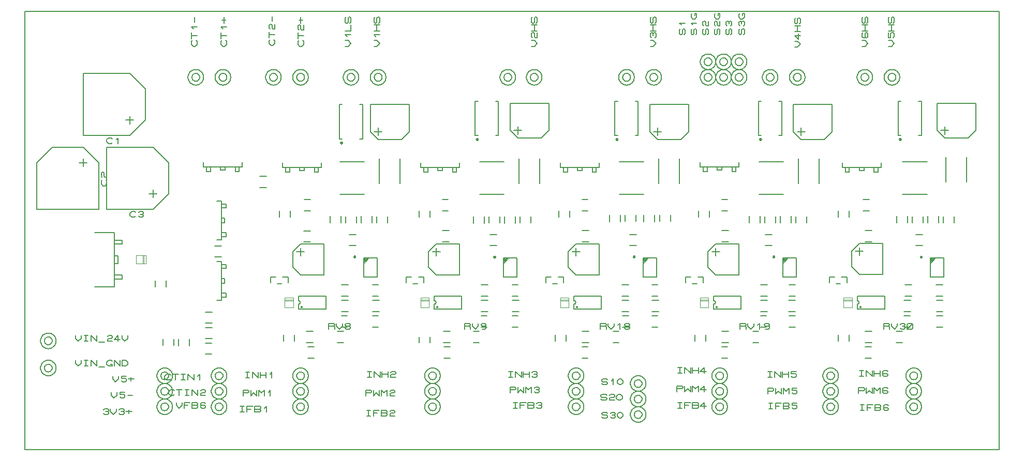
<source format=gbr>
G04 PROTEUS RS274X GERBER FILE*
%FSLAX45Y45*%
%MOMM*%
G01*
%ADD41C,0.203200*%
%ADD42C,0.200000*%
%ADD43C,0.250000*%
%ADD44C,0.101600*%
%ADD45C,0.100000*%
D41*
X-7429500Y-4254500D02*
X+8509000Y-4254500D01*
X+8509000Y+2921000D01*
X-7429500Y+2921000D01*
X-7429500Y-4254500D01*
D42*
X-1878000Y+455500D02*
X-2278000Y+455500D01*
X-1878000Y-74500D02*
X-2278000Y-74500D01*
D41*
X-6921500Y-2476500D02*
X-6921927Y-2466091D01*
X-6925399Y-2445272D01*
X-6932655Y-2424453D01*
X-6944483Y-2403634D01*
X-6962580Y-2382976D01*
X-6983399Y-2367455D01*
X-7004218Y-2357470D01*
X-7025037Y-2351686D01*
X-7045856Y-2349528D01*
X-7048500Y-2349500D01*
X-7175500Y-2476500D02*
X-7175073Y-2466091D01*
X-7171601Y-2445272D01*
X-7164345Y-2424453D01*
X-7152517Y-2403634D01*
X-7134420Y-2382976D01*
X-7113601Y-2367455D01*
X-7092782Y-2357470D01*
X-7071963Y-2351686D01*
X-7051144Y-2349528D01*
X-7048500Y-2349500D01*
X-7175500Y-2476500D02*
X-7175073Y-2486909D01*
X-7171601Y-2507728D01*
X-7164345Y-2528547D01*
X-7152517Y-2549366D01*
X-7134420Y-2570024D01*
X-7113601Y-2585545D01*
X-7092782Y-2595530D01*
X-7071963Y-2601314D01*
X-7051144Y-2603472D01*
X-7048500Y-2603500D01*
X-6921500Y-2476500D02*
X-6921927Y-2486909D01*
X-6925399Y-2507728D01*
X-6932655Y-2528547D01*
X-6944483Y-2549366D01*
X-6962580Y-2570024D01*
X-6983399Y-2585545D01*
X-7004218Y-2595530D01*
X-7025037Y-2601314D01*
X-7045856Y-2603472D01*
X-7048500Y-2603500D01*
X-6985000Y-2476500D02*
X-6985217Y-2471253D01*
X-6986982Y-2460758D01*
X-6990674Y-2450263D01*
X-6996702Y-2439768D01*
X-7005924Y-2429388D01*
X-7016419Y-2421700D01*
X-7026914Y-2416782D01*
X-7037409Y-2413976D01*
X-7047904Y-2413003D01*
X-7048500Y-2413000D01*
X-7112000Y-2476500D02*
X-7111783Y-2471253D01*
X-7110018Y-2460758D01*
X-7106326Y-2450263D01*
X-7100298Y-2439768D01*
X-7091076Y-2429388D01*
X-7080581Y-2421700D01*
X-7070086Y-2416782D01*
X-7059591Y-2413976D01*
X-7049096Y-2413003D01*
X-7048500Y-2413000D01*
X-7112000Y-2476500D02*
X-7111783Y-2481747D01*
X-7110018Y-2492242D01*
X-7106326Y-2502737D01*
X-7100298Y-2513232D01*
X-7091076Y-2523612D01*
X-7080581Y-2531300D01*
X-7070086Y-2536218D01*
X-7059591Y-2539024D01*
X-7049096Y-2539997D01*
X-7048500Y-2540000D01*
X-6985000Y-2476500D02*
X-6985217Y-2481747D01*
X-6986982Y-2492242D01*
X-6990674Y-2502737D01*
X-6996702Y-2513232D01*
X-7005924Y-2523612D01*
X-7016419Y-2531300D01*
X-7026914Y-2536218D01*
X-7037409Y-2539024D01*
X-7047904Y-2539997D01*
X-7048500Y-2540000D01*
X-6604000Y-2390140D02*
X-6604000Y-2435860D01*
X-6556375Y-2481580D01*
X-6508750Y-2435860D01*
X-6508750Y-2390140D01*
X-6461125Y-2390140D02*
X-6397625Y-2390140D01*
X-6429375Y-2390140D02*
X-6429375Y-2481580D01*
X-6461125Y-2481580D02*
X-6397625Y-2481580D01*
X-6350000Y-2481580D02*
X-6350000Y-2390140D01*
X-6254750Y-2481580D01*
X-6254750Y-2390140D01*
X-6223000Y-2496820D02*
X-6127750Y-2496820D01*
X-6080125Y-2405380D02*
X-6064250Y-2390140D01*
X-6016625Y-2390140D01*
X-6000750Y-2405380D01*
X-6000750Y-2420620D01*
X-6016625Y-2435860D01*
X-6064250Y-2435860D01*
X-6080125Y-2451100D01*
X-6080125Y-2481580D01*
X-6000750Y-2481580D01*
X-5873750Y-2451100D02*
X-5969000Y-2451100D01*
X-5905500Y-2390140D01*
X-5905500Y-2481580D01*
X-5842000Y-2390140D02*
X-5842000Y-2435860D01*
X-5794375Y-2481580D01*
X-5746750Y-2435860D01*
X-5746750Y-2390140D01*
X-6921500Y-2921000D02*
X-6921927Y-2910591D01*
X-6925399Y-2889772D01*
X-6932655Y-2868953D01*
X-6944483Y-2848134D01*
X-6962580Y-2827476D01*
X-6983399Y-2811955D01*
X-7004218Y-2801970D01*
X-7025037Y-2796186D01*
X-7045856Y-2794028D01*
X-7048500Y-2794000D01*
X-7175500Y-2921000D02*
X-7175073Y-2910591D01*
X-7171601Y-2889772D01*
X-7164345Y-2868953D01*
X-7152517Y-2848134D01*
X-7134420Y-2827476D01*
X-7113601Y-2811955D01*
X-7092782Y-2801970D01*
X-7071963Y-2796186D01*
X-7051144Y-2794028D01*
X-7048500Y-2794000D01*
X-7175500Y-2921000D02*
X-7175073Y-2931409D01*
X-7171601Y-2952228D01*
X-7164345Y-2973047D01*
X-7152517Y-2993866D01*
X-7134420Y-3014524D01*
X-7113601Y-3030045D01*
X-7092782Y-3040030D01*
X-7071963Y-3045814D01*
X-7051144Y-3047972D01*
X-7048500Y-3048000D01*
X-6921500Y-2921000D02*
X-6921927Y-2931409D01*
X-6925399Y-2952228D01*
X-6932655Y-2973047D01*
X-6944483Y-2993866D01*
X-6962580Y-3014524D01*
X-6983399Y-3030045D01*
X-7004218Y-3040030D01*
X-7025037Y-3045814D01*
X-7045856Y-3047972D01*
X-7048500Y-3048000D01*
X-6985000Y-2921000D02*
X-6985217Y-2915753D01*
X-6986982Y-2905258D01*
X-6990674Y-2894763D01*
X-6996702Y-2884268D01*
X-7005924Y-2873888D01*
X-7016419Y-2866200D01*
X-7026914Y-2861282D01*
X-7037409Y-2858476D01*
X-7047904Y-2857503D01*
X-7048500Y-2857500D01*
X-7112000Y-2921000D02*
X-7111783Y-2915753D01*
X-7110018Y-2905258D01*
X-7106326Y-2894763D01*
X-7100298Y-2884268D01*
X-7091076Y-2873888D01*
X-7080581Y-2866200D01*
X-7070086Y-2861282D01*
X-7059591Y-2858476D01*
X-7049096Y-2857503D01*
X-7048500Y-2857500D01*
X-7112000Y-2921000D02*
X-7111783Y-2926247D01*
X-7110018Y-2936742D01*
X-7106326Y-2947237D01*
X-7100298Y-2957732D01*
X-7091076Y-2968112D01*
X-7080581Y-2975800D01*
X-7070086Y-2980718D01*
X-7059591Y-2983524D01*
X-7049096Y-2984497D01*
X-7048500Y-2984500D01*
X-6985000Y-2921000D02*
X-6985217Y-2926247D01*
X-6986982Y-2936742D01*
X-6990674Y-2947237D01*
X-6996702Y-2957732D01*
X-7005924Y-2968112D01*
X-7016419Y-2975800D01*
X-7026914Y-2980718D01*
X-7037409Y-2983524D01*
X-7047904Y-2984497D01*
X-7048500Y-2984500D01*
X-6604000Y-2796540D02*
X-6604000Y-2842260D01*
X-6556375Y-2887980D01*
X-6508750Y-2842260D01*
X-6508750Y-2796540D01*
X-6461125Y-2796540D02*
X-6397625Y-2796540D01*
X-6429375Y-2796540D02*
X-6429375Y-2887980D01*
X-6461125Y-2887980D02*
X-6397625Y-2887980D01*
X-6350000Y-2887980D02*
X-6350000Y-2796540D01*
X-6254750Y-2887980D01*
X-6254750Y-2796540D01*
X-6223000Y-2903220D02*
X-6127750Y-2903220D01*
X-6032500Y-2857500D02*
X-6000750Y-2857500D01*
X-6000750Y-2887980D01*
X-6064250Y-2887980D01*
X-6096000Y-2857500D01*
X-6096000Y-2827020D01*
X-6064250Y-2796540D01*
X-6016625Y-2796540D01*
X-6000750Y-2811780D01*
X-5969000Y-2887980D02*
X-5969000Y-2796540D01*
X-5873750Y-2887980D01*
X-5873750Y-2796540D01*
X-5842000Y-2887980D02*
X-5842000Y-2796540D01*
X-5778500Y-2796540D01*
X-5746750Y-2827020D01*
X-5746750Y-2857500D01*
X-5778500Y-2887980D01*
X-5842000Y-2887980D01*
X-1968500Y+1841500D02*
X-1968927Y+1851909D01*
X-1972399Y+1872728D01*
X-1979655Y+1893547D01*
X-1991483Y+1914366D01*
X-2009580Y+1935024D01*
X-2030399Y+1950545D01*
X-2051218Y+1960530D01*
X-2072037Y+1966314D01*
X-2092856Y+1968472D01*
X-2095500Y+1968500D01*
X-2222500Y+1841500D02*
X-2222073Y+1851909D01*
X-2218601Y+1872728D01*
X-2211345Y+1893547D01*
X-2199517Y+1914366D01*
X-2181420Y+1935024D01*
X-2160601Y+1950545D01*
X-2139782Y+1960530D01*
X-2118963Y+1966314D01*
X-2098144Y+1968472D01*
X-2095500Y+1968500D01*
X-2222500Y+1841500D02*
X-2222073Y+1831091D01*
X-2218601Y+1810272D01*
X-2211345Y+1789453D01*
X-2199517Y+1768634D01*
X-2181420Y+1747976D01*
X-2160601Y+1732455D01*
X-2139782Y+1722470D01*
X-2118963Y+1716686D01*
X-2098144Y+1714528D01*
X-2095500Y+1714500D01*
X-1968500Y+1841500D02*
X-1968927Y+1831091D01*
X-1972399Y+1810272D01*
X-1979655Y+1789453D01*
X-1991483Y+1768634D01*
X-2009580Y+1747976D01*
X-2030399Y+1732455D01*
X-2051218Y+1722470D01*
X-2072037Y+1716686D01*
X-2092856Y+1714528D01*
X-2095500Y+1714500D01*
X-2032000Y+1841500D02*
X-2032217Y+1846747D01*
X-2033982Y+1857242D01*
X-2037674Y+1867737D01*
X-2043702Y+1878232D01*
X-2052924Y+1888612D01*
X-2063419Y+1896300D01*
X-2073914Y+1901218D01*
X-2084409Y+1904024D01*
X-2094904Y+1904997D01*
X-2095500Y+1905000D01*
X-2159000Y+1841500D02*
X-2158783Y+1846747D01*
X-2157018Y+1857242D01*
X-2153326Y+1867737D01*
X-2147298Y+1878232D01*
X-2138076Y+1888612D01*
X-2127581Y+1896300D01*
X-2117086Y+1901218D01*
X-2106591Y+1904024D01*
X-2096096Y+1904997D01*
X-2095500Y+1905000D01*
X-2159000Y+1841500D02*
X-2158783Y+1836253D01*
X-2157018Y+1825758D01*
X-2153326Y+1815263D01*
X-2147298Y+1804768D01*
X-2138076Y+1794388D01*
X-2127581Y+1786700D01*
X-2117086Y+1781782D01*
X-2106591Y+1778976D01*
X-2096096Y+1778003D01*
X-2095500Y+1778000D01*
X-2032000Y+1841500D02*
X-2032217Y+1836253D01*
X-2033982Y+1825758D01*
X-2037674Y+1815263D01*
X-2043702Y+1804768D01*
X-2052924Y+1794388D01*
X-2063419Y+1786700D01*
X-2073914Y+1781782D01*
X-2084409Y+1778976D01*
X-2094904Y+1778003D01*
X-2095500Y+1778000D01*
X-2189480Y+2349500D02*
X-2143760Y+2349500D01*
X-2098040Y+2397125D01*
X-2143760Y+2444750D01*
X-2189480Y+2444750D01*
X-2159000Y+2508250D02*
X-2189480Y+2540000D01*
X-2098040Y+2540000D01*
X-2189480Y+2603500D02*
X-2098040Y+2603500D01*
X-2098040Y+2698750D01*
X-2113280Y+2730500D02*
X-2098040Y+2746375D01*
X-2098040Y+2809875D01*
X-2113280Y+2825750D01*
X-2128520Y+2825750D01*
X-2143760Y+2809875D01*
X-2143760Y+2746375D01*
X-2159000Y+2730500D01*
X-2174240Y+2730500D01*
X-2189480Y+2746375D01*
X-2189480Y+2809875D01*
X-2174240Y+2825750D01*
X-1524000Y+1841500D02*
X-1524427Y+1851909D01*
X-1527899Y+1872728D01*
X-1535155Y+1893547D01*
X-1546983Y+1914366D01*
X-1565080Y+1935024D01*
X-1585899Y+1950545D01*
X-1606718Y+1960530D01*
X-1627537Y+1966314D01*
X-1648356Y+1968472D01*
X-1651000Y+1968500D01*
X-1778000Y+1841500D02*
X-1777573Y+1851909D01*
X-1774101Y+1872728D01*
X-1766845Y+1893547D01*
X-1755017Y+1914366D01*
X-1736920Y+1935024D01*
X-1716101Y+1950545D01*
X-1695282Y+1960530D01*
X-1674463Y+1966314D01*
X-1653644Y+1968472D01*
X-1651000Y+1968500D01*
X-1778000Y+1841500D02*
X-1777573Y+1831091D01*
X-1774101Y+1810272D01*
X-1766845Y+1789453D01*
X-1755017Y+1768634D01*
X-1736920Y+1747976D01*
X-1716101Y+1732455D01*
X-1695282Y+1722470D01*
X-1674463Y+1716686D01*
X-1653644Y+1714528D01*
X-1651000Y+1714500D01*
X-1524000Y+1841500D02*
X-1524427Y+1831091D01*
X-1527899Y+1810272D01*
X-1535155Y+1789453D01*
X-1546983Y+1768634D01*
X-1565080Y+1747976D01*
X-1585899Y+1732455D01*
X-1606718Y+1722470D01*
X-1627537Y+1716686D01*
X-1648356Y+1714528D01*
X-1651000Y+1714500D01*
X-1587500Y+1841500D02*
X-1587717Y+1846747D01*
X-1589482Y+1857242D01*
X-1593174Y+1867737D01*
X-1599202Y+1878232D01*
X-1608424Y+1888612D01*
X-1618919Y+1896300D01*
X-1629414Y+1901218D01*
X-1639909Y+1904024D01*
X-1650404Y+1904997D01*
X-1651000Y+1905000D01*
X-1714500Y+1841500D02*
X-1714283Y+1846747D01*
X-1712518Y+1857242D01*
X-1708826Y+1867737D01*
X-1702798Y+1878232D01*
X-1693576Y+1888612D01*
X-1683081Y+1896300D01*
X-1672586Y+1901218D01*
X-1662091Y+1904024D01*
X-1651596Y+1904997D01*
X-1651000Y+1905000D01*
X-1714500Y+1841500D02*
X-1714283Y+1836253D01*
X-1712518Y+1825758D01*
X-1708826Y+1815263D01*
X-1702798Y+1804768D01*
X-1693576Y+1794388D01*
X-1683081Y+1786700D01*
X-1672586Y+1781782D01*
X-1662091Y+1778976D01*
X-1651596Y+1778003D01*
X-1651000Y+1778000D01*
X-1587500Y+1841500D02*
X-1587717Y+1836253D01*
X-1589482Y+1825758D01*
X-1593174Y+1815263D01*
X-1599202Y+1804768D01*
X-1608424Y+1794388D01*
X-1618919Y+1786700D01*
X-1629414Y+1781782D01*
X-1639909Y+1778976D01*
X-1650404Y+1778003D01*
X-1651000Y+1778000D01*
X-1719580Y+2349500D02*
X-1673860Y+2349500D01*
X-1628140Y+2397125D01*
X-1673860Y+2444750D01*
X-1719580Y+2444750D01*
X-1689100Y+2508250D02*
X-1719580Y+2540000D01*
X-1628140Y+2540000D01*
X-1628140Y+2603500D02*
X-1719580Y+2603500D01*
X-1719580Y+2698750D02*
X-1628140Y+2698750D01*
X-1673860Y+2603500D02*
X-1673860Y+2698750D01*
X-1643380Y+2730500D02*
X-1628140Y+2746375D01*
X-1628140Y+2809875D01*
X-1643380Y+2825750D01*
X-1658620Y+2825750D01*
X-1673860Y+2809875D01*
X-1673860Y+2746375D01*
X-1689100Y+2730500D01*
X-1704340Y+2730500D01*
X-1719580Y+2746375D01*
X-1719580Y+2809875D01*
X-1704340Y+2825750D01*
X-2794000Y-3556000D02*
X-2794427Y-3545591D01*
X-2797899Y-3524772D01*
X-2805155Y-3503953D01*
X-2816983Y-3483134D01*
X-2835080Y-3462476D01*
X-2855899Y-3446955D01*
X-2876718Y-3436970D01*
X-2897537Y-3431186D01*
X-2918356Y-3429028D01*
X-2921000Y-3429000D01*
X-3048000Y-3556000D02*
X-3047573Y-3545591D01*
X-3044101Y-3524772D01*
X-3036845Y-3503953D01*
X-3025017Y-3483134D01*
X-3006920Y-3462476D01*
X-2986101Y-3446955D01*
X-2965282Y-3436970D01*
X-2944463Y-3431186D01*
X-2923644Y-3429028D01*
X-2921000Y-3429000D01*
X-3048000Y-3556000D02*
X-3047573Y-3566409D01*
X-3044101Y-3587228D01*
X-3036845Y-3608047D01*
X-3025017Y-3628866D01*
X-3006920Y-3649524D01*
X-2986101Y-3665045D01*
X-2965282Y-3675030D01*
X-2944463Y-3680814D01*
X-2923644Y-3682972D01*
X-2921000Y-3683000D01*
X-2794000Y-3556000D02*
X-2794427Y-3566409D01*
X-2797899Y-3587228D01*
X-2805155Y-3608047D01*
X-2816983Y-3628866D01*
X-2835080Y-3649524D01*
X-2855899Y-3665045D01*
X-2876718Y-3675030D01*
X-2897537Y-3680814D01*
X-2918356Y-3682972D01*
X-2921000Y-3683000D01*
X-2857500Y-3556000D02*
X-2857717Y-3550753D01*
X-2859482Y-3540258D01*
X-2863174Y-3529763D01*
X-2869202Y-3519268D01*
X-2878424Y-3508888D01*
X-2888919Y-3501200D01*
X-2899414Y-3496282D01*
X-2909909Y-3493476D01*
X-2920404Y-3492503D01*
X-2921000Y-3492500D01*
X-2984500Y-3556000D02*
X-2984283Y-3550753D01*
X-2982518Y-3540258D01*
X-2978826Y-3529763D01*
X-2972798Y-3519268D01*
X-2963576Y-3508888D01*
X-2953081Y-3501200D01*
X-2942586Y-3496282D01*
X-2932091Y-3493476D01*
X-2921596Y-3492503D01*
X-2921000Y-3492500D01*
X-2984500Y-3556000D02*
X-2984283Y-3561247D01*
X-2982518Y-3571742D01*
X-2978826Y-3582237D01*
X-2972798Y-3592732D01*
X-2963576Y-3603112D01*
X-2953081Y-3610800D01*
X-2942586Y-3615718D01*
X-2932091Y-3618524D01*
X-2921596Y-3619497D01*
X-2921000Y-3619500D01*
X-2857500Y-3556000D02*
X-2857717Y-3561247D01*
X-2859482Y-3571742D01*
X-2863174Y-3582237D01*
X-2869202Y-3592732D01*
X-2878424Y-3603112D01*
X-2888919Y-3610800D01*
X-2899414Y-3615718D01*
X-2909909Y-3618524D01*
X-2920404Y-3619497D01*
X-2921000Y-3619500D01*
X-3908425Y-3550920D02*
X-3844925Y-3550920D01*
X-3876675Y-3550920D02*
X-3876675Y-3642360D01*
X-3908425Y-3642360D02*
X-3844925Y-3642360D01*
X-3797300Y-3642360D02*
X-3797300Y-3550920D01*
X-3702050Y-3550920D01*
X-3797300Y-3596640D02*
X-3733800Y-3596640D01*
X-3670300Y-3642360D02*
X-3670300Y-3550920D01*
X-3590925Y-3550920D01*
X-3575050Y-3566160D01*
X-3575050Y-3581400D01*
X-3590925Y-3596640D01*
X-3575050Y-3611880D01*
X-3575050Y-3627120D01*
X-3590925Y-3642360D01*
X-3670300Y-3642360D01*
X-3670300Y-3596640D02*
X-3590925Y-3596640D01*
X-3511550Y-3581400D02*
X-3479800Y-3550920D01*
X-3479800Y-3642360D01*
X-2794000Y-3048000D02*
X-2794427Y-3037591D01*
X-2797899Y-3016772D01*
X-2805155Y-2995953D01*
X-2816983Y-2975134D01*
X-2835080Y-2954476D01*
X-2855899Y-2938955D01*
X-2876718Y-2928970D01*
X-2897537Y-2923186D01*
X-2918356Y-2921028D01*
X-2921000Y-2921000D01*
X-3048000Y-3048000D02*
X-3047573Y-3037591D01*
X-3044101Y-3016772D01*
X-3036845Y-2995953D01*
X-3025017Y-2975134D01*
X-3006920Y-2954476D01*
X-2986101Y-2938955D01*
X-2965282Y-2928970D01*
X-2944463Y-2923186D01*
X-2923644Y-2921028D01*
X-2921000Y-2921000D01*
X-3048000Y-3048000D02*
X-3047573Y-3058409D01*
X-3044101Y-3079228D01*
X-3036845Y-3100047D01*
X-3025017Y-3120866D01*
X-3006920Y-3141524D01*
X-2986101Y-3157045D01*
X-2965282Y-3167030D01*
X-2944463Y-3172814D01*
X-2923644Y-3174972D01*
X-2921000Y-3175000D01*
X-2794000Y-3048000D02*
X-2794427Y-3058409D01*
X-2797899Y-3079228D01*
X-2805155Y-3100047D01*
X-2816983Y-3120866D01*
X-2835080Y-3141524D01*
X-2855899Y-3157045D01*
X-2876718Y-3167030D01*
X-2897537Y-3172814D01*
X-2918356Y-3174972D01*
X-2921000Y-3175000D01*
X-2857500Y-3048000D02*
X-2857717Y-3042753D01*
X-2859482Y-3032258D01*
X-2863174Y-3021763D01*
X-2869202Y-3011268D01*
X-2878424Y-3000888D01*
X-2888919Y-2993200D01*
X-2899414Y-2988282D01*
X-2909909Y-2985476D01*
X-2920404Y-2984503D01*
X-2921000Y-2984500D01*
X-2984500Y-3048000D02*
X-2984283Y-3042753D01*
X-2982518Y-3032258D01*
X-2978826Y-3021763D01*
X-2972798Y-3011268D01*
X-2963576Y-3000888D01*
X-2953081Y-2993200D01*
X-2942586Y-2988282D01*
X-2932091Y-2985476D01*
X-2921596Y-2984503D01*
X-2921000Y-2984500D01*
X-2984500Y-3048000D02*
X-2984283Y-3053247D01*
X-2982518Y-3063742D01*
X-2978826Y-3074237D01*
X-2972798Y-3084732D01*
X-2963576Y-3095112D01*
X-2953081Y-3102800D01*
X-2942586Y-3107718D01*
X-2932091Y-3110524D01*
X-2921596Y-3111497D01*
X-2921000Y-3111500D01*
X-2857500Y-3048000D02*
X-2857717Y-3053247D01*
X-2859482Y-3063742D01*
X-2863174Y-3074237D01*
X-2869202Y-3084732D01*
X-2878424Y-3095112D01*
X-2888919Y-3102800D01*
X-2899414Y-3107718D01*
X-2909909Y-3110524D01*
X-2920404Y-3111497D01*
X-2921000Y-3111500D01*
X-3819525Y-2992120D02*
X-3756025Y-2992120D01*
X-3787775Y-2992120D02*
X-3787775Y-3083560D01*
X-3819525Y-3083560D02*
X-3756025Y-3083560D01*
X-3708400Y-3083560D02*
X-3708400Y-2992120D01*
X-3613150Y-3083560D01*
X-3613150Y-2992120D01*
X-3581400Y-3083560D02*
X-3581400Y-2992120D01*
X-3486150Y-2992120D02*
X-3486150Y-3083560D01*
X-3581400Y-3037840D02*
X-3486150Y-3037840D01*
X-3422650Y-3022600D02*
X-3390900Y-2992120D01*
X-3390900Y-3083560D01*
X-2794000Y-3302000D02*
X-2794427Y-3291591D01*
X-2797899Y-3270772D01*
X-2805155Y-3249953D01*
X-2816983Y-3229134D01*
X-2835080Y-3208476D01*
X-2855899Y-3192955D01*
X-2876718Y-3182970D01*
X-2897537Y-3177186D01*
X-2918356Y-3175028D01*
X-2921000Y-3175000D01*
X-3048000Y-3302000D02*
X-3047573Y-3291591D01*
X-3044101Y-3270772D01*
X-3036845Y-3249953D01*
X-3025017Y-3229134D01*
X-3006920Y-3208476D01*
X-2986101Y-3192955D01*
X-2965282Y-3182970D01*
X-2944463Y-3177186D01*
X-2923644Y-3175028D01*
X-2921000Y-3175000D01*
X-3048000Y-3302000D02*
X-3047573Y-3312409D01*
X-3044101Y-3333228D01*
X-3036845Y-3354047D01*
X-3025017Y-3374866D01*
X-3006920Y-3395524D01*
X-2986101Y-3411045D01*
X-2965282Y-3421030D01*
X-2944463Y-3426814D01*
X-2923644Y-3428972D01*
X-2921000Y-3429000D01*
X-2794000Y-3302000D02*
X-2794427Y-3312409D01*
X-2797899Y-3333228D01*
X-2805155Y-3354047D01*
X-2816983Y-3374866D01*
X-2835080Y-3395524D01*
X-2855899Y-3411045D01*
X-2876718Y-3421030D01*
X-2897537Y-3426814D01*
X-2918356Y-3428972D01*
X-2921000Y-3429000D01*
X-2857500Y-3302000D02*
X-2857717Y-3296753D01*
X-2859482Y-3286258D01*
X-2863174Y-3275763D01*
X-2869202Y-3265268D01*
X-2878424Y-3254888D01*
X-2888919Y-3247200D01*
X-2899414Y-3242282D01*
X-2909909Y-3239476D01*
X-2920404Y-3238503D01*
X-2921000Y-3238500D01*
X-2984500Y-3302000D02*
X-2984283Y-3296753D01*
X-2982518Y-3286258D01*
X-2978826Y-3275763D01*
X-2972798Y-3265268D01*
X-2963576Y-3254888D01*
X-2953081Y-3247200D01*
X-2942586Y-3242282D01*
X-2932091Y-3239476D01*
X-2921596Y-3238503D01*
X-2921000Y-3238500D01*
X-2984500Y-3302000D02*
X-2984283Y-3307247D01*
X-2982518Y-3317742D01*
X-2978826Y-3328237D01*
X-2972798Y-3338732D01*
X-2963576Y-3349112D01*
X-2953081Y-3356800D01*
X-2942586Y-3361718D01*
X-2932091Y-3364524D01*
X-2921596Y-3365497D01*
X-2921000Y-3365500D01*
X-2857500Y-3302000D02*
X-2857717Y-3307247D01*
X-2859482Y-3317742D01*
X-2863174Y-3328237D01*
X-2869202Y-3338732D01*
X-2878424Y-3349112D01*
X-2888919Y-3356800D01*
X-2899414Y-3361718D01*
X-2909909Y-3364524D01*
X-2920404Y-3365497D01*
X-2921000Y-3365500D01*
X-3860800Y-3375660D02*
X-3860800Y-3284220D01*
X-3781425Y-3284220D01*
X-3765550Y-3299460D01*
X-3765550Y-3314700D01*
X-3781425Y-3329940D01*
X-3860800Y-3329940D01*
X-3733800Y-3284220D02*
X-3733800Y-3375660D01*
X-3686175Y-3329940D01*
X-3638550Y-3375660D01*
X-3638550Y-3284220D01*
X-3606800Y-3375660D02*
X-3606800Y-3284220D01*
X-3559175Y-3329940D01*
X-3511550Y-3284220D01*
X-3511550Y-3375660D01*
X-3448050Y-3314700D02*
X-3416300Y-3284220D01*
X-3416300Y-3375660D01*
D42*
X-4477000Y-2185500D02*
X-4367000Y-2185500D01*
X-4477000Y-2005500D02*
X-4367000Y-2005500D01*
X-3478000Y+217000D02*
X-3588000Y+217000D01*
X-3478000Y+37000D02*
X-3588000Y+37000D01*
D43*
X-2243000Y+769000D02*
X-2243043Y+770039D01*
X-2243395Y+772118D01*
X-2244132Y+774197D01*
X-2245336Y+776276D01*
X-2247177Y+778326D01*
X-2249256Y+779829D01*
X-2251335Y+780786D01*
X-2253414Y+781325D01*
X-2255493Y+781500D01*
X-2255500Y+781500D01*
X-2268000Y+769000D02*
X-2267957Y+770039D01*
X-2267605Y+772118D01*
X-2266868Y+774197D01*
X-2265664Y+776276D01*
X-2263823Y+778326D01*
X-2261744Y+779829D01*
X-2259665Y+780786D01*
X-2257586Y+781325D01*
X-2255507Y+781500D01*
X-2255500Y+781500D01*
X-2268000Y+769000D02*
X-2267957Y+767961D01*
X-2267605Y+765882D01*
X-2266868Y+763803D01*
X-2265664Y+761724D01*
X-2263823Y+759674D01*
X-2261744Y+758171D01*
X-2259665Y+757214D01*
X-2257586Y+756675D01*
X-2255507Y+756500D01*
X-2255500Y+756500D01*
X-2243000Y+769000D02*
X-2243043Y+767961D01*
X-2243395Y+765882D01*
X-2244132Y+763803D01*
X-2245336Y+761724D01*
X-2247177Y+759674D01*
X-2249256Y+758171D01*
X-2251335Y+757214D01*
X-2253414Y+756675D01*
X-2255493Y+756500D01*
X-2255500Y+756500D01*
D42*
X-2240500Y+834000D02*
X-2285500Y+834000D01*
X-2285500Y+1394000D01*
X-2240500Y+1394000D01*
X-1950500Y+834000D02*
X-1905500Y+834000D01*
X-1905500Y+1394000D01*
X-1950500Y+1394000D01*
D41*
X-1778000Y+952500D02*
X-1651000Y+825500D01*
X-1270000Y+825500D01*
X-1143000Y+952500D01*
X-1143000Y+1397000D01*
X-1778000Y+1397000D01*
X-1778000Y+952500D01*
X-1651000Y+889000D02*
X-1651000Y+1016000D01*
X-1714500Y+952500D02*
X-1587500Y+952500D01*
D42*
X-1630500Y+510000D02*
X-1630500Y+100000D01*
X-1290500Y+510000D02*
X-1290500Y+100000D01*
D41*
X-3213100Y+444500D02*
X-3213100Y+368300D01*
X-2578100Y+368300D01*
X-2578100Y+444500D01*
X-2933700Y+368300D02*
X-2933700Y+317500D01*
X-2857500Y+317500D01*
X-2857500Y+368300D01*
X-3162300Y+368300D02*
X-3162300Y+292100D01*
X-3098800Y+292100D01*
X-3098800Y+368300D01*
X-2628900Y+368300D02*
X-2628900Y+292100D01*
X-2692400Y+292100D01*
X-2692400Y+368300D02*
X-2692400Y+292100D01*
X-2954020Y-1955800D02*
X-2954020Y-1874838D01*
X-2943399Y-1872756D01*
X-2934833Y-1867036D01*
X-2929114Y-1858471D01*
X-2927032Y-1847850D01*
X-2954020Y-1820862D02*
X-2943399Y-1822944D01*
X-2934833Y-1828664D01*
X-2929114Y-1837229D01*
X-2927032Y-1847850D01*
X-2954020Y-1820862D02*
X-2954020Y-1739900D01*
X-2506980Y-1879600D02*
X-2506980Y-1816100D01*
X-2921000Y-1955800D02*
X-2540000Y-1955800D01*
X-2921000Y-1739900D02*
X-2540000Y-1739900D01*
X-2921000Y-1955800D02*
X-2954020Y-1955800D01*
X-2954020Y-1739900D02*
X-2921000Y-1739900D01*
X-2506980Y-1816100D02*
X-2506980Y-1739900D01*
X-2540000Y-1739900D01*
X-2540000Y-1955800D02*
X-2506980Y-1955800D01*
X-2506980Y-1879600D01*
X-2894584Y-1920240D02*
X-2894619Y-1919395D01*
X-2894906Y-1917704D01*
X-2895505Y-1916013D01*
X-2896485Y-1914322D01*
X-2897985Y-1912654D01*
X-2899676Y-1911434D01*
X-2901367Y-1910658D01*
X-2903058Y-1910221D01*
X-2904744Y-1910080D01*
X-2914904Y-1920240D02*
X-2914869Y-1919395D01*
X-2914582Y-1917704D01*
X-2913983Y-1916013D01*
X-2913003Y-1914322D01*
X-2911503Y-1912654D01*
X-2909812Y-1911434D01*
X-2908121Y-1910658D01*
X-2906430Y-1910221D01*
X-2904744Y-1910080D01*
X-2914904Y-1920240D02*
X-2914869Y-1921085D01*
X-2914582Y-1922776D01*
X-2913983Y-1924467D01*
X-2913003Y-1926158D01*
X-2911503Y-1927826D01*
X-2909812Y-1929046D01*
X-2908121Y-1929822D01*
X-2906430Y-1930259D01*
X-2904744Y-1930400D01*
X-2894584Y-1920240D02*
X-2894619Y-1921085D01*
X-2894906Y-1922776D01*
X-2895505Y-1924467D01*
X-2896485Y-1926158D01*
X-2897985Y-1927826D01*
X-2899676Y-1929046D01*
X-2901367Y-1929822D01*
X-2903058Y-1930259D01*
X-2904744Y-1930400D01*
D42*
X-2762000Y-164000D02*
X-2862000Y-164000D01*
X-2762000Y-344000D02*
X-2862000Y-344000D01*
X-3265000Y-349000D02*
X-3265000Y-449000D01*
X-3085000Y-349000D02*
X-3085000Y-449000D01*
X-2872000Y-858350D02*
X-2762000Y-858350D01*
X-2872000Y-678350D02*
X-2762000Y-678350D01*
D41*
X-2921000Y-889000D02*
X-3048000Y-1016000D01*
X-3048000Y-1270000D01*
X-2921000Y-1397000D01*
X-2540000Y-1397000D01*
X-2540000Y-889000D01*
X-2921000Y-889000D01*
X-2984500Y-1016000D02*
X-2857500Y-1016000D01*
X-2921000Y-952500D02*
X-2921000Y-1079500D01*
D44*
X-3041500Y-1800960D02*
X-3181500Y-1800960D01*
X-3041500Y-1820960D02*
X-3181500Y-1820960D01*
X-3181500Y-1930960D02*
X-3041500Y-1930960D01*
X-3041500Y-1770960D01*
X-3181500Y-1770960D01*
X-3181500Y-1930960D01*
D42*
X-2826000Y-2503000D02*
X-2716000Y-2503000D01*
X-2826000Y-2323000D02*
X-2716000Y-2323000D01*
X-2798500Y-2757000D02*
X-2698500Y-2757000D01*
X-2798500Y-2577000D02*
X-2698500Y-2577000D01*
D41*
X-3124200Y-1432560D02*
X-3213100Y-1432560D01*
X-3230880Y-1544320D02*
X-3302000Y-1544320D01*
X-3124200Y-1432560D02*
X-3124200Y-1524000D01*
X-3413760Y-1526540D02*
X-3413760Y-1432560D01*
X-3327400Y-1432560D01*
D42*
X-3201500Y-2381000D02*
X-3201500Y-2481000D01*
X-3021500Y-2381000D02*
X-3021500Y-2481000D01*
X-1497500Y-540000D02*
X-1497500Y-440000D01*
X-1677500Y-540000D02*
X-1677500Y-440000D01*
X-2005500Y-540000D02*
X-2005500Y-440000D01*
X-2185500Y-540000D02*
X-2185500Y-440000D01*
X-1931500Y-430000D02*
X-1931500Y-540000D01*
X-1751500Y-430000D02*
X-1751500Y-540000D01*
D43*
X-2026400Y-1099100D02*
X-2026443Y-1098061D01*
X-2026795Y-1095982D01*
X-2027532Y-1093903D01*
X-2028736Y-1091824D01*
X-2030577Y-1089774D01*
X-2032656Y-1088271D01*
X-2034735Y-1087314D01*
X-2036814Y-1086775D01*
X-2038893Y-1086600D01*
X-2038900Y-1086600D01*
X-2051400Y-1099100D02*
X-2051357Y-1098061D01*
X-2051005Y-1095982D01*
X-2050268Y-1093903D01*
X-2049064Y-1091824D01*
X-2047223Y-1089774D01*
X-2045144Y-1088271D01*
X-2043065Y-1087314D01*
X-2040986Y-1086775D01*
X-2038907Y-1086600D01*
X-2038900Y-1086600D01*
X-2051400Y-1099100D02*
X-2051357Y-1100139D01*
X-2051005Y-1102218D01*
X-2050268Y-1104297D01*
X-2049064Y-1106376D01*
X-2047223Y-1108426D01*
X-2045144Y-1109929D01*
X-2043065Y-1110886D01*
X-2040986Y-1111425D01*
X-2038907Y-1111600D01*
X-2038900Y-1111600D01*
X-2026400Y-1099100D02*
X-2026443Y-1100139D01*
X-2026795Y-1102218D01*
X-2027532Y-1104297D01*
X-2028736Y-1106376D01*
X-2030577Y-1108426D01*
X-2032656Y-1109929D01*
X-2034735Y-1110886D01*
X-2036814Y-1111425D01*
X-2038893Y-1111600D01*
X-2038900Y-1111600D01*
D42*
X-1888900Y-1429100D02*
X-1668900Y-1429100D01*
X-1668900Y-1119100D01*
X-1888900Y-1119100D01*
X-1888900Y-1429100D01*
D45*
X-1888900Y-1129100D02*
X-1878900Y-1119100D01*
X-1888900Y-1139100D02*
X-1868900Y-1119100D01*
X-1888900Y-1149100D02*
X-1858900Y-1119100D01*
X-1888900Y-1159100D02*
X-1848900Y-1119100D01*
X-1888900Y-1169100D02*
X-1838900Y-1119100D01*
X-1888900Y-1179100D02*
X-1828900Y-1119100D01*
X-1888900Y-1189100D02*
X-1818900Y-1119100D01*
X-1888900Y-1199100D02*
X-1808900Y-1119100D01*
X-1888900Y-1209100D02*
X-1798900Y-1119100D01*
D42*
X-2127500Y-915500D02*
X-2017500Y-915500D01*
X-2127500Y-735500D02*
X-2017500Y-735500D01*
X-1746500Y-2249000D02*
X-1646500Y-2249000D01*
X-1746500Y-2069000D02*
X-1646500Y-2069000D01*
X-1746500Y-1741000D02*
X-1646500Y-1741000D01*
X-1746500Y-1561000D02*
X-1646500Y-1561000D01*
X-2254500Y-2249000D02*
X-2154500Y-2249000D01*
X-2254500Y-2069000D02*
X-2154500Y-2069000D01*
X-2254500Y-1741000D02*
X-2144500Y-1741000D01*
X-2254500Y-1561000D02*
X-2144500Y-1561000D01*
X-2254500Y-1995000D02*
X-2144500Y-1995000D01*
X-2254500Y-1815000D02*
X-2144500Y-1815000D01*
X-1746500Y-1995000D02*
X-1636500Y-1995000D01*
X-1746500Y-1815000D02*
X-1636500Y-1815000D01*
X-2439500Y-430000D02*
X-2439500Y-540000D01*
X-2259500Y-430000D02*
X-2259500Y-540000D01*
D41*
X-952500Y+444500D02*
X-952500Y+368300D01*
X-317500Y+368300D01*
X-317500Y+444500D01*
X-673100Y+368300D02*
X-673100Y+317500D01*
X-596900Y+317500D01*
X-596900Y+368300D01*
X-901700Y+368300D02*
X-901700Y+292100D01*
X-838200Y+292100D01*
X-838200Y+368300D01*
X-368300Y+368300D02*
X-368300Y+292100D01*
X-431800Y+292100D01*
X-431800Y+368300D02*
X-431800Y+292100D01*
D42*
X+408000Y+455500D02*
X+8000Y+455500D01*
X+408000Y-74500D02*
X+8000Y-74500D01*
D43*
X-20500Y+827000D02*
X-20543Y+828039D01*
X-20895Y+830118D01*
X-21632Y+832197D01*
X-22836Y+834276D01*
X-24677Y+836326D01*
X-26756Y+837829D01*
X-28835Y+838786D01*
X-30914Y+839325D01*
X-32993Y+839500D01*
X-33000Y+839500D01*
X-45500Y+827000D02*
X-45457Y+828039D01*
X-45105Y+830118D01*
X-44368Y+832197D01*
X-43164Y+834276D01*
X-41323Y+836326D01*
X-39244Y+837829D01*
X-37165Y+838786D01*
X-35086Y+839325D01*
X-33007Y+839500D01*
X-33000Y+839500D01*
X-45500Y+827000D02*
X-45457Y+825961D01*
X-45105Y+823882D01*
X-44368Y+821803D01*
X-43164Y+819724D01*
X-41323Y+817674D01*
X-39244Y+816171D01*
X-37165Y+815214D01*
X-35086Y+814675D01*
X-33007Y+814500D01*
X-33000Y+814500D01*
X-20500Y+827000D02*
X-20543Y+825961D01*
X-20895Y+823882D01*
X-21632Y+821803D01*
X-22836Y+819724D01*
X-24677Y+817674D01*
X-26756Y+816171D01*
X-28835Y+815214D01*
X-30914Y+814675D01*
X-32993Y+814500D01*
X-33000Y+814500D01*
D42*
X-18000Y+892000D02*
X-63000Y+892000D01*
X-63000Y+1452000D01*
X-18000Y+1452000D01*
X+272000Y+892000D02*
X+317000Y+892000D01*
X+317000Y+1452000D01*
X+272000Y+1452000D01*
D41*
X+508000Y+970500D02*
X+635000Y+843500D01*
X+1016000Y+843500D01*
X+1143000Y+970500D01*
X+1143000Y+1415000D01*
X+508000Y+1415000D01*
X+508000Y+970500D01*
X+635000Y+907000D02*
X+635000Y+1034000D01*
X+571500Y+970500D02*
X+698500Y+970500D01*
D42*
X+655500Y+510000D02*
X+655500Y+100000D01*
X+995500Y+510000D02*
X+995500Y+100000D01*
D43*
X+261400Y-1100600D02*
X+261357Y-1099561D01*
X+261005Y-1097482D01*
X+260268Y-1095403D01*
X+259064Y-1093324D01*
X+257223Y-1091274D01*
X+255144Y-1089771D01*
X+253065Y-1088814D01*
X+250986Y-1088275D01*
X+248907Y-1088100D01*
X+248900Y-1088100D01*
X+236400Y-1100600D02*
X+236443Y-1099561D01*
X+236795Y-1097482D01*
X+237532Y-1095403D01*
X+238736Y-1093324D01*
X+240577Y-1091274D01*
X+242656Y-1089771D01*
X+244735Y-1088814D01*
X+246814Y-1088275D01*
X+248893Y-1088100D01*
X+248900Y-1088100D01*
X+236400Y-1100600D02*
X+236443Y-1101639D01*
X+236795Y-1103718D01*
X+237532Y-1105797D01*
X+238736Y-1107876D01*
X+240577Y-1109926D01*
X+242656Y-1111429D01*
X+244735Y-1112386D01*
X+246814Y-1112925D01*
X+248893Y-1113100D01*
X+248900Y-1113100D01*
X+261400Y-1100600D02*
X+261357Y-1101639D01*
X+261005Y-1103718D01*
X+260268Y-1105797D01*
X+259064Y-1107876D01*
X+257223Y-1109926D01*
X+255144Y-1111429D01*
X+253065Y-1112386D01*
X+250986Y-1112925D01*
X+248907Y-1113100D01*
X+248900Y-1113100D01*
D42*
X+398900Y-1430600D02*
X+618900Y-1430600D01*
X+618900Y-1120600D01*
X+398900Y-1120600D01*
X+398900Y-1430600D01*
D45*
X+398900Y-1130600D02*
X+408900Y-1120600D01*
X+398900Y-1140600D02*
X+418900Y-1120600D01*
X+398900Y-1150600D02*
X+428900Y-1120600D01*
X+398900Y-1160600D02*
X+438900Y-1120600D01*
X+398900Y-1170600D02*
X+448900Y-1120600D01*
X+398900Y-1180600D02*
X+458900Y-1120600D01*
X+398900Y-1190600D02*
X+468900Y-1120600D01*
X+398900Y-1200600D02*
X+478900Y-1120600D01*
X+398900Y-1210600D02*
X+488900Y-1120600D01*
D42*
X-979000Y-349000D02*
X-979000Y-449000D01*
X-799000Y-349000D02*
X-799000Y-449000D01*
X-503500Y-164000D02*
X-603500Y-164000D01*
X-503500Y-344000D02*
X-603500Y-344000D01*
X-603500Y-852000D02*
X-493500Y-852000D01*
X-603500Y-672000D02*
X-493500Y-672000D01*
D41*
X-698500Y-889000D02*
X-825500Y-1016000D01*
X-825500Y-1270000D01*
X-698500Y-1397000D01*
X-317500Y-1397000D01*
X-317500Y-889000D01*
X-698500Y-889000D01*
X-762000Y-1016000D02*
X-635000Y-1016000D01*
X-698500Y-952500D02*
X-698500Y-1079500D01*
X-901700Y-1432560D02*
X-990600Y-1432560D01*
X-1008380Y-1544320D02*
X-1079500Y-1544320D01*
X-901700Y-1432560D02*
X-901700Y-1524000D01*
X-1191260Y-1526540D02*
X-1191260Y-1432560D01*
X-1104900Y-1432560D01*
D44*
X-819000Y-1800960D02*
X-959000Y-1800960D01*
X-819000Y-1820960D02*
X-959000Y-1820960D01*
X-959000Y-1930960D02*
X-819000Y-1930960D01*
X-819000Y-1770960D01*
X-959000Y-1770960D01*
X-959000Y-1930960D01*
D41*
X-731520Y-1955800D02*
X-731520Y-1874838D01*
X-720899Y-1872756D01*
X-712333Y-1867036D01*
X-706614Y-1858471D01*
X-704532Y-1847850D01*
X-731520Y-1820862D02*
X-720899Y-1822944D01*
X-712333Y-1828664D01*
X-706614Y-1837229D01*
X-704532Y-1847850D01*
X-731520Y-1820862D02*
X-731520Y-1739900D01*
X-284480Y-1879600D02*
X-284480Y-1816100D01*
X-698500Y-1955800D02*
X-317500Y-1955800D01*
X-698500Y-1739900D02*
X-317500Y-1739900D01*
X-698500Y-1955800D02*
X-731520Y-1955800D01*
X-731520Y-1739900D02*
X-698500Y-1739900D01*
X-284480Y-1816100D02*
X-284480Y-1739900D01*
X-317500Y-1739900D01*
X-317500Y-1955800D02*
X-284480Y-1955800D01*
X-284480Y-1879600D01*
X-672084Y-1920240D02*
X-672119Y-1919395D01*
X-672406Y-1917704D01*
X-673005Y-1916013D01*
X-673985Y-1914322D01*
X-675485Y-1912654D01*
X-677176Y-1911434D01*
X-678867Y-1910658D01*
X-680558Y-1910221D01*
X-682244Y-1910080D01*
X-692404Y-1920240D02*
X-692369Y-1919395D01*
X-692082Y-1917704D01*
X-691483Y-1916013D01*
X-690503Y-1914322D01*
X-689003Y-1912654D01*
X-687312Y-1911434D01*
X-685621Y-1910658D01*
X-683930Y-1910221D01*
X-682244Y-1910080D01*
X-692404Y-1920240D02*
X-692369Y-1921085D01*
X-692082Y-1922776D01*
X-691483Y-1924467D01*
X-690503Y-1926158D01*
X-689003Y-1927826D01*
X-687312Y-1929046D01*
X-685621Y-1929822D01*
X-683930Y-1930259D01*
X-682244Y-1930400D01*
X-672084Y-1920240D02*
X-672119Y-1921085D01*
X-672406Y-1922776D01*
X-673005Y-1924467D01*
X-673985Y-1926158D01*
X-675485Y-1927826D01*
X-677176Y-1929046D01*
X-678867Y-1929822D01*
X-680558Y-1930259D01*
X-682244Y-1930400D01*
D42*
X-979000Y-2408500D02*
X-979000Y-2508500D01*
X-799000Y-2408500D02*
X-799000Y-2508500D01*
X-576000Y-2757000D02*
X-476000Y-2757000D01*
X-576000Y-2577000D02*
X-476000Y-2577000D01*
X-586000Y-2503000D02*
X-476000Y-2503000D01*
X-586000Y-2323000D02*
X-476000Y-2323000D01*
X-90000Y-440000D02*
X-90000Y-550000D01*
X+90000Y-440000D02*
X+90000Y-550000D01*
X+418000Y-440000D02*
X+418000Y-550000D01*
X+598000Y-440000D02*
X+598000Y-550000D01*
X+852000Y-540000D02*
X+852000Y-440000D01*
X+672000Y-540000D02*
X+672000Y-440000D01*
X+344000Y-540000D02*
X+344000Y-440000D01*
X+164000Y-540000D02*
X+164000Y-440000D01*
X+176000Y-915500D02*
X+286000Y-915500D01*
X+176000Y-735500D02*
X+286000Y-735500D01*
X+31500Y-1741000D02*
X+141500Y-1741000D01*
X+31500Y-1561000D02*
X+141500Y-1561000D01*
X+31500Y-1995000D02*
X+141500Y-1995000D01*
X+31500Y-1815000D02*
X+141500Y-1815000D01*
X+31500Y-2249000D02*
X+131500Y-2249000D01*
X+31500Y-2069000D02*
X+131500Y-2069000D01*
X+539500Y-1741000D02*
X+639500Y-1741000D01*
X+539500Y-1561000D02*
X+639500Y-1561000D01*
X+539500Y-2249000D02*
X+639500Y-2249000D01*
X+539500Y-2069000D02*
X+639500Y-2069000D01*
X+539500Y-1995000D02*
X+649500Y-1995000D01*
X+539500Y-1815000D02*
X+649500Y-1815000D01*
D41*
X+1028700Y+1841500D02*
X+1028273Y+1851909D01*
X+1024801Y+1872728D01*
X+1017545Y+1893547D01*
X+1005717Y+1914366D01*
X+987620Y+1935024D01*
X+966801Y+1950545D01*
X+945982Y+1960530D01*
X+925163Y+1966314D01*
X+904344Y+1968472D01*
X+901700Y+1968500D01*
X+774700Y+1841500D02*
X+775127Y+1851909D01*
X+778599Y+1872728D01*
X+785855Y+1893547D01*
X+797683Y+1914366D01*
X+815780Y+1935024D01*
X+836599Y+1950545D01*
X+857418Y+1960530D01*
X+878237Y+1966314D01*
X+899056Y+1968472D01*
X+901700Y+1968500D01*
X+774700Y+1841500D02*
X+775127Y+1831091D01*
X+778599Y+1810272D01*
X+785855Y+1789453D01*
X+797683Y+1768634D01*
X+815780Y+1747976D01*
X+836599Y+1732455D01*
X+857418Y+1722470D01*
X+878237Y+1716686D01*
X+899056Y+1714528D01*
X+901700Y+1714500D01*
X+1028700Y+1841500D02*
X+1028273Y+1831091D01*
X+1024801Y+1810272D01*
X+1017545Y+1789453D01*
X+1005717Y+1768634D01*
X+987620Y+1747976D01*
X+966801Y+1732455D01*
X+945982Y+1722470D01*
X+925163Y+1716686D01*
X+904344Y+1714528D01*
X+901700Y+1714500D01*
X+965200Y+1841500D02*
X+964983Y+1846747D01*
X+963218Y+1857242D01*
X+959526Y+1867737D01*
X+953498Y+1878232D01*
X+944276Y+1888612D01*
X+933781Y+1896300D01*
X+923286Y+1901218D01*
X+912791Y+1904024D01*
X+902296Y+1904997D01*
X+901700Y+1905000D01*
X+838200Y+1841500D02*
X+838417Y+1846747D01*
X+840182Y+1857242D01*
X+843874Y+1867737D01*
X+849902Y+1878232D01*
X+859124Y+1888612D01*
X+869619Y+1896300D01*
X+880114Y+1901218D01*
X+890609Y+1904024D01*
X+901104Y+1904997D01*
X+901700Y+1905000D01*
X+838200Y+1841500D02*
X+838417Y+1836253D01*
X+840182Y+1825758D01*
X+843874Y+1815263D01*
X+849902Y+1804768D01*
X+859124Y+1794388D01*
X+869619Y+1786700D01*
X+880114Y+1781782D01*
X+890609Y+1778976D01*
X+901104Y+1778003D01*
X+901700Y+1778000D01*
X+965200Y+1841500D02*
X+964983Y+1836253D01*
X+963218Y+1825758D01*
X+959526Y+1815263D01*
X+953498Y+1804768D01*
X+944276Y+1794388D01*
X+933781Y+1786700D01*
X+923286Y+1781782D01*
X+912791Y+1778976D01*
X+902296Y+1778003D01*
X+901700Y+1778000D01*
X+858520Y+2349500D02*
X+904240Y+2349500D01*
X+949960Y+2397125D01*
X+904240Y+2444750D01*
X+858520Y+2444750D01*
X+873760Y+2492375D02*
X+858520Y+2508250D01*
X+858520Y+2555875D01*
X+873760Y+2571750D01*
X+889000Y+2571750D01*
X+904240Y+2555875D01*
X+904240Y+2508250D01*
X+919480Y+2492375D01*
X+949960Y+2492375D01*
X+949960Y+2571750D01*
X+949960Y+2603500D02*
X+858520Y+2603500D01*
X+858520Y+2698750D02*
X+949960Y+2698750D01*
X+904240Y+2603500D02*
X+904240Y+2698750D01*
X+934720Y+2730500D02*
X+949960Y+2746375D01*
X+949960Y+2809875D01*
X+934720Y+2825750D01*
X+919480Y+2825750D01*
X+904240Y+2809875D01*
X+904240Y+2746375D01*
X+889000Y+2730500D01*
X+873760Y+2730500D01*
X+858520Y+2746375D01*
X+858520Y+2809875D01*
X+873760Y+2825750D01*
X-635000Y-3556000D02*
X-635427Y-3545591D01*
X-638899Y-3524772D01*
X-646155Y-3503953D01*
X-657983Y-3483134D01*
X-676080Y-3462476D01*
X-696899Y-3446955D01*
X-717718Y-3436970D01*
X-738537Y-3431186D01*
X-759356Y-3429028D01*
X-762000Y-3429000D01*
X-889000Y-3556000D02*
X-888573Y-3545591D01*
X-885101Y-3524772D01*
X-877845Y-3503953D01*
X-866017Y-3483134D01*
X-847920Y-3462476D01*
X-827101Y-3446955D01*
X-806282Y-3436970D01*
X-785463Y-3431186D01*
X-764644Y-3429028D01*
X-762000Y-3429000D01*
X-889000Y-3556000D02*
X-888573Y-3566409D01*
X-885101Y-3587228D01*
X-877845Y-3608047D01*
X-866017Y-3628866D01*
X-847920Y-3649524D01*
X-827101Y-3665045D01*
X-806282Y-3675030D01*
X-785463Y-3680814D01*
X-764644Y-3682972D01*
X-762000Y-3683000D01*
X-635000Y-3556000D02*
X-635427Y-3566409D01*
X-638899Y-3587228D01*
X-646155Y-3608047D01*
X-657983Y-3628866D01*
X-676080Y-3649524D01*
X-696899Y-3665045D01*
X-717718Y-3675030D01*
X-738537Y-3680814D01*
X-759356Y-3682972D01*
X-762000Y-3683000D01*
X-698500Y-3556000D02*
X-698717Y-3550753D01*
X-700482Y-3540258D01*
X-704174Y-3529763D01*
X-710202Y-3519268D01*
X-719424Y-3508888D01*
X-729919Y-3501200D01*
X-740414Y-3496282D01*
X-750909Y-3493476D01*
X-761404Y-3492503D01*
X-762000Y-3492500D01*
X-825500Y-3556000D02*
X-825283Y-3550753D01*
X-823518Y-3540258D01*
X-819826Y-3529763D01*
X-813798Y-3519268D01*
X-804576Y-3508888D01*
X-794081Y-3501200D01*
X-783586Y-3496282D01*
X-773091Y-3493476D01*
X-762596Y-3492503D01*
X-762000Y-3492500D01*
X-825500Y-3556000D02*
X-825283Y-3561247D01*
X-823518Y-3571742D01*
X-819826Y-3582237D01*
X-813798Y-3592732D01*
X-804576Y-3603112D01*
X-794081Y-3610800D01*
X-783586Y-3615718D01*
X-773091Y-3618524D01*
X-762596Y-3619497D01*
X-762000Y-3619500D01*
X-698500Y-3556000D02*
X-698717Y-3561247D01*
X-700482Y-3571742D01*
X-704174Y-3582237D01*
X-710202Y-3592732D01*
X-719424Y-3603112D01*
X-729919Y-3610800D01*
X-740414Y-3615718D01*
X-750909Y-3618524D01*
X-761404Y-3619497D01*
X-762000Y-3619500D01*
X-1838325Y-3614420D02*
X-1774825Y-3614420D01*
X-1806575Y-3614420D02*
X-1806575Y-3705860D01*
X-1838325Y-3705860D02*
X-1774825Y-3705860D01*
X-1727200Y-3705860D02*
X-1727200Y-3614420D01*
X-1631950Y-3614420D01*
X-1727200Y-3660140D02*
X-1663700Y-3660140D01*
X-1600200Y-3705860D02*
X-1600200Y-3614420D01*
X-1520825Y-3614420D01*
X-1504950Y-3629660D01*
X-1504950Y-3644900D01*
X-1520825Y-3660140D01*
X-1504950Y-3675380D01*
X-1504950Y-3690620D01*
X-1520825Y-3705860D01*
X-1600200Y-3705860D01*
X-1600200Y-3660140D02*
X-1520825Y-3660140D01*
X-1457325Y-3629660D02*
X-1441450Y-3614420D01*
X-1393825Y-3614420D01*
X-1377950Y-3629660D01*
X-1377950Y-3644900D01*
X-1393825Y-3660140D01*
X-1441450Y-3660140D01*
X-1457325Y-3675380D01*
X-1457325Y-3705860D01*
X-1377950Y-3705860D01*
X-635000Y-3302000D02*
X-635427Y-3291591D01*
X-638899Y-3270772D01*
X-646155Y-3249953D01*
X-657983Y-3229134D01*
X-676080Y-3208476D01*
X-696899Y-3192955D01*
X-717718Y-3182970D01*
X-738537Y-3177186D01*
X-759356Y-3175028D01*
X-762000Y-3175000D01*
X-889000Y-3302000D02*
X-888573Y-3291591D01*
X-885101Y-3270772D01*
X-877845Y-3249953D01*
X-866017Y-3229134D01*
X-847920Y-3208476D01*
X-827101Y-3192955D01*
X-806282Y-3182970D01*
X-785463Y-3177186D01*
X-764644Y-3175028D01*
X-762000Y-3175000D01*
X-889000Y-3302000D02*
X-888573Y-3312409D01*
X-885101Y-3333228D01*
X-877845Y-3354047D01*
X-866017Y-3374866D01*
X-847920Y-3395524D01*
X-827101Y-3411045D01*
X-806282Y-3421030D01*
X-785463Y-3426814D01*
X-764644Y-3428972D01*
X-762000Y-3429000D01*
X-635000Y-3302000D02*
X-635427Y-3312409D01*
X-638899Y-3333228D01*
X-646155Y-3354047D01*
X-657983Y-3374866D01*
X-676080Y-3395524D01*
X-696899Y-3411045D01*
X-717718Y-3421030D01*
X-738537Y-3426814D01*
X-759356Y-3428972D01*
X-762000Y-3429000D01*
X-698500Y-3302000D02*
X-698717Y-3296753D01*
X-700482Y-3286258D01*
X-704174Y-3275763D01*
X-710202Y-3265268D01*
X-719424Y-3254888D01*
X-729919Y-3247200D01*
X-740414Y-3242282D01*
X-750909Y-3239476D01*
X-761404Y-3238503D01*
X-762000Y-3238500D01*
X-825500Y-3302000D02*
X-825283Y-3296753D01*
X-823518Y-3286258D01*
X-819826Y-3275763D01*
X-813798Y-3265268D01*
X-804576Y-3254888D01*
X-794081Y-3247200D01*
X-783586Y-3242282D01*
X-773091Y-3239476D01*
X-762596Y-3238503D01*
X-762000Y-3238500D01*
X-825500Y-3302000D02*
X-825283Y-3307247D01*
X-823518Y-3317742D01*
X-819826Y-3328237D01*
X-813798Y-3338732D01*
X-804576Y-3349112D01*
X-794081Y-3356800D01*
X-783586Y-3361718D01*
X-773091Y-3364524D01*
X-762596Y-3365497D01*
X-762000Y-3365500D01*
X-698500Y-3302000D02*
X-698717Y-3307247D01*
X-700482Y-3317742D01*
X-704174Y-3328237D01*
X-710202Y-3338732D01*
X-719424Y-3349112D01*
X-729919Y-3356800D01*
X-740414Y-3361718D01*
X-750909Y-3364524D01*
X-761404Y-3365497D01*
X-762000Y-3365500D01*
X-1854200Y-3375660D02*
X-1854200Y-3284220D01*
X-1774825Y-3284220D01*
X-1758950Y-3299460D01*
X-1758950Y-3314700D01*
X-1774825Y-3329940D01*
X-1854200Y-3329940D01*
X-1727200Y-3284220D02*
X-1727200Y-3375660D01*
X-1679575Y-3329940D01*
X-1631950Y-3375660D01*
X-1631950Y-3284220D01*
X-1600200Y-3375660D02*
X-1600200Y-3284220D01*
X-1552575Y-3329940D01*
X-1504950Y-3284220D01*
X-1504950Y-3375660D01*
X-1457325Y-3299460D02*
X-1441450Y-3284220D01*
X-1393825Y-3284220D01*
X-1377950Y-3299460D01*
X-1377950Y-3314700D01*
X-1393825Y-3329940D01*
X-1441450Y-3329940D01*
X-1457325Y-3345180D01*
X-1457325Y-3375660D01*
X-1377950Y-3375660D01*
X-635000Y-3048000D02*
X-635427Y-3037591D01*
X-638899Y-3016772D01*
X-646155Y-2995953D01*
X-657983Y-2975134D01*
X-676080Y-2954476D01*
X-696899Y-2938955D01*
X-717718Y-2928970D01*
X-738537Y-2923186D01*
X-759356Y-2921028D01*
X-762000Y-2921000D01*
X-889000Y-3048000D02*
X-888573Y-3037591D01*
X-885101Y-3016772D01*
X-877845Y-2995953D01*
X-866017Y-2975134D01*
X-847920Y-2954476D01*
X-827101Y-2938955D01*
X-806282Y-2928970D01*
X-785463Y-2923186D01*
X-764644Y-2921028D01*
X-762000Y-2921000D01*
X-889000Y-3048000D02*
X-888573Y-3058409D01*
X-885101Y-3079228D01*
X-877845Y-3100047D01*
X-866017Y-3120866D01*
X-847920Y-3141524D01*
X-827101Y-3157045D01*
X-806282Y-3167030D01*
X-785463Y-3172814D01*
X-764644Y-3174972D01*
X-762000Y-3175000D01*
X-635000Y-3048000D02*
X-635427Y-3058409D01*
X-638899Y-3079228D01*
X-646155Y-3100047D01*
X-657983Y-3120866D01*
X-676080Y-3141524D01*
X-696899Y-3157045D01*
X-717718Y-3167030D01*
X-738537Y-3172814D01*
X-759356Y-3174972D01*
X-762000Y-3175000D01*
X-698500Y-3048000D02*
X-698717Y-3042753D01*
X-700482Y-3032258D01*
X-704174Y-3021763D01*
X-710202Y-3011268D01*
X-719424Y-3000888D01*
X-729919Y-2993200D01*
X-740414Y-2988282D01*
X-750909Y-2985476D01*
X-761404Y-2984503D01*
X-762000Y-2984500D01*
X-825500Y-3048000D02*
X-825283Y-3042753D01*
X-823518Y-3032258D01*
X-819826Y-3021763D01*
X-813798Y-3011268D01*
X-804576Y-3000888D01*
X-794081Y-2993200D01*
X-783586Y-2988282D01*
X-773091Y-2985476D01*
X-762596Y-2984503D01*
X-762000Y-2984500D01*
X-825500Y-3048000D02*
X-825283Y-3053247D01*
X-823518Y-3063742D01*
X-819826Y-3074237D01*
X-813798Y-3084732D01*
X-804576Y-3095112D01*
X-794081Y-3102800D01*
X-783586Y-3107718D01*
X-773091Y-3110524D01*
X-762596Y-3111497D01*
X-762000Y-3111500D01*
X-698500Y-3048000D02*
X-698717Y-3053247D01*
X-700482Y-3063742D01*
X-704174Y-3074237D01*
X-710202Y-3084732D01*
X-719424Y-3095112D01*
X-729919Y-3102800D01*
X-740414Y-3107718D01*
X-750909Y-3110524D01*
X-761404Y-3111497D01*
X-762000Y-3111500D01*
X-1825625Y-2979420D02*
X-1762125Y-2979420D01*
X-1793875Y-2979420D02*
X-1793875Y-3070860D01*
X-1825625Y-3070860D02*
X-1762125Y-3070860D01*
X-1714500Y-3070860D02*
X-1714500Y-2979420D01*
X-1619250Y-3070860D01*
X-1619250Y-2979420D01*
X-1587500Y-3070860D02*
X-1587500Y-2979420D01*
X-1492250Y-2979420D02*
X-1492250Y-3070860D01*
X-1587500Y-3025140D02*
X-1492250Y-3025140D01*
X-1444625Y-2994660D02*
X-1428750Y-2979420D01*
X-1381125Y-2979420D01*
X-1365250Y-2994660D01*
X-1365250Y-3009900D01*
X-1381125Y-3025140D01*
X-1428750Y-3025140D01*
X-1444625Y-3040380D01*
X-1444625Y-3070860D01*
X-1365250Y-3070860D01*
X+2794000Y+952500D02*
X+2921000Y+825500D01*
X+3302000Y+825500D01*
X+3429000Y+952500D01*
X+3429000Y+1397000D01*
X+2794000Y+1397000D01*
X+2794000Y+952500D01*
X+2921000Y+889000D02*
X+2921000Y+1016000D01*
X+2857500Y+952500D02*
X+2984500Y+952500D01*
D43*
X+2265500Y+827000D02*
X+2265457Y+828039D01*
X+2265105Y+830118D01*
X+2264368Y+832197D01*
X+2263164Y+834276D01*
X+2261323Y+836326D01*
X+2259244Y+837829D01*
X+2257165Y+838786D01*
X+2255086Y+839325D01*
X+2253007Y+839500D01*
X+2253000Y+839500D01*
X+2240500Y+827000D02*
X+2240543Y+828039D01*
X+2240895Y+830118D01*
X+2241632Y+832197D01*
X+2242836Y+834276D01*
X+2244677Y+836326D01*
X+2246756Y+837829D01*
X+2248835Y+838786D01*
X+2250914Y+839325D01*
X+2252993Y+839500D01*
X+2253000Y+839500D01*
X+2240500Y+827000D02*
X+2240543Y+825961D01*
X+2240895Y+823882D01*
X+2241632Y+821803D01*
X+2242836Y+819724D01*
X+2244677Y+817674D01*
X+2246756Y+816171D01*
X+2248835Y+815214D01*
X+2250914Y+814675D01*
X+2252993Y+814500D01*
X+2253000Y+814500D01*
X+2265500Y+827000D02*
X+2265457Y+825961D01*
X+2265105Y+823882D01*
X+2264368Y+821803D01*
X+2263164Y+819724D01*
X+2261323Y+817674D01*
X+2259244Y+816171D01*
X+2257165Y+815214D01*
X+2255086Y+814675D01*
X+2253007Y+814500D01*
X+2253000Y+814500D01*
D42*
X+2268000Y+892000D02*
X+2223000Y+892000D01*
X+2223000Y+1452000D01*
X+2268000Y+1452000D01*
X+2558000Y+892000D02*
X+2603000Y+892000D01*
X+2603000Y+1452000D01*
X+2558000Y+1452000D01*
D44*
X+1467000Y-1800960D02*
X+1327000Y-1800960D01*
X+1467000Y-1820960D02*
X+1327000Y-1820960D01*
X+1327000Y-1930960D02*
X+1467000Y-1930960D01*
X+1467000Y-1770960D01*
X+1327000Y-1770960D01*
X+1327000Y-1930960D01*
D42*
X+2694000Y+455500D02*
X+2294000Y+455500D01*
X+2694000Y-74500D02*
X+2294000Y-74500D01*
D41*
X+1384300Y-1432560D02*
X+1295400Y-1432560D01*
X+1277620Y-1544320D02*
X+1206500Y-1544320D01*
X+1384300Y-1432560D02*
X+1384300Y-1524000D01*
X+1094740Y-1526540D02*
X+1094740Y-1432560D01*
X+1181100Y-1432560D01*
X+1333500Y+444500D02*
X+1333500Y+368300D01*
X+1968500Y+368300D01*
X+1968500Y+444500D01*
X+1612900Y+368300D02*
X+1612900Y+317500D01*
X+1689100Y+317500D01*
X+1689100Y+368300D01*
X+1384300Y+368300D02*
X+1384300Y+292100D01*
X+1447800Y+292100D01*
X+1447800Y+368300D01*
X+1917700Y+368300D02*
X+1917700Y+292100D01*
X+1854200Y+292100D01*
X+1854200Y+368300D02*
X+1854200Y+292100D01*
X+1714500Y-3302000D02*
X+1714073Y-3291591D01*
X+1710601Y-3270772D01*
X+1703345Y-3249953D01*
X+1691517Y-3229134D01*
X+1673420Y-3208476D01*
X+1652601Y-3192955D01*
X+1631782Y-3182970D01*
X+1610963Y-3177186D01*
X+1590144Y-3175028D01*
X+1587500Y-3175000D01*
X+1460500Y-3302000D02*
X+1460927Y-3291591D01*
X+1464399Y-3270772D01*
X+1471655Y-3249953D01*
X+1483483Y-3229134D01*
X+1501580Y-3208476D01*
X+1522399Y-3192955D01*
X+1543218Y-3182970D01*
X+1564037Y-3177186D01*
X+1584856Y-3175028D01*
X+1587500Y-3175000D01*
X+1460500Y-3302000D02*
X+1460927Y-3312409D01*
X+1464399Y-3333228D01*
X+1471655Y-3354047D01*
X+1483483Y-3374866D01*
X+1501580Y-3395524D01*
X+1522399Y-3411045D01*
X+1543218Y-3421030D01*
X+1564037Y-3426814D01*
X+1584856Y-3428972D01*
X+1587500Y-3429000D01*
X+1714500Y-3302000D02*
X+1714073Y-3312409D01*
X+1710601Y-3333228D01*
X+1703345Y-3354047D01*
X+1691517Y-3374866D01*
X+1673420Y-3395524D01*
X+1652601Y-3411045D01*
X+1631782Y-3421030D01*
X+1610963Y-3426814D01*
X+1590144Y-3428972D01*
X+1587500Y-3429000D01*
X+1651000Y-3302000D02*
X+1650783Y-3296753D01*
X+1649018Y-3286258D01*
X+1645326Y-3275763D01*
X+1639298Y-3265268D01*
X+1630076Y-3254888D01*
X+1619581Y-3247200D01*
X+1609086Y-3242282D01*
X+1598591Y-3239476D01*
X+1588096Y-3238503D01*
X+1587500Y-3238500D01*
X+1524000Y-3302000D02*
X+1524217Y-3296753D01*
X+1525982Y-3286258D01*
X+1529674Y-3275763D01*
X+1535702Y-3265268D01*
X+1544924Y-3254888D01*
X+1555419Y-3247200D01*
X+1565914Y-3242282D01*
X+1576409Y-3239476D01*
X+1586904Y-3238503D01*
X+1587500Y-3238500D01*
X+1524000Y-3302000D02*
X+1524217Y-3307247D01*
X+1525982Y-3317742D01*
X+1529674Y-3328237D01*
X+1535702Y-3338732D01*
X+1544924Y-3349112D01*
X+1555419Y-3356800D01*
X+1565914Y-3361718D01*
X+1576409Y-3364524D01*
X+1586904Y-3365497D01*
X+1587500Y-3365500D01*
X+1651000Y-3302000D02*
X+1650783Y-3307247D01*
X+1649018Y-3317742D01*
X+1645326Y-3328237D01*
X+1639298Y-3338732D01*
X+1630076Y-3349112D01*
X+1619581Y-3356800D01*
X+1609086Y-3361718D01*
X+1598591Y-3364524D01*
X+1588096Y-3365497D01*
X+1587500Y-3365500D01*
X+508000Y-3324860D02*
X+508000Y-3233420D01*
X+587375Y-3233420D01*
X+603250Y-3248660D01*
X+603250Y-3263900D01*
X+587375Y-3279140D01*
X+508000Y-3279140D01*
X+635000Y-3233420D02*
X+635000Y-3324860D01*
X+682625Y-3279140D01*
X+730250Y-3324860D01*
X+730250Y-3233420D01*
X+762000Y-3324860D02*
X+762000Y-3233420D01*
X+809625Y-3279140D01*
X+857250Y-3233420D01*
X+857250Y-3324860D01*
X+904875Y-3248660D02*
X+920750Y-3233420D01*
X+968375Y-3233420D01*
X+984250Y-3248660D01*
X+984250Y-3263900D01*
X+968375Y-3279140D01*
X+984250Y-3294380D01*
X+984250Y-3309620D01*
X+968375Y-3324860D01*
X+920750Y-3324860D01*
X+904875Y-3309620D01*
X+936625Y-3279140D02*
X+968375Y-3279140D01*
X+1714500Y-3556000D02*
X+1714073Y-3545591D01*
X+1710601Y-3524772D01*
X+1703345Y-3503953D01*
X+1691517Y-3483134D01*
X+1673420Y-3462476D01*
X+1652601Y-3446955D01*
X+1631782Y-3436970D01*
X+1610963Y-3431186D01*
X+1590144Y-3429028D01*
X+1587500Y-3429000D01*
X+1460500Y-3556000D02*
X+1460927Y-3545591D01*
X+1464399Y-3524772D01*
X+1471655Y-3503953D01*
X+1483483Y-3483134D01*
X+1501580Y-3462476D01*
X+1522399Y-3446955D01*
X+1543218Y-3436970D01*
X+1564037Y-3431186D01*
X+1584856Y-3429028D01*
X+1587500Y-3429000D01*
X+1460500Y-3556000D02*
X+1460927Y-3566409D01*
X+1464399Y-3587228D01*
X+1471655Y-3608047D01*
X+1483483Y-3628866D01*
X+1501580Y-3649524D01*
X+1522399Y-3665045D01*
X+1543218Y-3675030D01*
X+1564037Y-3680814D01*
X+1584856Y-3682972D01*
X+1587500Y-3683000D01*
X+1714500Y-3556000D02*
X+1714073Y-3566409D01*
X+1710601Y-3587228D01*
X+1703345Y-3608047D01*
X+1691517Y-3628866D01*
X+1673420Y-3649524D01*
X+1652601Y-3665045D01*
X+1631782Y-3675030D01*
X+1610963Y-3680814D01*
X+1590144Y-3682972D01*
X+1587500Y-3683000D01*
X+1651000Y-3556000D02*
X+1650783Y-3550753D01*
X+1649018Y-3540258D01*
X+1645326Y-3529763D01*
X+1639298Y-3519268D01*
X+1630076Y-3508888D01*
X+1619581Y-3501200D01*
X+1609086Y-3496282D01*
X+1598591Y-3493476D01*
X+1588096Y-3492503D01*
X+1587500Y-3492500D01*
X+1524000Y-3556000D02*
X+1524217Y-3550753D01*
X+1525982Y-3540258D01*
X+1529674Y-3529763D01*
X+1535702Y-3519268D01*
X+1544924Y-3508888D01*
X+1555419Y-3501200D01*
X+1565914Y-3496282D01*
X+1576409Y-3493476D01*
X+1586904Y-3492503D01*
X+1587500Y-3492500D01*
X+1524000Y-3556000D02*
X+1524217Y-3561247D01*
X+1525982Y-3571742D01*
X+1529674Y-3582237D01*
X+1535702Y-3592732D01*
X+1544924Y-3603112D01*
X+1555419Y-3610800D01*
X+1565914Y-3615718D01*
X+1576409Y-3618524D01*
X+1586904Y-3619497D01*
X+1587500Y-3619500D01*
X+1651000Y-3556000D02*
X+1650783Y-3561247D01*
X+1649018Y-3571742D01*
X+1645326Y-3582237D01*
X+1639298Y-3592732D01*
X+1630076Y-3603112D01*
X+1619581Y-3610800D01*
X+1609086Y-3615718D01*
X+1598591Y-3618524D01*
X+1588096Y-3619497D01*
X+1587500Y-3619500D01*
X+561975Y-3487420D02*
X+625475Y-3487420D01*
X+593725Y-3487420D02*
X+593725Y-3578860D01*
X+561975Y-3578860D02*
X+625475Y-3578860D01*
X+673100Y-3578860D02*
X+673100Y-3487420D01*
X+768350Y-3487420D01*
X+673100Y-3533140D02*
X+736600Y-3533140D01*
X+800100Y-3578860D02*
X+800100Y-3487420D01*
X+879475Y-3487420D01*
X+895350Y-3502660D01*
X+895350Y-3517900D01*
X+879475Y-3533140D01*
X+895350Y-3548380D01*
X+895350Y-3563620D01*
X+879475Y-3578860D01*
X+800100Y-3578860D01*
X+800100Y-3533140D02*
X+879475Y-3533140D01*
X+942975Y-3502660D02*
X+958850Y-3487420D01*
X+1006475Y-3487420D01*
X+1022350Y-3502660D01*
X+1022350Y-3517900D01*
X+1006475Y-3533140D01*
X+1022350Y-3548380D01*
X+1022350Y-3563620D01*
X+1006475Y-3578860D01*
X+958850Y-3578860D01*
X+942975Y-3563620D01*
X+974725Y-3533140D02*
X+1006475Y-3533140D01*
X+1714500Y-3048000D02*
X+1714073Y-3037591D01*
X+1710601Y-3016772D01*
X+1703345Y-2995953D01*
X+1691517Y-2975134D01*
X+1673420Y-2954476D01*
X+1652601Y-2938955D01*
X+1631782Y-2928970D01*
X+1610963Y-2923186D01*
X+1590144Y-2921028D01*
X+1587500Y-2921000D01*
X+1460500Y-3048000D02*
X+1460927Y-3037591D01*
X+1464399Y-3016772D01*
X+1471655Y-2995953D01*
X+1483483Y-2975134D01*
X+1501580Y-2954476D01*
X+1522399Y-2938955D01*
X+1543218Y-2928970D01*
X+1564037Y-2923186D01*
X+1584856Y-2921028D01*
X+1587500Y-2921000D01*
X+1460500Y-3048000D02*
X+1460927Y-3058409D01*
X+1464399Y-3079228D01*
X+1471655Y-3100047D01*
X+1483483Y-3120866D01*
X+1501580Y-3141524D01*
X+1522399Y-3157045D01*
X+1543218Y-3167030D01*
X+1564037Y-3172814D01*
X+1584856Y-3174972D01*
X+1587500Y-3175000D01*
X+1714500Y-3048000D02*
X+1714073Y-3058409D01*
X+1710601Y-3079228D01*
X+1703345Y-3100047D01*
X+1691517Y-3120866D01*
X+1673420Y-3141524D01*
X+1652601Y-3157045D01*
X+1631782Y-3167030D01*
X+1610963Y-3172814D01*
X+1590144Y-3174972D01*
X+1587500Y-3175000D01*
X+1651000Y-3048000D02*
X+1650783Y-3042753D01*
X+1649018Y-3032258D01*
X+1645326Y-3021763D01*
X+1639298Y-3011268D01*
X+1630076Y-3000888D01*
X+1619581Y-2993200D01*
X+1609086Y-2988282D01*
X+1598591Y-2985476D01*
X+1588096Y-2984503D01*
X+1587500Y-2984500D01*
X+1524000Y-3048000D02*
X+1524217Y-3042753D01*
X+1525982Y-3032258D01*
X+1529674Y-3021763D01*
X+1535702Y-3011268D01*
X+1544924Y-3000888D01*
X+1555419Y-2993200D01*
X+1565914Y-2988282D01*
X+1576409Y-2985476D01*
X+1586904Y-2984503D01*
X+1587500Y-2984500D01*
X+1524000Y-3048000D02*
X+1524217Y-3053247D01*
X+1525982Y-3063742D01*
X+1529674Y-3074237D01*
X+1535702Y-3084732D01*
X+1544924Y-3095112D01*
X+1555419Y-3102800D01*
X+1565914Y-3107718D01*
X+1576409Y-3110524D01*
X+1586904Y-3111497D01*
X+1587500Y-3111500D01*
X+1651000Y-3048000D02*
X+1650783Y-3053247D01*
X+1649018Y-3063742D01*
X+1645326Y-3074237D01*
X+1639298Y-3084732D01*
X+1630076Y-3095112D01*
X+1619581Y-3102800D01*
X+1609086Y-3107718D01*
X+1598591Y-3110524D01*
X+1588096Y-3111497D01*
X+1587500Y-3111500D01*
X+485775Y-2979420D02*
X+549275Y-2979420D01*
X+517525Y-2979420D02*
X+517525Y-3070860D01*
X+485775Y-3070860D02*
X+549275Y-3070860D01*
X+596900Y-3070860D02*
X+596900Y-2979420D01*
X+692150Y-3070860D01*
X+692150Y-2979420D01*
X+723900Y-3070860D02*
X+723900Y-2979420D01*
X+819150Y-2979420D02*
X+819150Y-3070860D01*
X+723900Y-3025140D02*
X+819150Y-3025140D01*
X+866775Y-2994660D02*
X+882650Y-2979420D01*
X+930275Y-2979420D01*
X+946150Y-2994660D01*
X+946150Y-3009900D01*
X+930275Y-3025140D01*
X+946150Y-3040380D01*
X+946150Y-3055620D01*
X+930275Y-3070860D01*
X+882650Y-3070860D01*
X+866775Y-3055620D01*
X+898525Y-3025140D02*
X+930275Y-3025140D01*
D43*
X+2545600Y-1099100D02*
X+2545557Y-1098061D01*
X+2545205Y-1095982D01*
X+2544468Y-1093903D01*
X+2543264Y-1091824D01*
X+2541423Y-1089774D01*
X+2539344Y-1088271D01*
X+2537265Y-1087314D01*
X+2535186Y-1086775D01*
X+2533107Y-1086600D01*
X+2533100Y-1086600D01*
X+2520600Y-1099100D02*
X+2520643Y-1098061D01*
X+2520995Y-1095982D01*
X+2521732Y-1093903D01*
X+2522936Y-1091824D01*
X+2524777Y-1089774D01*
X+2526856Y-1088271D01*
X+2528935Y-1087314D01*
X+2531014Y-1086775D01*
X+2533093Y-1086600D01*
X+2533100Y-1086600D01*
X+2520600Y-1099100D02*
X+2520643Y-1100139D01*
X+2520995Y-1102218D01*
X+2521732Y-1104297D01*
X+2522936Y-1106376D01*
X+2524777Y-1108426D01*
X+2526856Y-1109929D01*
X+2528935Y-1110886D01*
X+2531014Y-1111425D01*
X+2533093Y-1111600D01*
X+2533100Y-1111600D01*
X+2545600Y-1099100D02*
X+2545557Y-1100139D01*
X+2545205Y-1102218D01*
X+2544468Y-1104297D01*
X+2543264Y-1106376D01*
X+2541423Y-1108426D01*
X+2539344Y-1109929D01*
X+2537265Y-1110886D01*
X+2535186Y-1111425D01*
X+2533107Y-1111600D01*
X+2533100Y-1111600D01*
D42*
X+2683100Y-1429100D02*
X+2903100Y-1429100D01*
X+2903100Y-1119100D01*
X+2683100Y-1119100D01*
X+2683100Y-1429100D01*
D45*
X+2683100Y-1129100D02*
X+2693100Y-1119100D01*
X+2683100Y-1139100D02*
X+2703100Y-1119100D01*
X+2683100Y-1149100D02*
X+2713100Y-1119100D01*
X+2683100Y-1159100D02*
X+2723100Y-1119100D01*
X+2683100Y-1169100D02*
X+2733100Y-1119100D01*
X+2683100Y-1179100D02*
X+2743100Y-1119100D01*
X+2683100Y-1189100D02*
X+2753100Y-1119100D01*
X+2683100Y-1199100D02*
X+2763100Y-1119100D01*
X+2683100Y-1209100D02*
X+2773100Y-1119100D01*
D41*
X+1554480Y-1955800D02*
X+1554480Y-1874838D01*
X+1565101Y-1872756D01*
X+1573667Y-1867036D01*
X+1579386Y-1858471D01*
X+1581468Y-1847850D01*
X+1554480Y-1820862D02*
X+1565101Y-1822944D01*
X+1573667Y-1828664D01*
X+1579386Y-1837229D01*
X+1581468Y-1847850D01*
X+1554480Y-1820862D02*
X+1554480Y-1739900D01*
X+2001520Y-1879600D02*
X+2001520Y-1816100D01*
X+1587500Y-1955800D02*
X+1968500Y-1955800D01*
X+1587500Y-1739900D02*
X+1968500Y-1739900D01*
X+1587500Y-1955800D02*
X+1554480Y-1955800D01*
X+1554480Y-1739900D02*
X+1587500Y-1739900D01*
X+2001520Y-1816100D02*
X+2001520Y-1739900D01*
X+1968500Y-1739900D01*
X+1968500Y-1955800D02*
X+2001520Y-1955800D01*
X+2001520Y-1879600D01*
X+1613916Y-1920240D02*
X+1613881Y-1919395D01*
X+1613594Y-1917704D01*
X+1612995Y-1916013D01*
X+1612015Y-1914322D01*
X+1610515Y-1912654D01*
X+1608824Y-1911434D01*
X+1607133Y-1910658D01*
X+1605442Y-1910221D01*
X+1603756Y-1910080D01*
X+1593596Y-1920240D02*
X+1593631Y-1919395D01*
X+1593918Y-1917704D01*
X+1594517Y-1916013D01*
X+1595497Y-1914322D01*
X+1596997Y-1912654D01*
X+1598688Y-1911434D01*
X+1600379Y-1910658D01*
X+1602070Y-1910221D01*
X+1603756Y-1910080D01*
X+1593596Y-1920240D02*
X+1593631Y-1921085D01*
X+1593918Y-1922776D01*
X+1594517Y-1924467D01*
X+1595497Y-1926158D01*
X+1596997Y-1927826D01*
X+1598688Y-1929046D01*
X+1600379Y-1929822D01*
X+1602070Y-1930259D01*
X+1603756Y-1930400D01*
X+1613916Y-1920240D02*
X+1613881Y-1921085D01*
X+1613594Y-1922776D01*
X+1612995Y-1924467D01*
X+1612015Y-1926158D01*
X+1610515Y-1927826D01*
X+1608824Y-1929046D01*
X+1607133Y-1929822D01*
X+1605442Y-1930259D01*
X+1603756Y-1930400D01*
D42*
X+2941500Y+510000D02*
X+2941500Y+100000D01*
X+3281500Y+510000D02*
X+3281500Y+100000D01*
D41*
X+2984500Y+1841500D02*
X+2984073Y+1851909D01*
X+2980601Y+1872728D01*
X+2973345Y+1893547D01*
X+2961517Y+1914366D01*
X+2943420Y+1935024D01*
X+2922601Y+1950545D01*
X+2901782Y+1960530D01*
X+2880963Y+1966314D01*
X+2860144Y+1968472D01*
X+2857500Y+1968500D01*
X+2730500Y+1841500D02*
X+2730927Y+1851909D01*
X+2734399Y+1872728D01*
X+2741655Y+1893547D01*
X+2753483Y+1914366D01*
X+2771580Y+1935024D01*
X+2792399Y+1950545D01*
X+2813218Y+1960530D01*
X+2834037Y+1966314D01*
X+2854856Y+1968472D01*
X+2857500Y+1968500D01*
X+2730500Y+1841500D02*
X+2730927Y+1831091D01*
X+2734399Y+1810272D01*
X+2741655Y+1789453D01*
X+2753483Y+1768634D01*
X+2771580Y+1747976D01*
X+2792399Y+1732455D01*
X+2813218Y+1722470D01*
X+2834037Y+1716686D01*
X+2854856Y+1714528D01*
X+2857500Y+1714500D01*
X+2984500Y+1841500D02*
X+2984073Y+1831091D01*
X+2980601Y+1810272D01*
X+2973345Y+1789453D01*
X+2961517Y+1768634D01*
X+2943420Y+1747976D01*
X+2922601Y+1732455D01*
X+2901782Y+1722470D01*
X+2880963Y+1716686D01*
X+2860144Y+1714528D01*
X+2857500Y+1714500D01*
X+2921000Y+1841500D02*
X+2920783Y+1846747D01*
X+2919018Y+1857242D01*
X+2915326Y+1867737D01*
X+2909298Y+1878232D01*
X+2900076Y+1888612D01*
X+2889581Y+1896300D01*
X+2879086Y+1901218D01*
X+2868591Y+1904024D01*
X+2858096Y+1904997D01*
X+2857500Y+1905000D01*
X+2794000Y+1841500D02*
X+2794217Y+1846747D01*
X+2795982Y+1857242D01*
X+2799674Y+1867737D01*
X+2805702Y+1878232D01*
X+2814924Y+1888612D01*
X+2825419Y+1896300D01*
X+2835914Y+1901218D01*
X+2846409Y+1904024D01*
X+2856904Y+1904997D01*
X+2857500Y+1905000D01*
X+2794000Y+1841500D02*
X+2794217Y+1836253D01*
X+2795982Y+1825758D01*
X+2799674Y+1815263D01*
X+2805702Y+1804768D01*
X+2814924Y+1794388D01*
X+2825419Y+1786700D01*
X+2835914Y+1781782D01*
X+2846409Y+1778976D01*
X+2856904Y+1778003D01*
X+2857500Y+1778000D01*
X+2921000Y+1841500D02*
X+2920783Y+1836253D01*
X+2919018Y+1825758D01*
X+2915326Y+1815263D01*
X+2909298Y+1804768D01*
X+2900076Y+1794388D01*
X+2889581Y+1786700D01*
X+2879086Y+1781782D01*
X+2868591Y+1778976D01*
X+2858096Y+1778003D01*
X+2857500Y+1778000D01*
X+2801620Y+2349500D02*
X+2847340Y+2349500D01*
X+2893060Y+2397125D01*
X+2847340Y+2444750D01*
X+2801620Y+2444750D01*
X+2816860Y+2492375D02*
X+2801620Y+2508250D01*
X+2801620Y+2555875D01*
X+2816860Y+2571750D01*
X+2832100Y+2571750D01*
X+2847340Y+2555875D01*
X+2862580Y+2571750D01*
X+2877820Y+2571750D01*
X+2893060Y+2555875D01*
X+2893060Y+2508250D01*
X+2877820Y+2492375D01*
X+2847340Y+2524125D02*
X+2847340Y+2555875D01*
X+2893060Y+2603500D02*
X+2801620Y+2603500D01*
X+2801620Y+2698750D02*
X+2893060Y+2698750D01*
X+2847340Y+2603500D02*
X+2847340Y+2698750D01*
X+2877820Y+2730500D02*
X+2893060Y+2746375D01*
X+2893060Y+2809875D01*
X+2877820Y+2825750D01*
X+2862580Y+2825750D01*
X+2847340Y+2809875D01*
X+2847340Y+2746375D01*
X+2832100Y+2730500D01*
X+2816860Y+2730500D01*
X+2801620Y+2746375D01*
X+2801620Y+2809875D01*
X+2816860Y+2825750D01*
D42*
X+1682500Y-852000D02*
X+1792500Y-852000D01*
X+1682500Y-672000D02*
X+1792500Y-672000D01*
D41*
X+1587500Y-889000D02*
X+1460500Y-1016000D01*
X+1460500Y-1270000D01*
X+1587500Y-1397000D01*
X+1968500Y-1397000D01*
X+1968500Y-889000D01*
X+1587500Y-889000D01*
X+1524000Y-1016000D02*
X+1651000Y-1016000D01*
X+1587500Y-952500D02*
X+1587500Y-1079500D01*
D42*
X+1307000Y-349000D02*
X+1307000Y-449000D01*
X+1487000Y-349000D02*
X+1487000Y-449000D01*
X+1782500Y-164000D02*
X+1682500Y-164000D01*
X+1782500Y-344000D02*
X+1682500Y-344000D01*
X+1682500Y-2757000D02*
X+1782500Y-2757000D01*
X+1682500Y-2577000D02*
X+1782500Y-2577000D01*
X+1243500Y-2381000D02*
X+1243500Y-2481000D01*
X+1423500Y-2381000D02*
X+1423500Y-2481000D01*
X+1682500Y-2503000D02*
X+1792500Y-2503000D01*
X+1682500Y-2323000D02*
X+1792500Y-2323000D01*
X+2132500Y-412500D02*
X+2132500Y-522500D01*
X+2312500Y-412500D02*
X+2312500Y-522500D01*
X+2566500Y-512500D02*
X+2566500Y-412500D01*
X+2386500Y-512500D02*
X+2386500Y-412500D01*
X+3138000Y-512500D02*
X+3138000Y-412500D01*
X+2958000Y-512500D02*
X+2958000Y-412500D01*
X+2691300Y-412500D02*
X+2691300Y-522500D01*
X+2871300Y-412500D02*
X+2871300Y-522500D01*
X+2462000Y-915500D02*
X+2572000Y-915500D01*
X+2462000Y-735500D02*
X+2572000Y-735500D01*
X+2825500Y-2249000D02*
X+2925500Y-2249000D01*
X+2825500Y-2069000D02*
X+2925500Y-2069000D01*
X+2825500Y-1741000D02*
X+2925500Y-1741000D01*
X+2825500Y-1561000D02*
X+2925500Y-1561000D01*
X+2345000Y-2249000D02*
X+2445000Y-2249000D01*
X+2345000Y-2069000D02*
X+2445000Y-2069000D01*
X+2335000Y-1995000D02*
X+2445000Y-1995000D01*
X+2335000Y-1815000D02*
X+2445000Y-1815000D01*
X+2825500Y-1995000D02*
X+2935500Y-1995000D01*
X+2825500Y-1815000D02*
X+2935500Y-1815000D01*
X+2335000Y-1741000D02*
X+2445000Y-1741000D01*
X+2335000Y-1561000D02*
X+2445000Y-1561000D01*
D41*
X+5143500Y+952500D02*
X+5270500Y+825500D01*
X+5651500Y+825500D01*
X+5778500Y+952500D01*
X+5778500Y+1397000D01*
X+5143500Y+1397000D01*
X+5143500Y+952500D01*
X+5270500Y+889000D02*
X+5270500Y+1016000D01*
X+5207000Y+952500D02*
X+5334000Y+952500D01*
D43*
X+4615000Y+827000D02*
X+4614957Y+828039D01*
X+4614605Y+830118D01*
X+4613868Y+832197D01*
X+4612664Y+834276D01*
X+4610823Y+836326D01*
X+4608744Y+837829D01*
X+4606665Y+838786D01*
X+4604586Y+839325D01*
X+4602507Y+839500D01*
X+4602500Y+839500D01*
X+4590000Y+827000D02*
X+4590043Y+828039D01*
X+4590395Y+830118D01*
X+4591132Y+832197D01*
X+4592336Y+834276D01*
X+4594177Y+836326D01*
X+4596256Y+837829D01*
X+4598335Y+838786D01*
X+4600414Y+839325D01*
X+4602493Y+839500D01*
X+4602500Y+839500D01*
X+4590000Y+827000D02*
X+4590043Y+825961D01*
X+4590395Y+823882D01*
X+4591132Y+821803D01*
X+4592336Y+819724D01*
X+4594177Y+817674D01*
X+4596256Y+816171D01*
X+4598335Y+815214D01*
X+4600414Y+814675D01*
X+4602493Y+814500D01*
X+4602500Y+814500D01*
X+4615000Y+827000D02*
X+4614957Y+825961D01*
X+4614605Y+823882D01*
X+4613868Y+821803D01*
X+4612664Y+819724D01*
X+4610823Y+817674D01*
X+4608744Y+816171D01*
X+4606665Y+815214D01*
X+4604586Y+814675D01*
X+4602507Y+814500D01*
X+4602500Y+814500D01*
D42*
X+4617500Y+892000D02*
X+4572500Y+892000D01*
X+4572500Y+1452000D01*
X+4617500Y+1452000D01*
X+4907500Y+892000D02*
X+4952500Y+892000D01*
X+4952500Y+1452000D01*
X+4907500Y+1452000D01*
D44*
X+3753000Y-1800960D02*
X+3613000Y-1800960D01*
X+3753000Y-1820960D02*
X+3613000Y-1820960D01*
X+3613000Y-1930960D02*
X+3753000Y-1930960D01*
X+3753000Y-1770960D01*
X+3613000Y-1770960D01*
X+3613000Y-1930960D01*
D41*
X+4064000Y-3556000D02*
X+4063573Y-3545591D01*
X+4060101Y-3524772D01*
X+4052845Y-3503953D01*
X+4041017Y-3483134D01*
X+4022920Y-3462476D01*
X+4002101Y-3446955D01*
X+3981282Y-3436970D01*
X+3960463Y-3431186D01*
X+3939644Y-3429028D01*
X+3937000Y-3429000D01*
X+3810000Y-3556000D02*
X+3810427Y-3545591D01*
X+3813899Y-3524772D01*
X+3821155Y-3503953D01*
X+3832983Y-3483134D01*
X+3851080Y-3462476D01*
X+3871899Y-3446955D01*
X+3892718Y-3436970D01*
X+3913537Y-3431186D01*
X+3934356Y-3429028D01*
X+3937000Y-3429000D01*
X+3810000Y-3556000D02*
X+3810427Y-3566409D01*
X+3813899Y-3587228D01*
X+3821155Y-3608047D01*
X+3832983Y-3628866D01*
X+3851080Y-3649524D01*
X+3871899Y-3665045D01*
X+3892718Y-3675030D01*
X+3913537Y-3680814D01*
X+3934356Y-3682972D01*
X+3937000Y-3683000D01*
X+4064000Y-3556000D02*
X+4063573Y-3566409D01*
X+4060101Y-3587228D01*
X+4052845Y-3608047D01*
X+4041017Y-3628866D01*
X+4022920Y-3649524D01*
X+4002101Y-3665045D01*
X+3981282Y-3675030D01*
X+3960463Y-3680814D01*
X+3939644Y-3682972D01*
X+3937000Y-3683000D01*
X+4000500Y-3556000D02*
X+4000283Y-3550753D01*
X+3998518Y-3540258D01*
X+3994826Y-3529763D01*
X+3988798Y-3519268D01*
X+3979576Y-3508888D01*
X+3969081Y-3501200D01*
X+3958586Y-3496282D01*
X+3948091Y-3493476D01*
X+3937596Y-3492503D01*
X+3937000Y-3492500D01*
X+3873500Y-3556000D02*
X+3873717Y-3550753D01*
X+3875482Y-3540258D01*
X+3879174Y-3529763D01*
X+3885202Y-3519268D01*
X+3894424Y-3508888D01*
X+3904919Y-3501200D01*
X+3915414Y-3496282D01*
X+3925909Y-3493476D01*
X+3936404Y-3492503D01*
X+3937000Y-3492500D01*
X+3873500Y-3556000D02*
X+3873717Y-3561247D01*
X+3875482Y-3571742D01*
X+3879174Y-3582237D01*
X+3885202Y-3592732D01*
X+3894424Y-3603112D01*
X+3904919Y-3610800D01*
X+3915414Y-3615718D01*
X+3925909Y-3618524D01*
X+3936404Y-3619497D01*
X+3937000Y-3619500D01*
X+4000500Y-3556000D02*
X+4000283Y-3561247D01*
X+3998518Y-3571742D01*
X+3994826Y-3582237D01*
X+3988798Y-3592732D01*
X+3979576Y-3603112D01*
X+3969081Y-3610800D01*
X+3958586Y-3615718D01*
X+3948091Y-3618524D01*
X+3937596Y-3619497D01*
X+3937000Y-3619500D01*
X+3254375Y-3487420D02*
X+3317875Y-3487420D01*
X+3286125Y-3487420D02*
X+3286125Y-3578860D01*
X+3254375Y-3578860D02*
X+3317875Y-3578860D01*
X+3365500Y-3578860D02*
X+3365500Y-3487420D01*
X+3460750Y-3487420D01*
X+3365500Y-3533140D02*
X+3429000Y-3533140D01*
X+3492500Y-3578860D02*
X+3492500Y-3487420D01*
X+3571875Y-3487420D01*
X+3587750Y-3502660D01*
X+3587750Y-3517900D01*
X+3571875Y-3533140D01*
X+3587750Y-3548380D01*
X+3587750Y-3563620D01*
X+3571875Y-3578860D01*
X+3492500Y-3578860D01*
X+3492500Y-3533140D02*
X+3571875Y-3533140D01*
X+3714750Y-3548380D02*
X+3619500Y-3548380D01*
X+3683000Y-3487420D01*
X+3683000Y-3578860D01*
X+5880100Y-3556000D02*
X+5879673Y-3545591D01*
X+5876201Y-3524772D01*
X+5868945Y-3503953D01*
X+5857117Y-3483134D01*
X+5839020Y-3462476D01*
X+5818201Y-3446955D01*
X+5797382Y-3436970D01*
X+5776563Y-3431186D01*
X+5755744Y-3429028D01*
X+5753100Y-3429000D01*
X+5626100Y-3556000D02*
X+5626527Y-3545591D01*
X+5629999Y-3524772D01*
X+5637255Y-3503953D01*
X+5649083Y-3483134D01*
X+5667180Y-3462476D01*
X+5687999Y-3446955D01*
X+5708818Y-3436970D01*
X+5729637Y-3431186D01*
X+5750456Y-3429028D01*
X+5753100Y-3429000D01*
X+5626100Y-3556000D02*
X+5626527Y-3566409D01*
X+5629999Y-3587228D01*
X+5637255Y-3608047D01*
X+5649083Y-3628866D01*
X+5667180Y-3649524D01*
X+5687999Y-3665045D01*
X+5708818Y-3675030D01*
X+5729637Y-3680814D01*
X+5750456Y-3682972D01*
X+5753100Y-3683000D01*
X+5880100Y-3556000D02*
X+5879673Y-3566409D01*
X+5876201Y-3587228D01*
X+5868945Y-3608047D01*
X+5857117Y-3628866D01*
X+5839020Y-3649524D01*
X+5818201Y-3665045D01*
X+5797382Y-3675030D01*
X+5776563Y-3680814D01*
X+5755744Y-3682972D01*
X+5753100Y-3683000D01*
X+5816600Y-3556000D02*
X+5816383Y-3550753D01*
X+5814618Y-3540258D01*
X+5810926Y-3529763D01*
X+5804898Y-3519268D01*
X+5795676Y-3508888D01*
X+5785181Y-3501200D01*
X+5774686Y-3496282D01*
X+5764191Y-3493476D01*
X+5753696Y-3492503D01*
X+5753100Y-3492500D01*
X+5689600Y-3556000D02*
X+5689817Y-3550753D01*
X+5691582Y-3540258D01*
X+5695274Y-3529763D01*
X+5701302Y-3519268D01*
X+5710524Y-3508888D01*
X+5721019Y-3501200D01*
X+5731514Y-3496282D01*
X+5742009Y-3493476D01*
X+5752504Y-3492503D01*
X+5753100Y-3492500D01*
X+5689600Y-3556000D02*
X+5689817Y-3561247D01*
X+5691582Y-3571742D01*
X+5695274Y-3582237D01*
X+5701302Y-3592732D01*
X+5710524Y-3603112D01*
X+5721019Y-3610800D01*
X+5731514Y-3615718D01*
X+5742009Y-3618524D01*
X+5752504Y-3619497D01*
X+5753100Y-3619500D01*
X+5816600Y-3556000D02*
X+5816383Y-3561247D01*
X+5814618Y-3571742D01*
X+5810926Y-3582237D01*
X+5804898Y-3592732D01*
X+5795676Y-3603112D01*
X+5785181Y-3610800D01*
X+5774686Y-3615718D01*
X+5764191Y-3618524D01*
X+5753696Y-3619497D01*
X+5753100Y-3619500D01*
X+4740275Y-3500120D02*
X+4803775Y-3500120D01*
X+4772025Y-3500120D02*
X+4772025Y-3591560D01*
X+4740275Y-3591560D02*
X+4803775Y-3591560D01*
X+4851400Y-3591560D02*
X+4851400Y-3500120D01*
X+4946650Y-3500120D01*
X+4851400Y-3545840D02*
X+4914900Y-3545840D01*
X+4978400Y-3591560D02*
X+4978400Y-3500120D01*
X+5057775Y-3500120D01*
X+5073650Y-3515360D01*
X+5073650Y-3530600D01*
X+5057775Y-3545840D01*
X+5073650Y-3561080D01*
X+5073650Y-3576320D01*
X+5057775Y-3591560D01*
X+4978400Y-3591560D01*
X+4978400Y-3545840D02*
X+5057775Y-3545840D01*
X+5200650Y-3500120D02*
X+5121275Y-3500120D01*
X+5121275Y-3530600D01*
X+5184775Y-3530600D01*
X+5200650Y-3545840D01*
X+5200650Y-3576320D01*
X+5184775Y-3591560D01*
X+5137150Y-3591560D01*
X+5121275Y-3576320D01*
X+4064000Y-3048000D02*
X+4063573Y-3037591D01*
X+4060101Y-3016772D01*
X+4052845Y-2995953D01*
X+4041017Y-2975134D01*
X+4022920Y-2954476D01*
X+4002101Y-2938955D01*
X+3981282Y-2928970D01*
X+3960463Y-2923186D01*
X+3939644Y-2921028D01*
X+3937000Y-2921000D01*
X+3810000Y-3048000D02*
X+3810427Y-3037591D01*
X+3813899Y-3016772D01*
X+3821155Y-2995953D01*
X+3832983Y-2975134D01*
X+3851080Y-2954476D01*
X+3871899Y-2938955D01*
X+3892718Y-2928970D01*
X+3913537Y-2923186D01*
X+3934356Y-2921028D01*
X+3937000Y-2921000D01*
X+3810000Y-3048000D02*
X+3810427Y-3058409D01*
X+3813899Y-3079228D01*
X+3821155Y-3100047D01*
X+3832983Y-3120866D01*
X+3851080Y-3141524D01*
X+3871899Y-3157045D01*
X+3892718Y-3167030D01*
X+3913537Y-3172814D01*
X+3934356Y-3174972D01*
X+3937000Y-3175000D01*
X+4064000Y-3048000D02*
X+4063573Y-3058409D01*
X+4060101Y-3079228D01*
X+4052845Y-3100047D01*
X+4041017Y-3120866D01*
X+4022920Y-3141524D01*
X+4002101Y-3157045D01*
X+3981282Y-3167030D01*
X+3960463Y-3172814D01*
X+3939644Y-3174972D01*
X+3937000Y-3175000D01*
X+4000500Y-3048000D02*
X+4000283Y-3042753D01*
X+3998518Y-3032258D01*
X+3994826Y-3021763D01*
X+3988798Y-3011268D01*
X+3979576Y-3000888D01*
X+3969081Y-2993200D01*
X+3958586Y-2988282D01*
X+3948091Y-2985476D01*
X+3937596Y-2984503D01*
X+3937000Y-2984500D01*
X+3873500Y-3048000D02*
X+3873717Y-3042753D01*
X+3875482Y-3032258D01*
X+3879174Y-3021763D01*
X+3885202Y-3011268D01*
X+3894424Y-3000888D01*
X+3904919Y-2993200D01*
X+3915414Y-2988282D01*
X+3925909Y-2985476D01*
X+3936404Y-2984503D01*
X+3937000Y-2984500D01*
X+3873500Y-3048000D02*
X+3873717Y-3053247D01*
X+3875482Y-3063742D01*
X+3879174Y-3074237D01*
X+3885202Y-3084732D01*
X+3894424Y-3095112D01*
X+3904919Y-3102800D01*
X+3915414Y-3107718D01*
X+3925909Y-3110524D01*
X+3936404Y-3111497D01*
X+3937000Y-3111500D01*
X+4000500Y-3048000D02*
X+4000283Y-3053247D01*
X+3998518Y-3063742D01*
X+3994826Y-3074237D01*
X+3988798Y-3084732D01*
X+3979576Y-3095112D01*
X+3969081Y-3102800D01*
X+3958586Y-3107718D01*
X+3948091Y-3110524D01*
X+3937596Y-3111497D01*
X+3937000Y-3111500D01*
X+3254375Y-2915920D02*
X+3317875Y-2915920D01*
X+3286125Y-2915920D02*
X+3286125Y-3007360D01*
X+3254375Y-3007360D02*
X+3317875Y-3007360D01*
X+3365500Y-3007360D02*
X+3365500Y-2915920D01*
X+3460750Y-3007360D01*
X+3460750Y-2915920D01*
X+3492500Y-3007360D02*
X+3492500Y-2915920D01*
X+3587750Y-2915920D02*
X+3587750Y-3007360D01*
X+3492500Y-2961640D02*
X+3587750Y-2961640D01*
X+3714750Y-2976880D02*
X+3619500Y-2976880D01*
X+3683000Y-2915920D01*
X+3683000Y-3007360D01*
X+5880100Y-3048000D02*
X+5879673Y-3037591D01*
X+5876201Y-3016772D01*
X+5868945Y-2995953D01*
X+5857117Y-2975134D01*
X+5839020Y-2954476D01*
X+5818201Y-2938955D01*
X+5797382Y-2928970D01*
X+5776563Y-2923186D01*
X+5755744Y-2921028D01*
X+5753100Y-2921000D01*
X+5626100Y-3048000D02*
X+5626527Y-3037591D01*
X+5629999Y-3016772D01*
X+5637255Y-2995953D01*
X+5649083Y-2975134D01*
X+5667180Y-2954476D01*
X+5687999Y-2938955D01*
X+5708818Y-2928970D01*
X+5729637Y-2923186D01*
X+5750456Y-2921028D01*
X+5753100Y-2921000D01*
X+5626100Y-3048000D02*
X+5626527Y-3058409D01*
X+5629999Y-3079228D01*
X+5637255Y-3100047D01*
X+5649083Y-3120866D01*
X+5667180Y-3141524D01*
X+5687999Y-3157045D01*
X+5708818Y-3167030D01*
X+5729637Y-3172814D01*
X+5750456Y-3174972D01*
X+5753100Y-3175000D01*
X+5880100Y-3048000D02*
X+5879673Y-3058409D01*
X+5876201Y-3079228D01*
X+5868945Y-3100047D01*
X+5857117Y-3120866D01*
X+5839020Y-3141524D01*
X+5818201Y-3157045D01*
X+5797382Y-3167030D01*
X+5776563Y-3172814D01*
X+5755744Y-3174972D01*
X+5753100Y-3175000D01*
X+5816600Y-3048000D02*
X+5816383Y-3042753D01*
X+5814618Y-3032258D01*
X+5810926Y-3021763D01*
X+5804898Y-3011268D01*
X+5795676Y-3000888D01*
X+5785181Y-2993200D01*
X+5774686Y-2988282D01*
X+5764191Y-2985476D01*
X+5753696Y-2984503D01*
X+5753100Y-2984500D01*
X+5689600Y-3048000D02*
X+5689817Y-3042753D01*
X+5691582Y-3032258D01*
X+5695274Y-3021763D01*
X+5701302Y-3011268D01*
X+5710524Y-3000888D01*
X+5721019Y-2993200D01*
X+5731514Y-2988282D01*
X+5742009Y-2985476D01*
X+5752504Y-2984503D01*
X+5753100Y-2984500D01*
X+5689600Y-3048000D02*
X+5689817Y-3053247D01*
X+5691582Y-3063742D01*
X+5695274Y-3074237D01*
X+5701302Y-3084732D01*
X+5710524Y-3095112D01*
X+5721019Y-3102800D01*
X+5731514Y-3107718D01*
X+5742009Y-3110524D01*
X+5752504Y-3111497D01*
X+5753100Y-3111500D01*
X+5816600Y-3048000D02*
X+5816383Y-3053247D01*
X+5814618Y-3063742D01*
X+5810926Y-3074237D01*
X+5804898Y-3084732D01*
X+5795676Y-3095112D01*
X+5785181Y-3102800D01*
X+5774686Y-3107718D01*
X+5764191Y-3110524D01*
X+5753696Y-3111497D01*
X+5753100Y-3111500D01*
X+4727575Y-2979420D02*
X+4791075Y-2979420D01*
X+4759325Y-2979420D02*
X+4759325Y-3070860D01*
X+4727575Y-3070860D02*
X+4791075Y-3070860D01*
X+4838700Y-3070860D02*
X+4838700Y-2979420D01*
X+4933950Y-3070860D01*
X+4933950Y-2979420D01*
X+4965700Y-3070860D02*
X+4965700Y-2979420D01*
X+5060950Y-2979420D02*
X+5060950Y-3070860D01*
X+4965700Y-3025140D02*
X+5060950Y-3025140D01*
X+5187950Y-2979420D02*
X+5108575Y-2979420D01*
X+5108575Y-3009900D01*
X+5172075Y-3009900D01*
X+5187950Y-3025140D01*
X+5187950Y-3055620D01*
X+5172075Y-3070860D01*
X+5124450Y-3070860D01*
X+5108575Y-3055620D01*
D42*
X+4980000Y+455500D02*
X+4580000Y+455500D01*
X+4980000Y-74500D02*
X+4580000Y-74500D01*
D41*
X+4064000Y-3302000D02*
X+4063573Y-3291591D01*
X+4060101Y-3270772D01*
X+4052845Y-3249953D01*
X+4041017Y-3229134D01*
X+4022920Y-3208476D01*
X+4002101Y-3192955D01*
X+3981282Y-3182970D01*
X+3960463Y-3177186D01*
X+3939644Y-3175028D01*
X+3937000Y-3175000D01*
X+3810000Y-3302000D02*
X+3810427Y-3291591D01*
X+3813899Y-3270772D01*
X+3821155Y-3249953D01*
X+3832983Y-3229134D01*
X+3851080Y-3208476D01*
X+3871899Y-3192955D01*
X+3892718Y-3182970D01*
X+3913537Y-3177186D01*
X+3934356Y-3175028D01*
X+3937000Y-3175000D01*
X+3810000Y-3302000D02*
X+3810427Y-3312409D01*
X+3813899Y-3333228D01*
X+3821155Y-3354047D01*
X+3832983Y-3374866D01*
X+3851080Y-3395524D01*
X+3871899Y-3411045D01*
X+3892718Y-3421030D01*
X+3913537Y-3426814D01*
X+3934356Y-3428972D01*
X+3937000Y-3429000D01*
X+4064000Y-3302000D02*
X+4063573Y-3312409D01*
X+4060101Y-3333228D01*
X+4052845Y-3354047D01*
X+4041017Y-3374866D01*
X+4022920Y-3395524D01*
X+4002101Y-3411045D01*
X+3981282Y-3421030D01*
X+3960463Y-3426814D01*
X+3939644Y-3428972D01*
X+3937000Y-3429000D01*
X+4000500Y-3302000D02*
X+4000283Y-3296753D01*
X+3998518Y-3286258D01*
X+3994826Y-3275763D01*
X+3988798Y-3265268D01*
X+3979576Y-3254888D01*
X+3969081Y-3247200D01*
X+3958586Y-3242282D01*
X+3948091Y-3239476D01*
X+3937596Y-3238503D01*
X+3937000Y-3238500D01*
X+3873500Y-3302000D02*
X+3873717Y-3296753D01*
X+3875482Y-3286258D01*
X+3879174Y-3275763D01*
X+3885202Y-3265268D01*
X+3894424Y-3254888D01*
X+3904919Y-3247200D01*
X+3915414Y-3242282D01*
X+3925909Y-3239476D01*
X+3936404Y-3238503D01*
X+3937000Y-3238500D01*
X+3873500Y-3302000D02*
X+3873717Y-3307247D01*
X+3875482Y-3317742D01*
X+3879174Y-3328237D01*
X+3885202Y-3338732D01*
X+3894424Y-3349112D01*
X+3904919Y-3356800D01*
X+3915414Y-3361718D01*
X+3925909Y-3364524D01*
X+3936404Y-3365497D01*
X+3937000Y-3365500D01*
X+4000500Y-3302000D02*
X+4000283Y-3307247D01*
X+3998518Y-3317742D01*
X+3994826Y-3328237D01*
X+3988798Y-3338732D01*
X+3979576Y-3349112D01*
X+3969081Y-3356800D01*
X+3958586Y-3361718D01*
X+3948091Y-3364524D01*
X+3937596Y-3365497D01*
X+3937000Y-3365500D01*
X+3238500Y-3307080D02*
X+3238500Y-3215640D01*
X+3317875Y-3215640D01*
X+3333750Y-3230880D01*
X+3333750Y-3246120D01*
X+3317875Y-3261360D01*
X+3238500Y-3261360D01*
X+3365500Y-3215640D02*
X+3365500Y-3307080D01*
X+3413125Y-3261360D01*
X+3460750Y-3307080D01*
X+3460750Y-3215640D01*
X+3492500Y-3307080D02*
X+3492500Y-3215640D01*
X+3540125Y-3261360D01*
X+3587750Y-3215640D01*
X+3587750Y-3307080D01*
X+3714750Y-3276600D02*
X+3619500Y-3276600D01*
X+3683000Y-3215640D01*
X+3683000Y-3307080D01*
X+5880100Y-3302000D02*
X+5879673Y-3291591D01*
X+5876201Y-3270772D01*
X+5868945Y-3249953D01*
X+5857117Y-3229134D01*
X+5839020Y-3208476D01*
X+5818201Y-3192955D01*
X+5797382Y-3182970D01*
X+5776563Y-3177186D01*
X+5755744Y-3175028D01*
X+5753100Y-3175000D01*
X+5626100Y-3302000D02*
X+5626527Y-3291591D01*
X+5629999Y-3270772D01*
X+5637255Y-3249953D01*
X+5649083Y-3229134D01*
X+5667180Y-3208476D01*
X+5687999Y-3192955D01*
X+5708818Y-3182970D01*
X+5729637Y-3177186D01*
X+5750456Y-3175028D01*
X+5753100Y-3175000D01*
X+5626100Y-3302000D02*
X+5626527Y-3312409D01*
X+5629999Y-3333228D01*
X+5637255Y-3354047D01*
X+5649083Y-3374866D01*
X+5667180Y-3395524D01*
X+5687999Y-3411045D01*
X+5708818Y-3421030D01*
X+5729637Y-3426814D01*
X+5750456Y-3428972D01*
X+5753100Y-3429000D01*
X+5880100Y-3302000D02*
X+5879673Y-3312409D01*
X+5876201Y-3333228D01*
X+5868945Y-3354047D01*
X+5857117Y-3374866D01*
X+5839020Y-3395524D01*
X+5818201Y-3411045D01*
X+5797382Y-3421030D01*
X+5776563Y-3426814D01*
X+5755744Y-3428972D01*
X+5753100Y-3429000D01*
X+5816600Y-3302000D02*
X+5816383Y-3296753D01*
X+5814618Y-3286258D01*
X+5810926Y-3275763D01*
X+5804898Y-3265268D01*
X+5795676Y-3254888D01*
X+5785181Y-3247200D01*
X+5774686Y-3242282D01*
X+5764191Y-3239476D01*
X+5753696Y-3238503D01*
X+5753100Y-3238500D01*
X+5689600Y-3302000D02*
X+5689817Y-3296753D01*
X+5691582Y-3286258D01*
X+5695274Y-3275763D01*
X+5701302Y-3265268D01*
X+5710524Y-3254888D01*
X+5721019Y-3247200D01*
X+5731514Y-3242282D01*
X+5742009Y-3239476D01*
X+5752504Y-3238503D01*
X+5753100Y-3238500D01*
X+5689600Y-3302000D02*
X+5689817Y-3307247D01*
X+5691582Y-3317742D01*
X+5695274Y-3328237D01*
X+5701302Y-3338732D01*
X+5710524Y-3349112D01*
X+5721019Y-3356800D01*
X+5731514Y-3361718D01*
X+5742009Y-3364524D01*
X+5752504Y-3365497D01*
X+5753100Y-3365500D01*
X+5816600Y-3302000D02*
X+5816383Y-3307247D01*
X+5814618Y-3317742D01*
X+5810926Y-3328237D01*
X+5804898Y-3338732D01*
X+5795676Y-3349112D01*
X+5785181Y-3356800D01*
X+5774686Y-3361718D01*
X+5764191Y-3364524D01*
X+5753696Y-3365497D01*
X+5753100Y-3365500D01*
X+4724400Y-3345180D02*
X+4724400Y-3253740D01*
X+4803775Y-3253740D01*
X+4819650Y-3268980D01*
X+4819650Y-3284220D01*
X+4803775Y-3299460D01*
X+4724400Y-3299460D01*
X+4851400Y-3253740D02*
X+4851400Y-3345180D01*
X+4899025Y-3299460D01*
X+4946650Y-3345180D01*
X+4946650Y-3253740D01*
X+4978400Y-3345180D02*
X+4978400Y-3253740D01*
X+5026025Y-3299460D01*
X+5073650Y-3253740D01*
X+5073650Y-3345180D01*
X+5200650Y-3253740D02*
X+5121275Y-3253740D01*
X+5121275Y-3284220D01*
X+5184775Y-3284220D01*
X+5200650Y-3299460D01*
X+5200650Y-3329940D01*
X+5184775Y-3345180D01*
X+5137150Y-3345180D01*
X+5121275Y-3329940D01*
X+3670300Y-1432560D02*
X+3581400Y-1432560D01*
X+3563620Y-1544320D02*
X+3492500Y-1544320D01*
X+3670300Y-1432560D02*
X+3670300Y-1524000D01*
X+3380740Y-1526540D02*
X+3380740Y-1432560D01*
X+3467100Y-1432560D01*
X+3619500Y+452120D02*
X+3619500Y+375920D01*
X+4254500Y+375920D01*
X+4254500Y+452120D01*
X+3898900Y+375920D02*
X+3898900Y+325120D01*
X+3975100Y+325120D01*
X+3975100Y+375920D01*
X+3670300Y+375920D02*
X+3670300Y+299720D01*
X+3733800Y+299720D01*
X+3733800Y+375920D01*
X+4203700Y+375920D02*
X+4203700Y+299720D01*
X+4140200Y+299720D01*
X+4140200Y+375920D02*
X+4140200Y+299720D01*
X+6019800Y-1432560D02*
X+5930900Y-1432560D01*
X+5913120Y-1544320D02*
X+5842000Y-1544320D01*
X+6019800Y-1432560D02*
X+6019800Y-1524000D01*
X+5730240Y-1526540D02*
X+5730240Y-1432560D01*
X+5816600Y-1432560D01*
X+5943600Y+444500D02*
X+5943600Y+368300D01*
X+6578600Y+368300D01*
X+6578600Y+444500D01*
X+6223000Y+368300D02*
X+6223000Y+317500D01*
X+6299200Y+317500D01*
X+6299200Y+368300D01*
X+5994400Y+368300D02*
X+5994400Y+292100D01*
X+6057900Y+292100D01*
X+6057900Y+368300D01*
X+6527800Y+368300D02*
X+6527800Y+292100D01*
X+6464300Y+292100D01*
X+6464300Y+368300D02*
X+6464300Y+292100D01*
X+5334000Y+1841500D02*
X+5333573Y+1851909D01*
X+5330101Y+1872728D01*
X+5322845Y+1893547D01*
X+5311017Y+1914366D01*
X+5292920Y+1935024D01*
X+5272101Y+1950545D01*
X+5251282Y+1960530D01*
X+5230463Y+1966314D01*
X+5209644Y+1968472D01*
X+5207000Y+1968500D01*
X+5080000Y+1841500D02*
X+5080427Y+1851909D01*
X+5083899Y+1872728D01*
X+5091155Y+1893547D01*
X+5102983Y+1914366D01*
X+5121080Y+1935024D01*
X+5141899Y+1950545D01*
X+5162718Y+1960530D01*
X+5183537Y+1966314D01*
X+5204356Y+1968472D01*
X+5207000Y+1968500D01*
X+5080000Y+1841500D02*
X+5080427Y+1831091D01*
X+5083899Y+1810272D01*
X+5091155Y+1789453D01*
X+5102983Y+1768634D01*
X+5121080Y+1747976D01*
X+5141899Y+1732455D01*
X+5162718Y+1722470D01*
X+5183537Y+1716686D01*
X+5204356Y+1714528D01*
X+5207000Y+1714500D01*
X+5334000Y+1841500D02*
X+5333573Y+1831091D01*
X+5330101Y+1810272D01*
X+5322845Y+1789453D01*
X+5311017Y+1768634D01*
X+5292920Y+1747976D01*
X+5272101Y+1732455D01*
X+5251282Y+1722470D01*
X+5230463Y+1716686D01*
X+5209644Y+1714528D01*
X+5207000Y+1714500D01*
X+5270500Y+1841500D02*
X+5270283Y+1846747D01*
X+5268518Y+1857242D01*
X+5264826Y+1867737D01*
X+5258798Y+1878232D01*
X+5249576Y+1888612D01*
X+5239081Y+1896300D01*
X+5228586Y+1901218D01*
X+5218091Y+1904024D01*
X+5207596Y+1904997D01*
X+5207000Y+1905000D01*
X+5143500Y+1841500D02*
X+5143717Y+1846747D01*
X+5145482Y+1857242D01*
X+5149174Y+1867737D01*
X+5155202Y+1878232D01*
X+5164424Y+1888612D01*
X+5174919Y+1896300D01*
X+5185414Y+1901218D01*
X+5195909Y+1904024D01*
X+5206404Y+1904997D01*
X+5207000Y+1905000D01*
X+5143500Y+1841500D02*
X+5143717Y+1836253D01*
X+5145482Y+1825758D01*
X+5149174Y+1815263D01*
X+5155202Y+1804768D01*
X+5164424Y+1794388D01*
X+5174919Y+1786700D01*
X+5185414Y+1781782D01*
X+5195909Y+1778976D01*
X+5206404Y+1778003D01*
X+5207000Y+1778000D01*
X+5270500Y+1841500D02*
X+5270283Y+1836253D01*
X+5268518Y+1825758D01*
X+5264826Y+1815263D01*
X+5258798Y+1804768D01*
X+5249576Y+1794388D01*
X+5239081Y+1786700D01*
X+5228586Y+1781782D01*
X+5218091Y+1778976D01*
X+5207596Y+1778003D01*
X+5207000Y+1778000D01*
X+5163820Y+2336800D02*
X+5209540Y+2336800D01*
X+5255260Y+2384425D01*
X+5209540Y+2432050D01*
X+5163820Y+2432050D01*
X+5224780Y+2559050D02*
X+5224780Y+2463800D01*
X+5163820Y+2527300D01*
X+5255260Y+2527300D01*
X+5255260Y+2590800D02*
X+5163820Y+2590800D01*
X+5163820Y+2686050D02*
X+5255260Y+2686050D01*
X+5209540Y+2590800D02*
X+5209540Y+2686050D01*
X+5240020Y+2717800D02*
X+5255260Y+2733675D01*
X+5255260Y+2797175D01*
X+5240020Y+2813050D01*
X+5224780Y+2813050D01*
X+5209540Y+2797175D01*
X+5209540Y+2733675D01*
X+5194300Y+2717800D01*
X+5179060Y+2717800D01*
X+5163820Y+2733675D01*
X+5163820Y+2797175D01*
X+5179060Y+2813050D01*
X+6883400Y+1841500D02*
X+6882973Y+1851909D01*
X+6879501Y+1872728D01*
X+6872245Y+1893547D01*
X+6860417Y+1914366D01*
X+6842320Y+1935024D01*
X+6821501Y+1950545D01*
X+6800682Y+1960530D01*
X+6779863Y+1966314D01*
X+6759044Y+1968472D01*
X+6756400Y+1968500D01*
X+6629400Y+1841500D02*
X+6629827Y+1851909D01*
X+6633299Y+1872728D01*
X+6640555Y+1893547D01*
X+6652383Y+1914366D01*
X+6670480Y+1935024D01*
X+6691299Y+1950545D01*
X+6712118Y+1960530D01*
X+6732937Y+1966314D01*
X+6753756Y+1968472D01*
X+6756400Y+1968500D01*
X+6629400Y+1841500D02*
X+6629827Y+1831091D01*
X+6633299Y+1810272D01*
X+6640555Y+1789453D01*
X+6652383Y+1768634D01*
X+6670480Y+1747976D01*
X+6691299Y+1732455D01*
X+6712118Y+1722470D01*
X+6732937Y+1716686D01*
X+6753756Y+1714528D01*
X+6756400Y+1714500D01*
X+6883400Y+1841500D02*
X+6882973Y+1831091D01*
X+6879501Y+1810272D01*
X+6872245Y+1789453D01*
X+6860417Y+1768634D01*
X+6842320Y+1747976D01*
X+6821501Y+1732455D01*
X+6800682Y+1722470D01*
X+6779863Y+1716686D01*
X+6759044Y+1714528D01*
X+6756400Y+1714500D01*
X+6819900Y+1841500D02*
X+6819683Y+1846747D01*
X+6817918Y+1857242D01*
X+6814226Y+1867737D01*
X+6808198Y+1878232D01*
X+6798976Y+1888612D01*
X+6788481Y+1896300D01*
X+6777986Y+1901218D01*
X+6767491Y+1904024D01*
X+6756996Y+1904997D01*
X+6756400Y+1905000D01*
X+6692900Y+1841500D02*
X+6693117Y+1846747D01*
X+6694882Y+1857242D01*
X+6698574Y+1867737D01*
X+6704602Y+1878232D01*
X+6713824Y+1888612D01*
X+6724319Y+1896300D01*
X+6734814Y+1901218D01*
X+6745309Y+1904024D01*
X+6755804Y+1904997D01*
X+6756400Y+1905000D01*
X+6692900Y+1841500D02*
X+6693117Y+1836253D01*
X+6694882Y+1825758D01*
X+6698574Y+1815263D01*
X+6704602Y+1804768D01*
X+6713824Y+1794388D01*
X+6724319Y+1786700D01*
X+6734814Y+1781782D01*
X+6745309Y+1778976D01*
X+6755804Y+1778003D01*
X+6756400Y+1778000D01*
X+6819900Y+1841500D02*
X+6819683Y+1836253D01*
X+6817918Y+1825758D01*
X+6814226Y+1815263D01*
X+6808198Y+1804768D01*
X+6798976Y+1794388D01*
X+6788481Y+1786700D01*
X+6777986Y+1781782D01*
X+6767491Y+1778976D01*
X+6756996Y+1778003D01*
X+6756400Y+1778000D01*
X+6700520Y+2349500D02*
X+6746240Y+2349500D01*
X+6791960Y+2397125D01*
X+6746240Y+2444750D01*
X+6700520Y+2444750D01*
X+6700520Y+2571750D02*
X+6700520Y+2492375D01*
X+6731000Y+2492375D01*
X+6731000Y+2555875D01*
X+6746240Y+2571750D01*
X+6776720Y+2571750D01*
X+6791960Y+2555875D01*
X+6791960Y+2508250D01*
X+6776720Y+2492375D01*
X+6791960Y+2603500D02*
X+6700520Y+2603500D01*
X+6700520Y+2698750D02*
X+6791960Y+2698750D01*
X+6746240Y+2603500D02*
X+6746240Y+2698750D01*
X+6776720Y+2730500D02*
X+6791960Y+2746375D01*
X+6791960Y+2809875D01*
X+6776720Y+2825750D01*
X+6761480Y+2825750D01*
X+6746240Y+2809875D01*
X+6746240Y+2746375D01*
X+6731000Y+2730500D01*
X+6715760Y+2730500D01*
X+6700520Y+2746375D01*
X+6700520Y+2809875D01*
X+6715760Y+2825750D01*
D42*
X+5227500Y+510000D02*
X+5227500Y+100000D01*
X+5567500Y+510000D02*
X+5567500Y+100000D01*
X+7640500Y+535000D02*
X+7640500Y+125000D01*
X+7980500Y+535000D02*
X+7980500Y+125000D01*
D43*
X+4831600Y-1099100D02*
X+4831557Y-1098061D01*
X+4831205Y-1095982D01*
X+4830468Y-1093903D01*
X+4829264Y-1091824D01*
X+4827423Y-1089774D01*
X+4825344Y-1088271D01*
X+4823265Y-1087314D01*
X+4821186Y-1086775D01*
X+4819107Y-1086600D01*
X+4819100Y-1086600D01*
X+4806600Y-1099100D02*
X+4806643Y-1098061D01*
X+4806995Y-1095982D01*
X+4807732Y-1093903D01*
X+4808936Y-1091824D01*
X+4810777Y-1089774D01*
X+4812856Y-1088271D01*
X+4814935Y-1087314D01*
X+4817014Y-1086775D01*
X+4819093Y-1086600D01*
X+4819100Y-1086600D01*
X+4806600Y-1099100D02*
X+4806643Y-1100139D01*
X+4806995Y-1102218D01*
X+4807732Y-1104297D01*
X+4808936Y-1106376D01*
X+4810777Y-1108426D01*
X+4812856Y-1109929D01*
X+4814935Y-1110886D01*
X+4817014Y-1111425D01*
X+4819093Y-1111600D01*
X+4819100Y-1111600D01*
X+4831600Y-1099100D02*
X+4831557Y-1100139D01*
X+4831205Y-1102218D01*
X+4830468Y-1104297D01*
X+4829264Y-1106376D01*
X+4827423Y-1108426D01*
X+4825344Y-1109929D01*
X+4823265Y-1110886D01*
X+4821186Y-1111425D01*
X+4819107Y-1111600D01*
X+4819100Y-1111600D01*
D42*
X+4969100Y-1429100D02*
X+5189100Y-1429100D01*
X+5189100Y-1119100D01*
X+4969100Y-1119100D01*
X+4969100Y-1429100D01*
D45*
X+4969100Y-1129100D02*
X+4979100Y-1119100D01*
X+4969100Y-1139100D02*
X+4989100Y-1119100D01*
X+4969100Y-1149100D02*
X+4999100Y-1119100D01*
X+4969100Y-1159100D02*
X+5009100Y-1119100D01*
X+4969100Y-1169100D02*
X+5019100Y-1119100D01*
X+4969100Y-1179100D02*
X+5029100Y-1119100D01*
X+4969100Y-1189100D02*
X+5039100Y-1119100D01*
X+4969100Y-1199100D02*
X+5049100Y-1119100D01*
X+4969100Y-1209100D02*
X+5059100Y-1119100D01*
D41*
X+3840480Y-1955800D02*
X+3840480Y-1874838D01*
X+3851101Y-1872756D01*
X+3859667Y-1867036D01*
X+3865386Y-1858471D01*
X+3867468Y-1847850D01*
X+3840480Y-1820862D02*
X+3851101Y-1822944D01*
X+3859667Y-1828664D01*
X+3865386Y-1837229D01*
X+3867468Y-1847850D01*
X+3840480Y-1820862D02*
X+3840480Y-1739900D01*
X+4287520Y-1879600D02*
X+4287520Y-1816100D01*
X+3873500Y-1955800D02*
X+4254500Y-1955800D01*
X+3873500Y-1739900D02*
X+4254500Y-1739900D01*
X+3873500Y-1955800D02*
X+3840480Y-1955800D01*
X+3840480Y-1739900D02*
X+3873500Y-1739900D01*
X+4287520Y-1816100D02*
X+4287520Y-1739900D01*
X+4254500Y-1739900D01*
X+4254500Y-1955800D02*
X+4287520Y-1955800D01*
X+4287520Y-1879600D01*
X+3899916Y-1920240D02*
X+3899881Y-1919395D01*
X+3899594Y-1917704D01*
X+3898995Y-1916013D01*
X+3898015Y-1914322D01*
X+3896515Y-1912654D01*
X+3894824Y-1911434D01*
X+3893133Y-1910658D01*
X+3891442Y-1910221D01*
X+3889756Y-1910080D01*
X+3879596Y-1920240D02*
X+3879631Y-1919395D01*
X+3879918Y-1917704D01*
X+3880517Y-1916013D01*
X+3881497Y-1914322D01*
X+3882997Y-1912654D01*
X+3884688Y-1911434D01*
X+3886379Y-1910658D01*
X+3888070Y-1910221D01*
X+3889756Y-1910080D01*
X+3879596Y-1920240D02*
X+3879631Y-1921085D01*
X+3879918Y-1922776D01*
X+3880517Y-1924467D01*
X+3881497Y-1926158D01*
X+3882997Y-1927826D01*
X+3884688Y-1929046D01*
X+3886379Y-1929822D01*
X+3888070Y-1930259D01*
X+3889756Y-1930400D01*
X+3899916Y-1920240D02*
X+3899881Y-1921085D01*
X+3899594Y-1922776D01*
X+3898995Y-1924467D01*
X+3898015Y-1926158D01*
X+3896515Y-1927826D01*
X+3894824Y-1929046D01*
X+3893133Y-1929822D01*
X+3891442Y-1930259D01*
X+3889756Y-1930400D01*
D43*
X+7244600Y-1100600D02*
X+7244557Y-1099561D01*
X+7244205Y-1097482D01*
X+7243468Y-1095403D01*
X+7242264Y-1093324D01*
X+7240423Y-1091274D01*
X+7238344Y-1089771D01*
X+7236265Y-1088814D01*
X+7234186Y-1088275D01*
X+7232107Y-1088100D01*
X+7232100Y-1088100D01*
X+7219600Y-1100600D02*
X+7219643Y-1099561D01*
X+7219995Y-1097482D01*
X+7220732Y-1095403D01*
X+7221936Y-1093324D01*
X+7223777Y-1091274D01*
X+7225856Y-1089771D01*
X+7227935Y-1088814D01*
X+7230014Y-1088275D01*
X+7232093Y-1088100D01*
X+7232100Y-1088100D01*
X+7219600Y-1100600D02*
X+7219643Y-1101639D01*
X+7219995Y-1103718D01*
X+7220732Y-1105797D01*
X+7221936Y-1107876D01*
X+7223777Y-1109926D01*
X+7225856Y-1111429D01*
X+7227935Y-1112386D01*
X+7230014Y-1112925D01*
X+7232093Y-1113100D01*
X+7232100Y-1113100D01*
X+7244600Y-1100600D02*
X+7244557Y-1101639D01*
X+7244205Y-1103718D01*
X+7243468Y-1105797D01*
X+7242264Y-1107876D01*
X+7240423Y-1109926D01*
X+7238344Y-1111429D01*
X+7236265Y-1112386D01*
X+7234186Y-1112925D01*
X+7232107Y-1113100D01*
X+7232100Y-1113100D01*
D42*
X+7382100Y-1430600D02*
X+7602100Y-1430600D01*
X+7602100Y-1120600D01*
X+7382100Y-1120600D01*
X+7382100Y-1430600D01*
D45*
X+7382100Y-1130600D02*
X+7392100Y-1120600D01*
X+7382100Y-1140600D02*
X+7402100Y-1120600D01*
X+7382100Y-1150600D02*
X+7412100Y-1120600D01*
X+7382100Y-1160600D02*
X+7422100Y-1120600D01*
X+7382100Y-1170600D02*
X+7432100Y-1120600D01*
X+7382100Y-1180600D02*
X+7442100Y-1120600D01*
X+7382100Y-1190600D02*
X+7452100Y-1120600D01*
X+7382100Y-1200600D02*
X+7462100Y-1120600D01*
X+7382100Y-1210600D02*
X+7472100Y-1120600D01*
D41*
X+6189980Y-1955800D02*
X+6189980Y-1874838D01*
X+6200601Y-1872756D01*
X+6209167Y-1867036D01*
X+6214886Y-1858471D01*
X+6216968Y-1847850D01*
X+6189980Y-1820862D02*
X+6200601Y-1822944D01*
X+6209167Y-1828664D01*
X+6214886Y-1837229D01*
X+6216968Y-1847850D01*
X+6189980Y-1820862D02*
X+6189980Y-1739900D01*
X+6637020Y-1879600D02*
X+6637020Y-1816100D01*
X+6223000Y-1955800D02*
X+6604000Y-1955800D01*
X+6223000Y-1739900D02*
X+6604000Y-1739900D01*
X+6223000Y-1955800D02*
X+6189980Y-1955800D01*
X+6189980Y-1739900D02*
X+6223000Y-1739900D01*
X+6637020Y-1816100D02*
X+6637020Y-1739900D01*
X+6604000Y-1739900D01*
X+6604000Y-1955800D02*
X+6637020Y-1955800D01*
X+6637020Y-1879600D01*
X+6249416Y-1920240D02*
X+6249381Y-1919395D01*
X+6249094Y-1917704D01*
X+6248495Y-1916013D01*
X+6247515Y-1914322D01*
X+6246015Y-1912654D01*
X+6244324Y-1911434D01*
X+6242633Y-1910658D01*
X+6240942Y-1910221D01*
X+6239256Y-1910080D01*
X+6229096Y-1920240D02*
X+6229131Y-1919395D01*
X+6229418Y-1917704D01*
X+6230017Y-1916013D01*
X+6230997Y-1914322D01*
X+6232497Y-1912654D01*
X+6234188Y-1911434D01*
X+6235879Y-1910658D01*
X+6237570Y-1910221D01*
X+6239256Y-1910080D01*
X+6229096Y-1920240D02*
X+6229131Y-1921085D01*
X+6229418Y-1922776D01*
X+6230017Y-1924467D01*
X+6230997Y-1926158D01*
X+6232497Y-1927826D01*
X+6234188Y-1929046D01*
X+6235879Y-1929822D01*
X+6237570Y-1930259D01*
X+6239256Y-1930400D01*
X+6249416Y-1920240D02*
X+6249381Y-1921085D01*
X+6249094Y-1922776D01*
X+6248495Y-1924467D01*
X+6247515Y-1926158D01*
X+6246015Y-1927826D01*
X+6244324Y-1929046D01*
X+6242633Y-1929822D01*
X+6240942Y-1930259D01*
X+6239256Y-1930400D01*
D42*
X+3968500Y-2503000D02*
X+4078500Y-2503000D01*
X+3968500Y-2323000D02*
X+4078500Y-2323000D01*
X+3968500Y-852000D02*
X+4078500Y-852000D01*
X+3968500Y-672000D02*
X+4078500Y-672000D01*
D41*
X+3873500Y-889000D02*
X+3746500Y-1016000D01*
X+3746500Y-1270000D01*
X+3873500Y-1397000D01*
X+4254500Y-1397000D01*
X+4254500Y-889000D01*
X+3873500Y-889000D01*
X+3810000Y-1016000D02*
X+3937000Y-1016000D01*
X+3873500Y-952500D02*
X+3873500Y-1079500D01*
D42*
X+3529500Y-2381000D02*
X+3529500Y-2481000D01*
X+3709500Y-2381000D02*
X+3709500Y-2481000D01*
X+3593000Y-349000D02*
X+3593000Y-449000D01*
X+3773000Y-349000D02*
X+3773000Y-449000D01*
X+4068500Y-164000D02*
X+3968500Y-164000D01*
X+4068500Y-344000D02*
X+3968500Y-344000D01*
X+3968500Y-2757000D02*
X+4068500Y-2757000D01*
X+3968500Y-2577000D02*
X+4068500Y-2577000D01*
X+5360500Y-540000D02*
X+5360500Y-440000D01*
X+5180500Y-540000D02*
X+5180500Y-440000D01*
X+4852500Y-540000D02*
X+4852500Y-440000D01*
X+4672500Y-540000D02*
X+4672500Y-440000D01*
X+4603500Y-2249000D02*
X+4703500Y-2249000D01*
X+4603500Y-2069000D02*
X+4703500Y-2069000D01*
X+4684500Y-915500D02*
X+4794500Y-915500D01*
X+4684500Y-735500D02*
X+4794500Y-735500D01*
X+4926500Y-430000D02*
X+4926500Y-540000D01*
X+5106500Y-430000D02*
X+5106500Y-540000D01*
X+4418500Y-430000D02*
X+4418500Y-540000D01*
X+4598500Y-430000D02*
X+4598500Y-540000D01*
X+5075500Y-2249000D02*
X+5175500Y-2249000D01*
X+5075500Y-2069000D02*
X+5175500Y-2069000D01*
X+5075500Y-1741000D02*
X+5175500Y-1741000D01*
X+5075500Y-1561000D02*
X+5175500Y-1561000D01*
X+7488500Y-2249000D02*
X+7588500Y-2249000D01*
X+7488500Y-2069000D02*
X+7588500Y-2069000D01*
X+4603500Y-1995000D02*
X+4713500Y-1995000D01*
X+4603500Y-1815000D02*
X+4713500Y-1815000D01*
X+5065500Y-1995000D02*
X+5175500Y-1995000D01*
X+5065500Y-1815000D02*
X+5175500Y-1815000D01*
X+4603500Y-1741000D02*
X+4713500Y-1741000D01*
X+4603500Y-1561000D02*
X+4713500Y-1561000D01*
D41*
X+7493000Y+970500D02*
X+7620000Y+843500D01*
X+8001000Y+843500D01*
X+8128000Y+970500D01*
X+8128000Y+1415000D01*
X+7493000Y+1415000D01*
X+7493000Y+970500D01*
X+7620000Y+907000D02*
X+7620000Y+1034000D01*
X+7556500Y+970500D02*
X+7683500Y+970500D01*
D43*
X+6901000Y+827000D02*
X+6900957Y+828039D01*
X+6900605Y+830118D01*
X+6899868Y+832197D01*
X+6898664Y+834276D01*
X+6896823Y+836326D01*
X+6894744Y+837829D01*
X+6892665Y+838786D01*
X+6890586Y+839325D01*
X+6888507Y+839500D01*
X+6888500Y+839500D01*
X+6876000Y+827000D02*
X+6876043Y+828039D01*
X+6876395Y+830118D01*
X+6877132Y+832197D01*
X+6878336Y+834276D01*
X+6880177Y+836326D01*
X+6882256Y+837829D01*
X+6884335Y+838786D01*
X+6886414Y+839325D01*
X+6888493Y+839500D01*
X+6888500Y+839500D01*
X+6876000Y+827000D02*
X+6876043Y+825961D01*
X+6876395Y+823882D01*
X+6877132Y+821803D01*
X+6878336Y+819724D01*
X+6880177Y+817674D01*
X+6882256Y+816171D01*
X+6884335Y+815214D01*
X+6886414Y+814675D01*
X+6888493Y+814500D01*
X+6888500Y+814500D01*
X+6901000Y+827000D02*
X+6900957Y+825961D01*
X+6900605Y+823882D01*
X+6899868Y+821803D01*
X+6898664Y+819724D01*
X+6896823Y+817674D01*
X+6894744Y+816171D01*
X+6892665Y+815214D01*
X+6890586Y+814675D01*
X+6888507Y+814500D01*
X+6888500Y+814500D01*
D42*
X+6903500Y+892000D02*
X+6858500Y+892000D01*
X+6858500Y+1452000D01*
X+6903500Y+1452000D01*
X+7193500Y+892000D02*
X+7238500Y+892000D01*
X+7238500Y+1452000D01*
X+7193500Y+1452000D01*
D44*
X+6102500Y-1800960D02*
X+5962500Y-1800960D01*
X+6102500Y-1820960D02*
X+5962500Y-1820960D01*
X+5962500Y-1930960D02*
X+6102500Y-1930960D01*
X+6102500Y-1770960D01*
X+5962500Y-1770960D01*
X+5962500Y-1930960D01*
D42*
X+7329500Y+455500D02*
X+6929500Y+455500D01*
X+7329500Y-74500D02*
X+6929500Y-74500D01*
X+6953000Y-1995000D02*
X+7063000Y-1995000D01*
X+6953000Y-1815000D02*
X+7063000Y-1815000D01*
X+6318000Y-852000D02*
X+6428000Y-852000D01*
X+6318000Y-672000D02*
X+6428000Y-672000D01*
D41*
X+6223000Y-881380D02*
X+6096000Y-1008380D01*
X+6096000Y-1262380D01*
X+6223000Y-1389380D01*
X+6604000Y-1389380D01*
X+6604000Y-881380D01*
X+6223000Y-881380D01*
X+6159500Y-1008380D02*
X+6286500Y-1008380D01*
X+6223000Y-944880D02*
X+6223000Y-1071880D01*
D42*
X+5879000Y-349000D02*
X+5879000Y-449000D01*
X+6059000Y-349000D02*
X+6059000Y-449000D01*
X+6382000Y-164000D02*
X+6282000Y-164000D01*
X+6382000Y-344000D02*
X+6282000Y-344000D01*
X+5879000Y-2381000D02*
X+5879000Y-2481000D01*
X+6059000Y-2381000D02*
X+6059000Y-2481000D01*
X+6318000Y-2757000D02*
X+6418000Y-2757000D01*
X+6318000Y-2577000D02*
X+6418000Y-2577000D01*
X+6318000Y-2503000D02*
X+6428000Y-2503000D01*
X+6318000Y-2323000D02*
X+6428000Y-2323000D01*
X+7143500Y-915500D02*
X+7253500Y-915500D01*
X+7143500Y-735500D02*
X+7253500Y-735500D01*
X+7478500Y-1741000D02*
X+7588500Y-1741000D01*
X+7478500Y-1561000D02*
X+7588500Y-1561000D01*
X+7339500Y-430000D02*
X+7339500Y-540000D01*
X+7519500Y-430000D02*
X+7519500Y-540000D01*
X+6970500Y-1741000D02*
X+7080500Y-1741000D01*
X+6970500Y-1561000D02*
X+7080500Y-1561000D01*
X+6831500Y-430000D02*
X+6831500Y-540000D01*
X+7011500Y-430000D02*
X+7011500Y-540000D01*
X+7488500Y-1995000D02*
X+7588500Y-1995000D01*
X+7488500Y-1815000D02*
X+7588500Y-1815000D01*
X+7773500Y-540000D02*
X+7773500Y-440000D01*
X+7593500Y-540000D02*
X+7593500Y-440000D01*
X+7265500Y-540000D02*
X+7265500Y-440000D01*
X+7085500Y-540000D02*
X+7085500Y-440000D01*
X+6953000Y-2249000D02*
X+7053000Y-2249000D01*
X+6953000Y-2069000D02*
X+7053000Y-2069000D01*
D41*
X+7239000Y-3302000D02*
X+7238573Y-3291591D01*
X+7235101Y-3270772D01*
X+7227845Y-3249953D01*
X+7216017Y-3229134D01*
X+7197920Y-3208476D01*
X+7177101Y-3192955D01*
X+7156282Y-3182970D01*
X+7135463Y-3177186D01*
X+7114644Y-3175028D01*
X+7112000Y-3175000D01*
X+6985000Y-3302000D02*
X+6985427Y-3291591D01*
X+6988899Y-3270772D01*
X+6996155Y-3249953D01*
X+7007983Y-3229134D01*
X+7026080Y-3208476D01*
X+7046899Y-3192955D01*
X+7067718Y-3182970D01*
X+7088537Y-3177186D01*
X+7109356Y-3175028D01*
X+7112000Y-3175000D01*
X+6985000Y-3302000D02*
X+6985427Y-3312409D01*
X+6988899Y-3333228D01*
X+6996155Y-3354047D01*
X+7007983Y-3374866D01*
X+7026080Y-3395524D01*
X+7046899Y-3411045D01*
X+7067718Y-3421030D01*
X+7088537Y-3426814D01*
X+7109356Y-3428972D01*
X+7112000Y-3429000D01*
X+7239000Y-3302000D02*
X+7238573Y-3312409D01*
X+7235101Y-3333228D01*
X+7227845Y-3354047D01*
X+7216017Y-3374866D01*
X+7197920Y-3395524D01*
X+7177101Y-3411045D01*
X+7156282Y-3421030D01*
X+7135463Y-3426814D01*
X+7114644Y-3428972D01*
X+7112000Y-3429000D01*
X+7175500Y-3302000D02*
X+7175283Y-3296753D01*
X+7173518Y-3286258D01*
X+7169826Y-3275763D01*
X+7163798Y-3265268D01*
X+7154576Y-3254888D01*
X+7144081Y-3247200D01*
X+7133586Y-3242282D01*
X+7123091Y-3239476D01*
X+7112596Y-3238503D01*
X+7112000Y-3238500D01*
X+7048500Y-3302000D02*
X+7048717Y-3296753D01*
X+7050482Y-3286258D01*
X+7054174Y-3275763D01*
X+7060202Y-3265268D01*
X+7069424Y-3254888D01*
X+7079919Y-3247200D01*
X+7090414Y-3242282D01*
X+7100909Y-3239476D01*
X+7111404Y-3238503D01*
X+7112000Y-3238500D01*
X+7048500Y-3302000D02*
X+7048717Y-3307247D01*
X+7050482Y-3317742D01*
X+7054174Y-3328237D01*
X+7060202Y-3338732D01*
X+7069424Y-3349112D01*
X+7079919Y-3356800D01*
X+7090414Y-3361718D01*
X+7100909Y-3364524D01*
X+7111404Y-3365497D01*
X+7112000Y-3365500D01*
X+7175500Y-3302000D02*
X+7175283Y-3307247D01*
X+7173518Y-3317742D01*
X+7169826Y-3328237D01*
X+7163798Y-3338732D01*
X+7154576Y-3349112D01*
X+7144081Y-3356800D01*
X+7133586Y-3361718D01*
X+7123091Y-3364524D01*
X+7112596Y-3365497D01*
X+7112000Y-3365500D01*
X+6210300Y-3337560D02*
X+6210300Y-3246120D01*
X+6289675Y-3246120D01*
X+6305550Y-3261360D01*
X+6305550Y-3276600D01*
X+6289675Y-3291840D01*
X+6210300Y-3291840D01*
X+6337300Y-3246120D02*
X+6337300Y-3337560D01*
X+6384925Y-3291840D01*
X+6432550Y-3337560D01*
X+6432550Y-3246120D01*
X+6464300Y-3337560D02*
X+6464300Y-3246120D01*
X+6511925Y-3291840D01*
X+6559550Y-3246120D01*
X+6559550Y-3337560D01*
X+6686550Y-3261360D02*
X+6670675Y-3246120D01*
X+6623050Y-3246120D01*
X+6607175Y-3261360D01*
X+6607175Y-3322320D01*
X+6623050Y-3337560D01*
X+6670675Y-3337560D01*
X+6686550Y-3322320D01*
X+6686550Y-3307080D01*
X+6670675Y-3291840D01*
X+6607175Y-3291840D01*
X+7239000Y-3556000D02*
X+7238573Y-3545591D01*
X+7235101Y-3524772D01*
X+7227845Y-3503953D01*
X+7216017Y-3483134D01*
X+7197920Y-3462476D01*
X+7177101Y-3446955D01*
X+7156282Y-3436970D01*
X+7135463Y-3431186D01*
X+7114644Y-3429028D01*
X+7112000Y-3429000D01*
X+6985000Y-3556000D02*
X+6985427Y-3545591D01*
X+6988899Y-3524772D01*
X+6996155Y-3503953D01*
X+7007983Y-3483134D01*
X+7026080Y-3462476D01*
X+7046899Y-3446955D01*
X+7067718Y-3436970D01*
X+7088537Y-3431186D01*
X+7109356Y-3429028D01*
X+7112000Y-3429000D01*
X+6985000Y-3556000D02*
X+6985427Y-3566409D01*
X+6988899Y-3587228D01*
X+6996155Y-3608047D01*
X+7007983Y-3628866D01*
X+7026080Y-3649524D01*
X+7046899Y-3665045D01*
X+7067718Y-3675030D01*
X+7088537Y-3680814D01*
X+7109356Y-3682972D01*
X+7112000Y-3683000D01*
X+7239000Y-3556000D02*
X+7238573Y-3566409D01*
X+7235101Y-3587228D01*
X+7227845Y-3608047D01*
X+7216017Y-3628866D01*
X+7197920Y-3649524D01*
X+7177101Y-3665045D01*
X+7156282Y-3675030D01*
X+7135463Y-3680814D01*
X+7114644Y-3682972D01*
X+7112000Y-3683000D01*
X+7175500Y-3556000D02*
X+7175283Y-3550753D01*
X+7173518Y-3540258D01*
X+7169826Y-3529763D01*
X+7163798Y-3519268D01*
X+7154576Y-3508888D01*
X+7144081Y-3501200D01*
X+7133586Y-3496282D01*
X+7123091Y-3493476D01*
X+7112596Y-3492503D01*
X+7112000Y-3492500D01*
X+7048500Y-3556000D02*
X+7048717Y-3550753D01*
X+7050482Y-3540258D01*
X+7054174Y-3529763D01*
X+7060202Y-3519268D01*
X+7069424Y-3508888D01*
X+7079919Y-3501200D01*
X+7090414Y-3496282D01*
X+7100909Y-3493476D01*
X+7111404Y-3492503D01*
X+7112000Y-3492500D01*
X+7048500Y-3556000D02*
X+7048717Y-3561247D01*
X+7050482Y-3571742D01*
X+7054174Y-3582237D01*
X+7060202Y-3592732D01*
X+7069424Y-3603112D01*
X+7079919Y-3610800D01*
X+7090414Y-3615718D01*
X+7100909Y-3618524D01*
X+7111404Y-3619497D01*
X+7112000Y-3619500D01*
X+7175500Y-3556000D02*
X+7175283Y-3561247D01*
X+7173518Y-3571742D01*
X+7169826Y-3582237D01*
X+7163798Y-3592732D01*
X+7154576Y-3603112D01*
X+7144081Y-3610800D01*
X+7133586Y-3615718D01*
X+7123091Y-3618524D01*
X+7112596Y-3619497D01*
X+7112000Y-3619500D01*
X+6238875Y-3525520D02*
X+6302375Y-3525520D01*
X+6270625Y-3525520D02*
X+6270625Y-3616960D01*
X+6238875Y-3616960D02*
X+6302375Y-3616960D01*
X+6350000Y-3616960D02*
X+6350000Y-3525520D01*
X+6445250Y-3525520D01*
X+6350000Y-3571240D02*
X+6413500Y-3571240D01*
X+6477000Y-3616960D02*
X+6477000Y-3525520D01*
X+6556375Y-3525520D01*
X+6572250Y-3540760D01*
X+6572250Y-3556000D01*
X+6556375Y-3571240D01*
X+6572250Y-3586480D01*
X+6572250Y-3601720D01*
X+6556375Y-3616960D01*
X+6477000Y-3616960D01*
X+6477000Y-3571240D02*
X+6556375Y-3571240D01*
X+6699250Y-3540760D02*
X+6683375Y-3525520D01*
X+6635750Y-3525520D01*
X+6619875Y-3540760D01*
X+6619875Y-3601720D01*
X+6635750Y-3616960D01*
X+6683375Y-3616960D01*
X+6699250Y-3601720D01*
X+6699250Y-3586480D01*
X+6683375Y-3571240D01*
X+6619875Y-3571240D01*
X+7239000Y-3048000D02*
X+7238573Y-3037591D01*
X+7235101Y-3016772D01*
X+7227845Y-2995953D01*
X+7216017Y-2975134D01*
X+7197920Y-2954476D01*
X+7177101Y-2938955D01*
X+7156282Y-2928970D01*
X+7135463Y-2923186D01*
X+7114644Y-2921028D01*
X+7112000Y-2921000D01*
X+6985000Y-3048000D02*
X+6985427Y-3037591D01*
X+6988899Y-3016772D01*
X+6996155Y-2995953D01*
X+7007983Y-2975134D01*
X+7026080Y-2954476D01*
X+7046899Y-2938955D01*
X+7067718Y-2928970D01*
X+7088537Y-2923186D01*
X+7109356Y-2921028D01*
X+7112000Y-2921000D01*
X+6985000Y-3048000D02*
X+6985427Y-3058409D01*
X+6988899Y-3079228D01*
X+6996155Y-3100047D01*
X+7007983Y-3120866D01*
X+7026080Y-3141524D01*
X+7046899Y-3157045D01*
X+7067718Y-3167030D01*
X+7088537Y-3172814D01*
X+7109356Y-3174972D01*
X+7112000Y-3175000D01*
X+7239000Y-3048000D02*
X+7238573Y-3058409D01*
X+7235101Y-3079228D01*
X+7227845Y-3100047D01*
X+7216017Y-3120866D01*
X+7197920Y-3141524D01*
X+7177101Y-3157045D01*
X+7156282Y-3167030D01*
X+7135463Y-3172814D01*
X+7114644Y-3174972D01*
X+7112000Y-3175000D01*
X+7175500Y-3048000D02*
X+7175283Y-3042753D01*
X+7173518Y-3032258D01*
X+7169826Y-3021763D01*
X+7163798Y-3011268D01*
X+7154576Y-3000888D01*
X+7144081Y-2993200D01*
X+7133586Y-2988282D01*
X+7123091Y-2985476D01*
X+7112596Y-2984503D01*
X+7112000Y-2984500D01*
X+7048500Y-3048000D02*
X+7048717Y-3042753D01*
X+7050482Y-3032258D01*
X+7054174Y-3021763D01*
X+7060202Y-3011268D01*
X+7069424Y-3000888D01*
X+7079919Y-2993200D01*
X+7090414Y-2988282D01*
X+7100909Y-2985476D01*
X+7111404Y-2984503D01*
X+7112000Y-2984500D01*
X+7048500Y-3048000D02*
X+7048717Y-3053247D01*
X+7050482Y-3063742D01*
X+7054174Y-3074237D01*
X+7060202Y-3084732D01*
X+7069424Y-3095112D01*
X+7079919Y-3102800D01*
X+7090414Y-3107718D01*
X+7100909Y-3110524D01*
X+7111404Y-3111497D01*
X+7112000Y-3111500D01*
X+7175500Y-3048000D02*
X+7175283Y-3053247D01*
X+7173518Y-3063742D01*
X+7169826Y-3074237D01*
X+7163798Y-3084732D01*
X+7154576Y-3095112D01*
X+7144081Y-3102800D01*
X+7133586Y-3107718D01*
X+7123091Y-3110524D01*
X+7112596Y-3111497D01*
X+7112000Y-3111500D01*
X+6226175Y-2966720D02*
X+6289675Y-2966720D01*
X+6257925Y-2966720D02*
X+6257925Y-3058160D01*
X+6226175Y-3058160D02*
X+6289675Y-3058160D01*
X+6337300Y-3058160D02*
X+6337300Y-2966720D01*
X+6432550Y-3058160D01*
X+6432550Y-2966720D01*
X+6464300Y-3058160D02*
X+6464300Y-2966720D01*
X+6559550Y-2966720D02*
X+6559550Y-3058160D01*
X+6464300Y-3012440D02*
X+6559550Y-3012440D01*
X+6686550Y-2981960D02*
X+6670675Y-2966720D01*
X+6623050Y-2966720D01*
X+6607175Y-2981960D01*
X+6607175Y-3042920D01*
X+6623050Y-3058160D01*
X+6670675Y-3058160D01*
X+6686550Y-3042920D01*
X+6686550Y-3027680D01*
X+6670675Y-3012440D01*
X+6607175Y-3012440D01*
X+6438900Y+1841500D02*
X+6438473Y+1851909D01*
X+6435001Y+1872728D01*
X+6427745Y+1893547D01*
X+6415917Y+1914366D01*
X+6397820Y+1935024D01*
X+6377001Y+1950545D01*
X+6356182Y+1960530D01*
X+6335363Y+1966314D01*
X+6314544Y+1968472D01*
X+6311900Y+1968500D01*
X+6184900Y+1841500D02*
X+6185327Y+1851909D01*
X+6188799Y+1872728D01*
X+6196055Y+1893547D01*
X+6207883Y+1914366D01*
X+6225980Y+1935024D01*
X+6246799Y+1950545D01*
X+6267618Y+1960530D01*
X+6288437Y+1966314D01*
X+6309256Y+1968472D01*
X+6311900Y+1968500D01*
X+6184900Y+1841500D02*
X+6185327Y+1831091D01*
X+6188799Y+1810272D01*
X+6196055Y+1789453D01*
X+6207883Y+1768634D01*
X+6225980Y+1747976D01*
X+6246799Y+1732455D01*
X+6267618Y+1722470D01*
X+6288437Y+1716686D01*
X+6309256Y+1714528D01*
X+6311900Y+1714500D01*
X+6438900Y+1841500D02*
X+6438473Y+1831091D01*
X+6435001Y+1810272D01*
X+6427745Y+1789453D01*
X+6415917Y+1768634D01*
X+6397820Y+1747976D01*
X+6377001Y+1732455D01*
X+6356182Y+1722470D01*
X+6335363Y+1716686D01*
X+6314544Y+1714528D01*
X+6311900Y+1714500D01*
X+6375400Y+1841500D02*
X+6375183Y+1846747D01*
X+6373418Y+1857242D01*
X+6369726Y+1867737D01*
X+6363698Y+1878232D01*
X+6354476Y+1888612D01*
X+6343981Y+1896300D01*
X+6333486Y+1901218D01*
X+6322991Y+1904024D01*
X+6312496Y+1904997D01*
X+6311900Y+1905000D01*
X+6248400Y+1841500D02*
X+6248617Y+1846747D01*
X+6250382Y+1857242D01*
X+6254074Y+1867737D01*
X+6260102Y+1878232D01*
X+6269324Y+1888612D01*
X+6279819Y+1896300D01*
X+6290314Y+1901218D01*
X+6300809Y+1904024D01*
X+6311304Y+1904997D01*
X+6311900Y+1905000D01*
X+6248400Y+1841500D02*
X+6248617Y+1836253D01*
X+6250382Y+1825758D01*
X+6254074Y+1815263D01*
X+6260102Y+1804768D01*
X+6269324Y+1794388D01*
X+6279819Y+1786700D01*
X+6290314Y+1781782D01*
X+6300809Y+1778976D01*
X+6311304Y+1778003D01*
X+6311900Y+1778000D01*
X+6375400Y+1841500D02*
X+6375183Y+1836253D01*
X+6373418Y+1825758D01*
X+6369726Y+1815263D01*
X+6363698Y+1804768D01*
X+6354476Y+1794388D01*
X+6343981Y+1786700D01*
X+6333486Y+1781782D01*
X+6322991Y+1778976D01*
X+6312496Y+1778003D01*
X+6311900Y+1778000D01*
X+6268720Y+2349500D02*
X+6314440Y+2349500D01*
X+6360160Y+2397125D01*
X+6314440Y+2444750D01*
X+6268720Y+2444750D01*
X+6283960Y+2571750D02*
X+6268720Y+2555875D01*
X+6268720Y+2508250D01*
X+6283960Y+2492375D01*
X+6344920Y+2492375D01*
X+6360160Y+2508250D01*
X+6360160Y+2555875D01*
X+6344920Y+2571750D01*
X+6329680Y+2571750D01*
X+6314440Y+2555875D01*
X+6314440Y+2492375D01*
X+6360160Y+2603500D02*
X+6268720Y+2603500D01*
X+6268720Y+2698750D02*
X+6360160Y+2698750D01*
X+6314440Y+2603500D02*
X+6314440Y+2698750D01*
X+6344920Y+2730500D02*
X+6360160Y+2746375D01*
X+6360160Y+2809875D01*
X+6344920Y+2825750D01*
X+6329680Y+2825750D01*
X+6314440Y+2809875D01*
X+6314440Y+2746375D01*
X+6299200Y+2730500D01*
X+6283960Y+2730500D01*
X+6268720Y+2746375D01*
X+6268720Y+2809875D01*
X+6283960Y+2825750D01*
X-4127500Y-3556000D02*
X-4127927Y-3545591D01*
X-4131399Y-3524772D01*
X-4138655Y-3503953D01*
X-4150483Y-3483134D01*
X-4168580Y-3462476D01*
X-4189399Y-3446955D01*
X-4210218Y-3436970D01*
X-4231037Y-3431186D01*
X-4251856Y-3429028D01*
X-4254500Y-3429000D01*
X-4381500Y-3556000D02*
X-4381073Y-3545591D01*
X-4377601Y-3524772D01*
X-4370345Y-3503953D01*
X-4358517Y-3483134D01*
X-4340420Y-3462476D01*
X-4319601Y-3446955D01*
X-4298782Y-3436970D01*
X-4277963Y-3431186D01*
X-4257144Y-3429028D01*
X-4254500Y-3429000D01*
X-4381500Y-3556000D02*
X-4381073Y-3566409D01*
X-4377601Y-3587228D01*
X-4370345Y-3608047D01*
X-4358517Y-3628866D01*
X-4340420Y-3649524D01*
X-4319601Y-3665045D01*
X-4298782Y-3675030D01*
X-4277963Y-3680814D01*
X-4257144Y-3682972D01*
X-4254500Y-3683000D01*
X-4127500Y-3556000D02*
X-4127927Y-3566409D01*
X-4131399Y-3587228D01*
X-4138655Y-3608047D01*
X-4150483Y-3628866D01*
X-4168580Y-3649524D01*
X-4189399Y-3665045D01*
X-4210218Y-3675030D01*
X-4231037Y-3680814D01*
X-4251856Y-3682972D01*
X-4254500Y-3683000D01*
X-4191000Y-3556000D02*
X-4191217Y-3550753D01*
X-4192982Y-3540258D01*
X-4196674Y-3529763D01*
X-4202702Y-3519268D01*
X-4211924Y-3508888D01*
X-4222419Y-3501200D01*
X-4232914Y-3496282D01*
X-4243409Y-3493476D01*
X-4253904Y-3492503D01*
X-4254500Y-3492500D01*
X-4318000Y-3556000D02*
X-4317783Y-3550753D01*
X-4316018Y-3540258D01*
X-4312326Y-3529763D01*
X-4306298Y-3519268D01*
X-4297076Y-3508888D01*
X-4286581Y-3501200D01*
X-4276086Y-3496282D01*
X-4265591Y-3493476D01*
X-4255096Y-3492503D01*
X-4254500Y-3492500D01*
X-4318000Y-3556000D02*
X-4317783Y-3561247D01*
X-4316018Y-3571742D01*
X-4312326Y-3582237D01*
X-4306298Y-3592732D01*
X-4297076Y-3603112D01*
X-4286581Y-3610800D01*
X-4276086Y-3615718D01*
X-4265591Y-3618524D01*
X-4255096Y-3619497D01*
X-4254500Y-3619500D01*
X-4191000Y-3556000D02*
X-4191217Y-3561247D01*
X-4192982Y-3571742D01*
X-4196674Y-3582237D01*
X-4202702Y-3592732D01*
X-4211924Y-3603112D01*
X-4222419Y-3610800D01*
X-4232914Y-3615718D01*
X-4243409Y-3618524D01*
X-4253904Y-3619497D01*
X-4254500Y-3619500D01*
X-4953000Y-3487420D02*
X-4953000Y-3533140D01*
X-4905375Y-3578860D01*
X-4857750Y-3533140D01*
X-4857750Y-3487420D01*
X-4826000Y-3578860D02*
X-4826000Y-3487420D01*
X-4730750Y-3487420D01*
X-4826000Y-3533140D02*
X-4762500Y-3533140D01*
X-4699000Y-3578860D02*
X-4699000Y-3487420D01*
X-4619625Y-3487420D01*
X-4603750Y-3502660D01*
X-4603750Y-3517900D01*
X-4619625Y-3533140D01*
X-4603750Y-3548380D01*
X-4603750Y-3563620D01*
X-4619625Y-3578860D01*
X-4699000Y-3578860D01*
X-4699000Y-3533140D02*
X-4619625Y-3533140D01*
X-4476750Y-3502660D02*
X-4492625Y-3487420D01*
X-4540250Y-3487420D01*
X-4556125Y-3502660D01*
X-4556125Y-3563620D01*
X-4540250Y-3578860D01*
X-4492625Y-3578860D01*
X-4476750Y-3563620D01*
X-4476750Y-3548380D01*
X-4492625Y-3533140D01*
X-4556125Y-3533140D01*
D42*
X-4477000Y-2439500D02*
X-4367000Y-2439500D01*
X-4477000Y-2259500D02*
X-4367000Y-2259500D01*
X-4324600Y-1098380D02*
X-4214600Y-1098380D01*
X-4324600Y-918380D02*
X-4214600Y-918380D01*
D41*
X-4064000Y+1841500D02*
X-4064427Y+1851909D01*
X-4067899Y+1872728D01*
X-4075155Y+1893547D01*
X-4086983Y+1914366D01*
X-4105080Y+1935024D01*
X-4125899Y+1950545D01*
X-4146718Y+1960530D01*
X-4167537Y+1966314D01*
X-4188356Y+1968472D01*
X-4191000Y+1968500D01*
X-4318000Y+1841500D02*
X-4317573Y+1851909D01*
X-4314101Y+1872728D01*
X-4306845Y+1893547D01*
X-4295017Y+1914366D01*
X-4276920Y+1935024D01*
X-4256101Y+1950545D01*
X-4235282Y+1960530D01*
X-4214463Y+1966314D01*
X-4193644Y+1968472D01*
X-4191000Y+1968500D01*
X-4318000Y+1841500D02*
X-4317573Y+1831091D01*
X-4314101Y+1810272D01*
X-4306845Y+1789453D01*
X-4295017Y+1768634D01*
X-4276920Y+1747976D01*
X-4256101Y+1732455D01*
X-4235282Y+1722470D01*
X-4214463Y+1716686D01*
X-4193644Y+1714528D01*
X-4191000Y+1714500D01*
X-4064000Y+1841500D02*
X-4064427Y+1831091D01*
X-4067899Y+1810272D01*
X-4075155Y+1789453D01*
X-4086983Y+1768634D01*
X-4105080Y+1747976D01*
X-4125899Y+1732455D01*
X-4146718Y+1722470D01*
X-4167537Y+1716686D01*
X-4188356Y+1714528D01*
X-4191000Y+1714500D01*
X-4127500Y+1841500D02*
X-4127717Y+1846747D01*
X-4129482Y+1857242D01*
X-4133174Y+1867737D01*
X-4139202Y+1878232D01*
X-4148424Y+1888612D01*
X-4158919Y+1896300D01*
X-4169414Y+1901218D01*
X-4179909Y+1904024D01*
X-4190404Y+1904997D01*
X-4191000Y+1905000D01*
X-4254500Y+1841500D02*
X-4254283Y+1846747D01*
X-4252518Y+1857242D01*
X-4248826Y+1867737D01*
X-4242798Y+1878232D01*
X-4233576Y+1888612D01*
X-4223081Y+1896300D01*
X-4212586Y+1901218D01*
X-4202091Y+1904024D01*
X-4191596Y+1904997D01*
X-4191000Y+1905000D01*
X-4254500Y+1841500D02*
X-4254283Y+1836253D01*
X-4252518Y+1825758D01*
X-4248826Y+1815263D01*
X-4242798Y+1804768D01*
X-4233576Y+1794388D01*
X-4223081Y+1786700D01*
X-4212586Y+1781782D01*
X-4202091Y+1778976D01*
X-4191596Y+1778003D01*
X-4191000Y+1778000D01*
X-4127500Y+1841500D02*
X-4127717Y+1836253D01*
X-4129482Y+1825758D01*
X-4133174Y+1815263D01*
X-4139202Y+1804768D01*
X-4148424Y+1794388D01*
X-4158919Y+1786700D01*
X-4169414Y+1781782D01*
X-4179909Y+1778976D01*
X-4190404Y+1778003D01*
X-4191000Y+1778000D01*
X-4145280Y+2444750D02*
X-4130040Y+2428875D01*
X-4130040Y+2381250D01*
X-4160520Y+2349500D01*
X-4191000Y+2349500D01*
X-4221480Y+2381250D01*
X-4221480Y+2428875D01*
X-4206240Y+2444750D01*
X-4221480Y+2476500D02*
X-4221480Y+2571750D01*
X-4221480Y+2524125D02*
X-4130040Y+2524125D01*
X-4191000Y+2635250D02*
X-4221480Y+2667000D01*
X-4130040Y+2667000D01*
X-4175760Y+2730500D02*
X-4175760Y+2825750D01*
X-4206240Y+2778125D02*
X-4145280Y+2778125D01*
X-4508500Y+1841500D02*
X-4508927Y+1851909D01*
X-4512399Y+1872728D01*
X-4519655Y+1893547D01*
X-4531483Y+1914366D01*
X-4549580Y+1935024D01*
X-4570399Y+1950545D01*
X-4591218Y+1960530D01*
X-4612037Y+1966314D01*
X-4632856Y+1968472D01*
X-4635500Y+1968500D01*
X-4762500Y+1841500D02*
X-4762073Y+1851909D01*
X-4758601Y+1872728D01*
X-4751345Y+1893547D01*
X-4739517Y+1914366D01*
X-4721420Y+1935024D01*
X-4700601Y+1950545D01*
X-4679782Y+1960530D01*
X-4658963Y+1966314D01*
X-4638144Y+1968472D01*
X-4635500Y+1968500D01*
X-4762500Y+1841500D02*
X-4762073Y+1831091D01*
X-4758601Y+1810272D01*
X-4751345Y+1789453D01*
X-4739517Y+1768634D01*
X-4721420Y+1747976D01*
X-4700601Y+1732455D01*
X-4679782Y+1722470D01*
X-4658963Y+1716686D01*
X-4638144Y+1714528D01*
X-4635500Y+1714500D01*
X-4508500Y+1841500D02*
X-4508927Y+1831091D01*
X-4512399Y+1810272D01*
X-4519655Y+1789453D01*
X-4531483Y+1768634D01*
X-4549580Y+1747976D01*
X-4570399Y+1732455D01*
X-4591218Y+1722470D01*
X-4612037Y+1716686D01*
X-4632856Y+1714528D01*
X-4635500Y+1714500D01*
X-4572000Y+1841500D02*
X-4572217Y+1846747D01*
X-4573982Y+1857242D01*
X-4577674Y+1867737D01*
X-4583702Y+1878232D01*
X-4592924Y+1888612D01*
X-4603419Y+1896300D01*
X-4613914Y+1901218D01*
X-4624409Y+1904024D01*
X-4634904Y+1904997D01*
X-4635500Y+1905000D01*
X-4699000Y+1841500D02*
X-4698783Y+1846747D01*
X-4697018Y+1857242D01*
X-4693326Y+1867737D01*
X-4687298Y+1878232D01*
X-4678076Y+1888612D01*
X-4667581Y+1896300D01*
X-4657086Y+1901218D01*
X-4646591Y+1904024D01*
X-4636096Y+1904997D01*
X-4635500Y+1905000D01*
X-4699000Y+1841500D02*
X-4698783Y+1836253D01*
X-4697018Y+1825758D01*
X-4693326Y+1815263D01*
X-4687298Y+1804768D01*
X-4678076Y+1794388D01*
X-4667581Y+1786700D01*
X-4657086Y+1781782D01*
X-4646591Y+1778976D01*
X-4636096Y+1778003D01*
X-4635500Y+1778000D01*
X-4572000Y+1841500D02*
X-4572217Y+1836253D01*
X-4573982Y+1825758D01*
X-4577674Y+1815263D01*
X-4583702Y+1804768D01*
X-4592924Y+1794388D01*
X-4603419Y+1786700D01*
X-4613914Y+1781782D01*
X-4624409Y+1778976D01*
X-4634904Y+1778003D01*
X-4635500Y+1778000D01*
X-4627880Y+2444750D02*
X-4612640Y+2428875D01*
X-4612640Y+2381250D01*
X-4643120Y+2349500D01*
X-4673600Y+2349500D01*
X-4704080Y+2381250D01*
X-4704080Y+2428875D01*
X-4688840Y+2444750D01*
X-4704080Y+2476500D02*
X-4704080Y+2571750D01*
X-4704080Y+2524125D02*
X-4612640Y+2524125D01*
X-4673600Y+2635250D02*
X-4704080Y+2667000D01*
X-4612640Y+2667000D01*
X-4658360Y+2746375D02*
X-4658360Y+2825750D01*
X-2794000Y+1841500D02*
X-2794427Y+1851909D01*
X-2797899Y+1872728D01*
X-2805155Y+1893547D01*
X-2816983Y+1914366D01*
X-2835080Y+1935024D01*
X-2855899Y+1950545D01*
X-2876718Y+1960530D01*
X-2897537Y+1966314D01*
X-2918356Y+1968472D01*
X-2921000Y+1968500D01*
X-3048000Y+1841500D02*
X-3047573Y+1851909D01*
X-3044101Y+1872728D01*
X-3036845Y+1893547D01*
X-3025017Y+1914366D01*
X-3006920Y+1935024D01*
X-2986101Y+1950545D01*
X-2965282Y+1960530D01*
X-2944463Y+1966314D01*
X-2923644Y+1968472D01*
X-2921000Y+1968500D01*
X-3048000Y+1841500D02*
X-3047573Y+1831091D01*
X-3044101Y+1810272D01*
X-3036845Y+1789453D01*
X-3025017Y+1768634D01*
X-3006920Y+1747976D01*
X-2986101Y+1732455D01*
X-2965282Y+1722470D01*
X-2944463Y+1716686D01*
X-2923644Y+1714528D01*
X-2921000Y+1714500D01*
X-2794000Y+1841500D02*
X-2794427Y+1831091D01*
X-2797899Y+1810272D01*
X-2805155Y+1789453D01*
X-2816983Y+1768634D01*
X-2835080Y+1747976D01*
X-2855899Y+1732455D01*
X-2876718Y+1722470D01*
X-2897537Y+1716686D01*
X-2918356Y+1714528D01*
X-2921000Y+1714500D01*
X-2857500Y+1841500D02*
X-2857717Y+1846747D01*
X-2859482Y+1857242D01*
X-2863174Y+1867737D01*
X-2869202Y+1878232D01*
X-2878424Y+1888612D01*
X-2888919Y+1896300D01*
X-2899414Y+1901218D01*
X-2909909Y+1904024D01*
X-2920404Y+1904997D01*
X-2921000Y+1905000D01*
X-2984500Y+1841500D02*
X-2984283Y+1846747D01*
X-2982518Y+1857242D01*
X-2978826Y+1867737D01*
X-2972798Y+1878232D01*
X-2963576Y+1888612D01*
X-2953081Y+1896300D01*
X-2942586Y+1901218D01*
X-2932091Y+1904024D01*
X-2921596Y+1904997D01*
X-2921000Y+1905000D01*
X-2984500Y+1841500D02*
X-2984283Y+1836253D01*
X-2982518Y+1825758D01*
X-2978826Y+1815263D01*
X-2972798Y+1804768D01*
X-2963576Y+1794388D01*
X-2953081Y+1786700D01*
X-2942586Y+1781782D01*
X-2932091Y+1778976D01*
X-2921596Y+1778003D01*
X-2921000Y+1778000D01*
X-2857500Y+1841500D02*
X-2857717Y+1836253D01*
X-2859482Y+1825758D01*
X-2863174Y+1815263D01*
X-2869202Y+1804768D01*
X-2878424Y+1794388D01*
X-2888919Y+1786700D01*
X-2899414Y+1781782D01*
X-2909909Y+1778976D01*
X-2920404Y+1778003D01*
X-2921000Y+1778000D01*
X-2887980Y+2444750D02*
X-2872740Y+2428875D01*
X-2872740Y+2381250D01*
X-2903220Y+2349500D01*
X-2933700Y+2349500D01*
X-2964180Y+2381250D01*
X-2964180Y+2428875D01*
X-2948940Y+2444750D01*
X-2964180Y+2476500D02*
X-2964180Y+2571750D01*
X-2964180Y+2524125D02*
X-2872740Y+2524125D01*
X-2948940Y+2619375D02*
X-2964180Y+2635250D01*
X-2964180Y+2682875D01*
X-2948940Y+2698750D01*
X-2933700Y+2698750D01*
X-2918460Y+2682875D01*
X-2918460Y+2635250D01*
X-2903220Y+2619375D01*
X-2872740Y+2619375D01*
X-2872740Y+2698750D01*
X-2918460Y+2730500D02*
X-2918460Y+2825750D01*
X-2948940Y+2778125D02*
X-2887980Y+2778125D01*
X-3238500Y+1841500D02*
X-3238927Y+1851909D01*
X-3242399Y+1872728D01*
X-3249655Y+1893547D01*
X-3261483Y+1914366D01*
X-3279580Y+1935024D01*
X-3300399Y+1950545D01*
X-3321218Y+1960530D01*
X-3342037Y+1966314D01*
X-3362856Y+1968472D01*
X-3365500Y+1968500D01*
X-3492500Y+1841500D02*
X-3492073Y+1851909D01*
X-3488601Y+1872728D01*
X-3481345Y+1893547D01*
X-3469517Y+1914366D01*
X-3451420Y+1935024D01*
X-3430601Y+1950545D01*
X-3409782Y+1960530D01*
X-3388963Y+1966314D01*
X-3368144Y+1968472D01*
X-3365500Y+1968500D01*
X-3492500Y+1841500D02*
X-3492073Y+1831091D01*
X-3488601Y+1810272D01*
X-3481345Y+1789453D01*
X-3469517Y+1768634D01*
X-3451420Y+1747976D01*
X-3430601Y+1732455D01*
X-3409782Y+1722470D01*
X-3388963Y+1716686D01*
X-3368144Y+1714528D01*
X-3365500Y+1714500D01*
X-3238500Y+1841500D02*
X-3238927Y+1831091D01*
X-3242399Y+1810272D01*
X-3249655Y+1789453D01*
X-3261483Y+1768634D01*
X-3279580Y+1747976D01*
X-3300399Y+1732455D01*
X-3321218Y+1722470D01*
X-3342037Y+1716686D01*
X-3362856Y+1714528D01*
X-3365500Y+1714500D01*
X-3302000Y+1841500D02*
X-3302217Y+1846747D01*
X-3303982Y+1857242D01*
X-3307674Y+1867737D01*
X-3313702Y+1878232D01*
X-3322924Y+1888612D01*
X-3333419Y+1896300D01*
X-3343914Y+1901218D01*
X-3354409Y+1904024D01*
X-3364904Y+1904997D01*
X-3365500Y+1905000D01*
X-3429000Y+1841500D02*
X-3428783Y+1846747D01*
X-3427018Y+1857242D01*
X-3423326Y+1867737D01*
X-3417298Y+1878232D01*
X-3408076Y+1888612D01*
X-3397581Y+1896300D01*
X-3387086Y+1901218D01*
X-3376591Y+1904024D01*
X-3366096Y+1904997D01*
X-3365500Y+1905000D01*
X-3429000Y+1841500D02*
X-3428783Y+1836253D01*
X-3427018Y+1825758D01*
X-3423326Y+1815263D01*
X-3417298Y+1804768D01*
X-3408076Y+1794388D01*
X-3397581Y+1786700D01*
X-3387086Y+1781782D01*
X-3376591Y+1778976D01*
X-3366096Y+1778003D01*
X-3365500Y+1778000D01*
X-3302000Y+1841500D02*
X-3302217Y+1836253D01*
X-3303982Y+1825758D01*
X-3307674Y+1815263D01*
X-3313702Y+1804768D01*
X-3322924Y+1794388D01*
X-3333419Y+1786700D01*
X-3343914Y+1781782D01*
X-3354409Y+1778976D01*
X-3364904Y+1778003D01*
X-3365500Y+1778000D01*
X-3357880Y+2457450D02*
X-3342640Y+2441575D01*
X-3342640Y+2393950D01*
X-3373120Y+2362200D01*
X-3403600Y+2362200D01*
X-3434080Y+2393950D01*
X-3434080Y+2441575D01*
X-3418840Y+2457450D01*
X-3434080Y+2489200D02*
X-3434080Y+2584450D01*
X-3434080Y+2536825D02*
X-3342640Y+2536825D01*
X-3418840Y+2632075D02*
X-3434080Y+2647950D01*
X-3434080Y+2695575D01*
X-3418840Y+2711450D01*
X-3403600Y+2711450D01*
X-3388360Y+2695575D01*
X-3388360Y+2647950D01*
X-3373120Y+2632075D01*
X-3342640Y+2632075D01*
X-3342640Y+2711450D01*
X-3388360Y+2759075D02*
X-3388360Y+2838450D01*
X-4127500Y-3048000D02*
X-4127927Y-3037591D01*
X-4131399Y-3016772D01*
X-4138655Y-2995953D01*
X-4150483Y-2975134D01*
X-4168580Y-2954476D01*
X-4189399Y-2938955D01*
X-4210218Y-2928970D01*
X-4231037Y-2923186D01*
X-4251856Y-2921028D01*
X-4254500Y-2921000D01*
X-4381500Y-3048000D02*
X-4381073Y-3037591D01*
X-4377601Y-3016772D01*
X-4370345Y-2995953D01*
X-4358517Y-2975134D01*
X-4340420Y-2954476D01*
X-4319601Y-2938955D01*
X-4298782Y-2928970D01*
X-4277963Y-2923186D01*
X-4257144Y-2921028D01*
X-4254500Y-2921000D01*
X-4381500Y-3048000D02*
X-4381073Y-3058409D01*
X-4377601Y-3079228D01*
X-4370345Y-3100047D01*
X-4358517Y-3120866D01*
X-4340420Y-3141524D01*
X-4319601Y-3157045D01*
X-4298782Y-3167030D01*
X-4277963Y-3172814D01*
X-4257144Y-3174972D01*
X-4254500Y-3175000D01*
X-4127500Y-3048000D02*
X-4127927Y-3058409D01*
X-4131399Y-3079228D01*
X-4138655Y-3100047D01*
X-4150483Y-3120866D01*
X-4168580Y-3141524D01*
X-4189399Y-3157045D01*
X-4210218Y-3167030D01*
X-4231037Y-3172814D01*
X-4251856Y-3174972D01*
X-4254500Y-3175000D01*
X-4191000Y-3048000D02*
X-4191217Y-3042753D01*
X-4192982Y-3032258D01*
X-4196674Y-3021763D01*
X-4202702Y-3011268D01*
X-4211924Y-3000888D01*
X-4222419Y-2993200D01*
X-4232914Y-2988282D01*
X-4243409Y-2985476D01*
X-4253904Y-2984503D01*
X-4254500Y-2984500D01*
X-4318000Y-3048000D02*
X-4317783Y-3042753D01*
X-4316018Y-3032258D01*
X-4312326Y-3021763D01*
X-4306298Y-3011268D01*
X-4297076Y-3000888D01*
X-4286581Y-2993200D01*
X-4276086Y-2988282D01*
X-4265591Y-2985476D01*
X-4255096Y-2984503D01*
X-4254500Y-2984500D01*
X-4318000Y-3048000D02*
X-4317783Y-3053247D01*
X-4316018Y-3063742D01*
X-4312326Y-3074237D01*
X-4306298Y-3084732D01*
X-4297076Y-3095112D01*
X-4286581Y-3102800D01*
X-4276086Y-3107718D01*
X-4265591Y-3110524D01*
X-4255096Y-3111497D01*
X-4254500Y-3111500D01*
X-4191000Y-3048000D02*
X-4191217Y-3053247D01*
X-4192982Y-3063742D01*
X-4196674Y-3074237D01*
X-4202702Y-3084732D01*
X-4211924Y-3095112D01*
X-4222419Y-3102800D01*
X-4232914Y-3107718D01*
X-4243409Y-3110524D01*
X-4253904Y-3111497D01*
X-4254500Y-3111500D01*
X-5048250Y-3101340D02*
X-5064125Y-3116580D01*
X-5111750Y-3116580D01*
X-5143500Y-3086100D01*
X-5143500Y-3055620D01*
X-5111750Y-3025140D01*
X-5064125Y-3025140D01*
X-5048250Y-3040380D01*
X-5016500Y-3025140D02*
X-4921250Y-3025140D01*
X-4968875Y-3025140D02*
X-4968875Y-3116580D01*
X-4873625Y-3025140D02*
X-4810125Y-3025140D01*
X-4841875Y-3025140D02*
X-4841875Y-3116580D01*
X-4873625Y-3116580D02*
X-4810125Y-3116580D01*
X-4762500Y-3116580D02*
X-4762500Y-3025140D01*
X-4667250Y-3116580D01*
X-4667250Y-3025140D01*
X-4603750Y-3055620D02*
X-4572000Y-3025140D01*
X-4572000Y-3116580D01*
X-4127500Y-3302000D02*
X-4127927Y-3291591D01*
X-4131399Y-3270772D01*
X-4138655Y-3249953D01*
X-4150483Y-3229134D01*
X-4168580Y-3208476D01*
X-4189399Y-3192955D01*
X-4210218Y-3182970D01*
X-4231037Y-3177186D01*
X-4251856Y-3175028D01*
X-4254500Y-3175000D01*
X-4381500Y-3302000D02*
X-4381073Y-3291591D01*
X-4377601Y-3270772D01*
X-4370345Y-3249953D01*
X-4358517Y-3229134D01*
X-4340420Y-3208476D01*
X-4319601Y-3192955D01*
X-4298782Y-3182970D01*
X-4277963Y-3177186D01*
X-4257144Y-3175028D01*
X-4254500Y-3175000D01*
X-4381500Y-3302000D02*
X-4381073Y-3312409D01*
X-4377601Y-3333228D01*
X-4370345Y-3354047D01*
X-4358517Y-3374866D01*
X-4340420Y-3395524D01*
X-4319601Y-3411045D01*
X-4298782Y-3421030D01*
X-4277963Y-3426814D01*
X-4257144Y-3428972D01*
X-4254500Y-3429000D01*
X-4127500Y-3302000D02*
X-4127927Y-3312409D01*
X-4131399Y-3333228D01*
X-4138655Y-3354047D01*
X-4150483Y-3374866D01*
X-4168580Y-3395524D01*
X-4189399Y-3411045D01*
X-4210218Y-3421030D01*
X-4231037Y-3426814D01*
X-4251856Y-3428972D01*
X-4254500Y-3429000D01*
X-4191000Y-3302000D02*
X-4191217Y-3296753D01*
X-4192982Y-3286258D01*
X-4196674Y-3275763D01*
X-4202702Y-3265268D01*
X-4211924Y-3254888D01*
X-4222419Y-3247200D01*
X-4232914Y-3242282D01*
X-4243409Y-3239476D01*
X-4253904Y-3238503D01*
X-4254500Y-3238500D01*
X-4318000Y-3302000D02*
X-4317783Y-3296753D01*
X-4316018Y-3286258D01*
X-4312326Y-3275763D01*
X-4306298Y-3265268D01*
X-4297076Y-3254888D01*
X-4286581Y-3247200D01*
X-4276086Y-3242282D01*
X-4265591Y-3239476D01*
X-4255096Y-3238503D01*
X-4254500Y-3238500D01*
X-4318000Y-3302000D02*
X-4317783Y-3307247D01*
X-4316018Y-3317742D01*
X-4312326Y-3328237D01*
X-4306298Y-3338732D01*
X-4297076Y-3349112D01*
X-4286581Y-3356800D01*
X-4276086Y-3361718D01*
X-4265591Y-3364524D01*
X-4255096Y-3365497D01*
X-4254500Y-3365500D01*
X-4191000Y-3302000D02*
X-4191217Y-3307247D01*
X-4192982Y-3317742D01*
X-4196674Y-3328237D01*
X-4202702Y-3338732D01*
X-4211924Y-3349112D01*
X-4222419Y-3356800D01*
X-4232914Y-3361718D01*
X-4243409Y-3364524D01*
X-4253904Y-3365497D01*
X-4254500Y-3365500D01*
X-4984750Y-3355340D02*
X-5000625Y-3370580D01*
X-5048250Y-3370580D01*
X-5080000Y-3340100D01*
X-5080000Y-3309620D01*
X-5048250Y-3279140D01*
X-5000625Y-3279140D01*
X-4984750Y-3294380D01*
X-4953000Y-3279140D02*
X-4857750Y-3279140D01*
X-4905375Y-3279140D02*
X-4905375Y-3370580D01*
X-4810125Y-3279140D02*
X-4746625Y-3279140D01*
X-4778375Y-3279140D02*
X-4778375Y-3370580D01*
X-4810125Y-3370580D02*
X-4746625Y-3370580D01*
X-4699000Y-3370580D02*
X-4699000Y-3279140D01*
X-4603750Y-3370580D01*
X-4603750Y-3279140D01*
X-4556125Y-3294380D02*
X-4540250Y-3279140D01*
X-4492625Y-3279140D01*
X-4476750Y-3294380D01*
X-4476750Y-3309620D01*
X-4492625Y-3324860D01*
X-4540250Y-3324860D01*
X-4556125Y-3340100D01*
X-4556125Y-3370580D01*
X-4476750Y-3370580D01*
X+3873500Y+2095500D02*
X+3873073Y+2105909D01*
X+3869601Y+2126728D01*
X+3862345Y+2147547D01*
X+3850517Y+2168366D01*
X+3832420Y+2189024D01*
X+3811601Y+2204545D01*
X+3790782Y+2214530D01*
X+3769963Y+2220314D01*
X+3749144Y+2222472D01*
X+3746500Y+2222500D01*
X+3619500Y+2095500D02*
X+3619927Y+2105909D01*
X+3623399Y+2126728D01*
X+3630655Y+2147547D01*
X+3642483Y+2168366D01*
X+3660580Y+2189024D01*
X+3681399Y+2204545D01*
X+3702218Y+2214530D01*
X+3723037Y+2220314D01*
X+3743856Y+2222472D01*
X+3746500Y+2222500D01*
X+3619500Y+2095500D02*
X+3619927Y+2085091D01*
X+3623399Y+2064272D01*
X+3630655Y+2043453D01*
X+3642483Y+2022634D01*
X+3660580Y+2001976D01*
X+3681399Y+1986455D01*
X+3702218Y+1976470D01*
X+3723037Y+1970686D01*
X+3743856Y+1968528D01*
X+3746500Y+1968500D01*
X+3873500Y+2095500D02*
X+3873073Y+2085091D01*
X+3869601Y+2064272D01*
X+3862345Y+2043453D01*
X+3850517Y+2022634D01*
X+3832420Y+2001976D01*
X+3811601Y+1986455D01*
X+3790782Y+1976470D01*
X+3769963Y+1970686D01*
X+3749144Y+1968528D01*
X+3746500Y+1968500D01*
X+3810000Y+2095500D02*
X+3809783Y+2100747D01*
X+3808018Y+2111242D01*
X+3804326Y+2121737D01*
X+3798298Y+2132232D01*
X+3789076Y+2142612D01*
X+3778581Y+2150300D01*
X+3768086Y+2155218D01*
X+3757591Y+2158024D01*
X+3747096Y+2158997D01*
X+3746500Y+2159000D01*
X+3683000Y+2095500D02*
X+3683217Y+2100747D01*
X+3684982Y+2111242D01*
X+3688674Y+2121737D01*
X+3694702Y+2132232D01*
X+3703924Y+2142612D01*
X+3714419Y+2150300D01*
X+3724914Y+2155218D01*
X+3735409Y+2158024D01*
X+3745904Y+2158997D01*
X+3746500Y+2159000D01*
X+3683000Y+2095500D02*
X+3683217Y+2090253D01*
X+3684982Y+2079758D01*
X+3688674Y+2069263D01*
X+3694702Y+2058768D01*
X+3703924Y+2048388D01*
X+3714419Y+2040700D01*
X+3724914Y+2035782D01*
X+3735409Y+2032976D01*
X+3745904Y+2032003D01*
X+3746500Y+2032000D01*
X+3810000Y+2095500D02*
X+3809783Y+2090253D01*
X+3808018Y+2079758D01*
X+3804326Y+2069263D01*
X+3798298Y+2058768D01*
X+3789076Y+2048388D01*
X+3778581Y+2040700D01*
X+3768086Y+2035782D01*
X+3757591Y+2032976D01*
X+3747096Y+2032003D01*
X+3746500Y+2032000D01*
X+3545840Y+2540000D02*
X+3561080Y+2555875D01*
X+3561080Y+2619375D01*
X+3545840Y+2635250D01*
X+3530600Y+2635250D01*
X+3515360Y+2619375D01*
X+3515360Y+2555875D01*
X+3500120Y+2540000D01*
X+3484880Y+2540000D01*
X+3469640Y+2555875D01*
X+3469640Y+2619375D01*
X+3484880Y+2635250D01*
X+3500120Y+2698750D02*
X+3469640Y+2730500D01*
X+3561080Y+2730500D01*
X+3530600Y+2857500D02*
X+3530600Y+2889250D01*
X+3561080Y+2889250D01*
X+3561080Y+2825750D01*
X+3530600Y+2794000D01*
X+3500120Y+2794000D01*
X+3469640Y+2825750D01*
X+3469640Y+2873375D01*
X+3484880Y+2889250D01*
X+2730500Y-3175000D02*
X+2730073Y-3164591D01*
X+2726601Y-3143772D01*
X+2719345Y-3122953D01*
X+2707517Y-3102134D01*
X+2689420Y-3081476D01*
X+2668601Y-3065955D01*
X+2647782Y-3055970D01*
X+2626963Y-3050186D01*
X+2606144Y-3048028D01*
X+2603500Y-3048000D01*
X+2476500Y-3175000D02*
X+2476927Y-3164591D01*
X+2480399Y-3143772D01*
X+2487655Y-3122953D01*
X+2499483Y-3102134D01*
X+2517580Y-3081476D01*
X+2538399Y-3065955D01*
X+2559218Y-3055970D01*
X+2580037Y-3050186D01*
X+2600856Y-3048028D01*
X+2603500Y-3048000D01*
X+2476500Y-3175000D02*
X+2476927Y-3185409D01*
X+2480399Y-3206228D01*
X+2487655Y-3227047D01*
X+2499483Y-3247866D01*
X+2517580Y-3268524D01*
X+2538399Y-3284045D01*
X+2559218Y-3294030D01*
X+2580037Y-3299814D01*
X+2600856Y-3301972D01*
X+2603500Y-3302000D01*
X+2730500Y-3175000D02*
X+2730073Y-3185409D01*
X+2726601Y-3206228D01*
X+2719345Y-3227047D01*
X+2707517Y-3247866D01*
X+2689420Y-3268524D01*
X+2668601Y-3284045D01*
X+2647782Y-3294030D01*
X+2626963Y-3299814D01*
X+2606144Y-3301972D01*
X+2603500Y-3302000D01*
X+2667000Y-3175000D02*
X+2666783Y-3169753D01*
X+2665018Y-3159258D01*
X+2661326Y-3148763D01*
X+2655298Y-3138268D01*
X+2646076Y-3127888D01*
X+2635581Y-3120200D01*
X+2625086Y-3115282D01*
X+2614591Y-3112476D01*
X+2604096Y-3111503D01*
X+2603500Y-3111500D01*
X+2540000Y-3175000D02*
X+2540217Y-3169753D01*
X+2541982Y-3159258D01*
X+2545674Y-3148763D01*
X+2551702Y-3138268D01*
X+2560924Y-3127888D01*
X+2571419Y-3120200D01*
X+2581914Y-3115282D01*
X+2592409Y-3112476D01*
X+2602904Y-3111503D01*
X+2603500Y-3111500D01*
X+2540000Y-3175000D02*
X+2540217Y-3180247D01*
X+2541982Y-3190742D01*
X+2545674Y-3201237D01*
X+2551702Y-3211732D01*
X+2560924Y-3222112D01*
X+2571419Y-3229800D01*
X+2581914Y-3234718D01*
X+2592409Y-3237524D01*
X+2602904Y-3238497D01*
X+2603500Y-3238500D01*
X+2667000Y-3175000D02*
X+2666783Y-3180247D01*
X+2665018Y-3190742D01*
X+2661326Y-3201237D01*
X+2655298Y-3211732D01*
X+2646076Y-3222112D01*
X+2635581Y-3229800D01*
X+2625086Y-3234718D01*
X+2614591Y-3237524D01*
X+2604096Y-3238497D01*
X+2603500Y-3238500D01*
X+2006600Y-3177540D02*
X+2022475Y-3192780D01*
X+2085975Y-3192780D01*
X+2101850Y-3177540D01*
X+2101850Y-3162300D01*
X+2085975Y-3147060D01*
X+2022475Y-3147060D01*
X+2006600Y-3131820D01*
X+2006600Y-3116580D01*
X+2022475Y-3101340D01*
X+2085975Y-3101340D01*
X+2101850Y-3116580D01*
X+2165350Y-3131820D02*
X+2197100Y-3101340D01*
X+2197100Y-3192780D01*
X+2260600Y-3131820D02*
X+2292350Y-3101340D01*
X+2324100Y-3101340D01*
X+2355850Y-3131820D01*
X+2355850Y-3162300D01*
X+2324100Y-3192780D01*
X+2292350Y-3192780D01*
X+2260600Y-3162300D01*
X+2260600Y-3131820D01*
X+3873500Y+1841500D02*
X+3873073Y+1851909D01*
X+3869601Y+1872728D01*
X+3862345Y+1893547D01*
X+3850517Y+1914366D01*
X+3832420Y+1935024D01*
X+3811601Y+1950545D01*
X+3790782Y+1960530D01*
X+3769963Y+1966314D01*
X+3749144Y+1968472D01*
X+3746500Y+1968500D01*
X+3619500Y+1841500D02*
X+3619927Y+1851909D01*
X+3623399Y+1872728D01*
X+3630655Y+1893547D01*
X+3642483Y+1914366D01*
X+3660580Y+1935024D01*
X+3681399Y+1950545D01*
X+3702218Y+1960530D01*
X+3723037Y+1966314D01*
X+3743856Y+1968472D01*
X+3746500Y+1968500D01*
X+3619500Y+1841500D02*
X+3619927Y+1831091D01*
X+3623399Y+1810272D01*
X+3630655Y+1789453D01*
X+3642483Y+1768634D01*
X+3660580Y+1747976D01*
X+3681399Y+1732455D01*
X+3702218Y+1722470D01*
X+3723037Y+1716686D01*
X+3743856Y+1714528D01*
X+3746500Y+1714500D01*
X+3873500Y+1841500D02*
X+3873073Y+1831091D01*
X+3869601Y+1810272D01*
X+3862345Y+1789453D01*
X+3850517Y+1768634D01*
X+3832420Y+1747976D01*
X+3811601Y+1732455D01*
X+3790782Y+1722470D01*
X+3769963Y+1716686D01*
X+3749144Y+1714528D01*
X+3746500Y+1714500D01*
X+3810000Y+1841500D02*
X+3809783Y+1846747D01*
X+3808018Y+1857242D01*
X+3804326Y+1867737D01*
X+3798298Y+1878232D01*
X+3789076Y+1888612D01*
X+3778581Y+1896300D01*
X+3768086Y+1901218D01*
X+3757591Y+1904024D01*
X+3747096Y+1904997D01*
X+3746500Y+1905000D01*
X+3683000Y+1841500D02*
X+3683217Y+1846747D01*
X+3684982Y+1857242D01*
X+3688674Y+1867737D01*
X+3694702Y+1878232D01*
X+3703924Y+1888612D01*
X+3714419Y+1896300D01*
X+3724914Y+1901218D01*
X+3735409Y+1904024D01*
X+3745904Y+1904997D01*
X+3746500Y+1905000D01*
X+3683000Y+1841500D02*
X+3683217Y+1836253D01*
X+3684982Y+1825758D01*
X+3688674Y+1815263D01*
X+3694702Y+1804768D01*
X+3703924Y+1794388D01*
X+3714419Y+1786700D01*
X+3724914Y+1781782D01*
X+3735409Y+1778976D01*
X+3745904Y+1778003D01*
X+3746500Y+1778000D01*
X+3810000Y+1841500D02*
X+3809783Y+1836253D01*
X+3808018Y+1825758D01*
X+3804326Y+1815263D01*
X+3798298Y+1804768D01*
X+3789076Y+1794388D01*
X+3778581Y+1786700D01*
X+3768086Y+1781782D01*
X+3757591Y+1778976D01*
X+3747096Y+1778003D01*
X+3746500Y+1778000D01*
X+3355340Y+2540000D02*
X+3370580Y+2555875D01*
X+3370580Y+2619375D01*
X+3355340Y+2635250D01*
X+3340100Y+2635250D01*
X+3324860Y+2619375D01*
X+3324860Y+2555875D01*
X+3309620Y+2540000D01*
X+3294380Y+2540000D01*
X+3279140Y+2555875D01*
X+3279140Y+2619375D01*
X+3294380Y+2635250D01*
X+3309620Y+2698750D02*
X+3279140Y+2730500D01*
X+3370580Y+2730500D01*
X+4127500Y+2095500D02*
X+4127073Y+2105909D01*
X+4123601Y+2126728D01*
X+4116345Y+2147547D01*
X+4104517Y+2168366D01*
X+4086420Y+2189024D01*
X+4065601Y+2204545D01*
X+4044782Y+2214530D01*
X+4023963Y+2220314D01*
X+4003144Y+2222472D01*
X+4000500Y+2222500D01*
X+3873500Y+2095500D02*
X+3873927Y+2105909D01*
X+3877399Y+2126728D01*
X+3884655Y+2147547D01*
X+3896483Y+2168366D01*
X+3914580Y+2189024D01*
X+3935399Y+2204545D01*
X+3956218Y+2214530D01*
X+3977037Y+2220314D01*
X+3997856Y+2222472D01*
X+4000500Y+2222500D01*
X+3873500Y+2095500D02*
X+3873927Y+2085091D01*
X+3877399Y+2064272D01*
X+3884655Y+2043453D01*
X+3896483Y+2022634D01*
X+3914580Y+2001976D01*
X+3935399Y+1986455D01*
X+3956218Y+1976470D01*
X+3977037Y+1970686D01*
X+3997856Y+1968528D01*
X+4000500Y+1968500D01*
X+4127500Y+2095500D02*
X+4127073Y+2085091D01*
X+4123601Y+2064272D01*
X+4116345Y+2043453D01*
X+4104517Y+2022634D01*
X+4086420Y+2001976D01*
X+4065601Y+1986455D01*
X+4044782Y+1976470D01*
X+4023963Y+1970686D01*
X+4003144Y+1968528D01*
X+4000500Y+1968500D01*
X+4064000Y+2095500D02*
X+4063783Y+2100747D01*
X+4062018Y+2111242D01*
X+4058326Y+2121737D01*
X+4052298Y+2132232D01*
X+4043076Y+2142612D01*
X+4032581Y+2150300D01*
X+4022086Y+2155218D01*
X+4011591Y+2158024D01*
X+4001096Y+2158997D01*
X+4000500Y+2159000D01*
X+3937000Y+2095500D02*
X+3937217Y+2100747D01*
X+3938982Y+2111242D01*
X+3942674Y+2121737D01*
X+3948702Y+2132232D01*
X+3957924Y+2142612D01*
X+3968419Y+2150300D01*
X+3978914Y+2155218D01*
X+3989409Y+2158024D01*
X+3999904Y+2158997D01*
X+4000500Y+2159000D01*
X+3937000Y+2095500D02*
X+3937217Y+2090253D01*
X+3938982Y+2079758D01*
X+3942674Y+2069263D01*
X+3948702Y+2058768D01*
X+3957924Y+2048388D01*
X+3968419Y+2040700D01*
X+3978914Y+2035782D01*
X+3989409Y+2032976D01*
X+3999904Y+2032003D01*
X+4000500Y+2032000D01*
X+4064000Y+2095500D02*
X+4063783Y+2090253D01*
X+4062018Y+2079758D01*
X+4058326Y+2069263D01*
X+4052298Y+2058768D01*
X+4043076Y+2048388D01*
X+4032581Y+2040700D01*
X+4022086Y+2035782D01*
X+4011591Y+2032976D01*
X+4001096Y+2032003D01*
X+4000500Y+2032000D01*
X+3926840Y+2540000D02*
X+3942080Y+2555875D01*
X+3942080Y+2619375D01*
X+3926840Y+2635250D01*
X+3911600Y+2635250D01*
X+3896360Y+2619375D01*
X+3896360Y+2555875D01*
X+3881120Y+2540000D01*
X+3865880Y+2540000D01*
X+3850640Y+2555875D01*
X+3850640Y+2619375D01*
X+3865880Y+2635250D01*
X+3865880Y+2682875D02*
X+3850640Y+2698750D01*
X+3850640Y+2746375D01*
X+3865880Y+2762250D01*
X+3881120Y+2762250D01*
X+3896360Y+2746375D01*
X+3896360Y+2698750D01*
X+3911600Y+2682875D01*
X+3942080Y+2682875D01*
X+3942080Y+2762250D01*
X+3911600Y+2857500D02*
X+3911600Y+2889250D01*
X+3942080Y+2889250D01*
X+3942080Y+2825750D01*
X+3911600Y+2794000D01*
X+3881120Y+2794000D01*
X+3850640Y+2825750D01*
X+3850640Y+2873375D01*
X+3865880Y+2889250D01*
X+2730500Y-3429000D02*
X+2730073Y-3418591D01*
X+2726601Y-3397772D01*
X+2719345Y-3376953D01*
X+2707517Y-3356134D01*
X+2689420Y-3335476D01*
X+2668601Y-3319955D01*
X+2647782Y-3309970D01*
X+2626963Y-3304186D01*
X+2606144Y-3302028D01*
X+2603500Y-3302000D01*
X+2476500Y-3429000D02*
X+2476927Y-3418591D01*
X+2480399Y-3397772D01*
X+2487655Y-3376953D01*
X+2499483Y-3356134D01*
X+2517580Y-3335476D01*
X+2538399Y-3319955D01*
X+2559218Y-3309970D01*
X+2580037Y-3304186D01*
X+2600856Y-3302028D01*
X+2603500Y-3302000D01*
X+2476500Y-3429000D02*
X+2476927Y-3439409D01*
X+2480399Y-3460228D01*
X+2487655Y-3481047D01*
X+2499483Y-3501866D01*
X+2517580Y-3522524D01*
X+2538399Y-3538045D01*
X+2559218Y-3548030D01*
X+2580037Y-3553814D01*
X+2600856Y-3555972D01*
X+2603500Y-3556000D01*
X+2730500Y-3429000D02*
X+2730073Y-3439409D01*
X+2726601Y-3460228D01*
X+2719345Y-3481047D01*
X+2707517Y-3501866D01*
X+2689420Y-3522524D01*
X+2668601Y-3538045D01*
X+2647782Y-3548030D01*
X+2626963Y-3553814D01*
X+2606144Y-3555972D01*
X+2603500Y-3556000D01*
X+2667000Y-3429000D02*
X+2666783Y-3423753D01*
X+2665018Y-3413258D01*
X+2661326Y-3402763D01*
X+2655298Y-3392268D01*
X+2646076Y-3381888D01*
X+2635581Y-3374200D01*
X+2625086Y-3369282D01*
X+2614591Y-3366476D01*
X+2604096Y-3365503D01*
X+2603500Y-3365500D01*
X+2540000Y-3429000D02*
X+2540217Y-3423753D01*
X+2541982Y-3413258D01*
X+2545674Y-3402763D01*
X+2551702Y-3392268D01*
X+2560924Y-3381888D01*
X+2571419Y-3374200D01*
X+2581914Y-3369282D01*
X+2592409Y-3366476D01*
X+2602904Y-3365503D01*
X+2603500Y-3365500D01*
X+2540000Y-3429000D02*
X+2540217Y-3434247D01*
X+2541982Y-3444742D01*
X+2545674Y-3455237D01*
X+2551702Y-3465732D01*
X+2560924Y-3476112D01*
X+2571419Y-3483800D01*
X+2581914Y-3488718D01*
X+2592409Y-3491524D01*
X+2602904Y-3492497D01*
X+2603500Y-3492500D01*
X+2667000Y-3429000D02*
X+2666783Y-3434247D01*
X+2665018Y-3444742D01*
X+2661326Y-3455237D01*
X+2655298Y-3465732D01*
X+2646076Y-3476112D01*
X+2635581Y-3483800D01*
X+2625086Y-3488718D01*
X+2614591Y-3491524D01*
X+2604096Y-3492497D01*
X+2603500Y-3492500D01*
X+1993900Y-3431540D02*
X+2009775Y-3446780D01*
X+2073275Y-3446780D01*
X+2089150Y-3431540D01*
X+2089150Y-3416300D01*
X+2073275Y-3401060D01*
X+2009775Y-3401060D01*
X+1993900Y-3385820D01*
X+1993900Y-3370580D01*
X+2009775Y-3355340D01*
X+2073275Y-3355340D01*
X+2089150Y-3370580D01*
X+2136775Y-3370580D02*
X+2152650Y-3355340D01*
X+2200275Y-3355340D01*
X+2216150Y-3370580D01*
X+2216150Y-3385820D01*
X+2200275Y-3401060D01*
X+2152650Y-3401060D01*
X+2136775Y-3416300D01*
X+2136775Y-3446780D01*
X+2216150Y-3446780D01*
X+2247900Y-3385820D02*
X+2279650Y-3355340D01*
X+2311400Y-3355340D01*
X+2343150Y-3385820D01*
X+2343150Y-3416300D01*
X+2311400Y-3446780D01*
X+2279650Y-3446780D01*
X+2247900Y-3416300D01*
X+2247900Y-3385820D01*
X+4127500Y+1841500D02*
X+4127073Y+1851909D01*
X+4123601Y+1872728D01*
X+4116345Y+1893547D01*
X+4104517Y+1914366D01*
X+4086420Y+1935024D01*
X+4065601Y+1950545D01*
X+4044782Y+1960530D01*
X+4023963Y+1966314D01*
X+4003144Y+1968472D01*
X+4000500Y+1968500D01*
X+3873500Y+1841500D02*
X+3873927Y+1851909D01*
X+3877399Y+1872728D01*
X+3884655Y+1893547D01*
X+3896483Y+1914366D01*
X+3914580Y+1935024D01*
X+3935399Y+1950545D01*
X+3956218Y+1960530D01*
X+3977037Y+1966314D01*
X+3997856Y+1968472D01*
X+4000500Y+1968500D01*
X+3873500Y+1841500D02*
X+3873927Y+1831091D01*
X+3877399Y+1810272D01*
X+3884655Y+1789453D01*
X+3896483Y+1768634D01*
X+3914580Y+1747976D01*
X+3935399Y+1732455D01*
X+3956218Y+1722470D01*
X+3977037Y+1716686D01*
X+3997856Y+1714528D01*
X+4000500Y+1714500D01*
X+4127500Y+1841500D02*
X+4127073Y+1831091D01*
X+4123601Y+1810272D01*
X+4116345Y+1789453D01*
X+4104517Y+1768634D01*
X+4086420Y+1747976D01*
X+4065601Y+1732455D01*
X+4044782Y+1722470D01*
X+4023963Y+1716686D01*
X+4003144Y+1714528D01*
X+4000500Y+1714500D01*
X+4064000Y+1841500D02*
X+4063783Y+1846747D01*
X+4062018Y+1857242D01*
X+4058326Y+1867737D01*
X+4052298Y+1878232D01*
X+4043076Y+1888612D01*
X+4032581Y+1896300D01*
X+4022086Y+1901218D01*
X+4011591Y+1904024D01*
X+4001096Y+1904997D01*
X+4000500Y+1905000D01*
X+3937000Y+1841500D02*
X+3937217Y+1846747D01*
X+3938982Y+1857242D01*
X+3942674Y+1867737D01*
X+3948702Y+1878232D01*
X+3957924Y+1888612D01*
X+3968419Y+1896300D01*
X+3978914Y+1901218D01*
X+3989409Y+1904024D01*
X+3999904Y+1904997D01*
X+4000500Y+1905000D01*
X+3937000Y+1841500D02*
X+3937217Y+1836253D01*
X+3938982Y+1825758D01*
X+3942674Y+1815263D01*
X+3948702Y+1804768D01*
X+3957924Y+1794388D01*
X+3968419Y+1786700D01*
X+3978914Y+1781782D01*
X+3989409Y+1778976D01*
X+3999904Y+1778003D01*
X+4000500Y+1778000D01*
X+4064000Y+1841500D02*
X+4063783Y+1836253D01*
X+4062018Y+1825758D01*
X+4058326Y+1815263D01*
X+4052298Y+1804768D01*
X+4043076Y+1794388D01*
X+4032581Y+1786700D01*
X+4022086Y+1781782D01*
X+4011591Y+1778976D01*
X+4001096Y+1778003D01*
X+4000500Y+1778000D01*
X+3736340Y+2540000D02*
X+3751580Y+2555875D01*
X+3751580Y+2619375D01*
X+3736340Y+2635250D01*
X+3721100Y+2635250D01*
X+3705860Y+2619375D01*
X+3705860Y+2555875D01*
X+3690620Y+2540000D01*
X+3675380Y+2540000D01*
X+3660140Y+2555875D01*
X+3660140Y+2619375D01*
X+3675380Y+2635250D01*
X+3675380Y+2682875D02*
X+3660140Y+2698750D01*
X+3660140Y+2746375D01*
X+3675380Y+2762250D01*
X+3690620Y+2762250D01*
X+3705860Y+2746375D01*
X+3705860Y+2698750D01*
X+3721100Y+2682875D01*
X+3751580Y+2682875D01*
X+3751580Y+2762250D01*
X+4381500Y+2095500D02*
X+4381073Y+2105909D01*
X+4377601Y+2126728D01*
X+4370345Y+2147547D01*
X+4358517Y+2168366D01*
X+4340420Y+2189024D01*
X+4319601Y+2204545D01*
X+4298782Y+2214530D01*
X+4277963Y+2220314D01*
X+4257144Y+2222472D01*
X+4254500Y+2222500D01*
X+4127500Y+2095500D02*
X+4127927Y+2105909D01*
X+4131399Y+2126728D01*
X+4138655Y+2147547D01*
X+4150483Y+2168366D01*
X+4168580Y+2189024D01*
X+4189399Y+2204545D01*
X+4210218Y+2214530D01*
X+4231037Y+2220314D01*
X+4251856Y+2222472D01*
X+4254500Y+2222500D01*
X+4127500Y+2095500D02*
X+4127927Y+2085091D01*
X+4131399Y+2064272D01*
X+4138655Y+2043453D01*
X+4150483Y+2022634D01*
X+4168580Y+2001976D01*
X+4189399Y+1986455D01*
X+4210218Y+1976470D01*
X+4231037Y+1970686D01*
X+4251856Y+1968528D01*
X+4254500Y+1968500D01*
X+4381500Y+2095500D02*
X+4381073Y+2085091D01*
X+4377601Y+2064272D01*
X+4370345Y+2043453D01*
X+4358517Y+2022634D01*
X+4340420Y+2001976D01*
X+4319601Y+1986455D01*
X+4298782Y+1976470D01*
X+4277963Y+1970686D01*
X+4257144Y+1968528D01*
X+4254500Y+1968500D01*
X+4318000Y+2095500D02*
X+4317783Y+2100747D01*
X+4316018Y+2111242D01*
X+4312326Y+2121737D01*
X+4306298Y+2132232D01*
X+4297076Y+2142612D01*
X+4286581Y+2150300D01*
X+4276086Y+2155218D01*
X+4265591Y+2158024D01*
X+4255096Y+2158997D01*
X+4254500Y+2159000D01*
X+4191000Y+2095500D02*
X+4191217Y+2100747D01*
X+4192982Y+2111242D01*
X+4196674Y+2121737D01*
X+4202702Y+2132232D01*
X+4211924Y+2142612D01*
X+4222419Y+2150300D01*
X+4232914Y+2155218D01*
X+4243409Y+2158024D01*
X+4253904Y+2158997D01*
X+4254500Y+2159000D01*
X+4191000Y+2095500D02*
X+4191217Y+2090253D01*
X+4192982Y+2079758D01*
X+4196674Y+2069263D01*
X+4202702Y+2058768D01*
X+4211924Y+2048388D01*
X+4222419Y+2040700D01*
X+4232914Y+2035782D01*
X+4243409Y+2032976D01*
X+4253904Y+2032003D01*
X+4254500Y+2032000D01*
X+4318000Y+2095500D02*
X+4317783Y+2090253D01*
X+4316018Y+2079758D01*
X+4312326Y+2069263D01*
X+4306298Y+2058768D01*
X+4297076Y+2048388D01*
X+4286581Y+2040700D01*
X+4276086Y+2035782D01*
X+4265591Y+2032976D01*
X+4255096Y+2032003D01*
X+4254500Y+2032000D01*
X+4325620Y+2540000D02*
X+4340860Y+2555875D01*
X+4340860Y+2619375D01*
X+4325620Y+2635250D01*
X+4310380Y+2635250D01*
X+4295140Y+2619375D01*
X+4295140Y+2555875D01*
X+4279900Y+2540000D01*
X+4264660Y+2540000D01*
X+4249420Y+2555875D01*
X+4249420Y+2619375D01*
X+4264660Y+2635250D01*
X+4264660Y+2682875D02*
X+4249420Y+2698750D01*
X+4249420Y+2746375D01*
X+4264660Y+2762250D01*
X+4279900Y+2762250D01*
X+4295140Y+2746375D01*
X+4310380Y+2762250D01*
X+4325620Y+2762250D01*
X+4340860Y+2746375D01*
X+4340860Y+2698750D01*
X+4325620Y+2682875D01*
X+4295140Y+2714625D02*
X+4295140Y+2746375D01*
X+4310380Y+2857500D02*
X+4310380Y+2889250D01*
X+4340860Y+2889250D01*
X+4340860Y+2825750D01*
X+4310380Y+2794000D01*
X+4279900Y+2794000D01*
X+4249420Y+2825750D01*
X+4249420Y+2873375D01*
X+4264660Y+2889250D01*
X+2730500Y-3683000D02*
X+2730073Y-3672591D01*
X+2726601Y-3651772D01*
X+2719345Y-3630953D01*
X+2707517Y-3610134D01*
X+2689420Y-3589476D01*
X+2668601Y-3573955D01*
X+2647782Y-3563970D01*
X+2626963Y-3558186D01*
X+2606144Y-3556028D01*
X+2603500Y-3556000D01*
X+2476500Y-3683000D02*
X+2476927Y-3672591D01*
X+2480399Y-3651772D01*
X+2487655Y-3630953D01*
X+2499483Y-3610134D01*
X+2517580Y-3589476D01*
X+2538399Y-3573955D01*
X+2559218Y-3563970D01*
X+2580037Y-3558186D01*
X+2600856Y-3556028D01*
X+2603500Y-3556000D01*
X+2476500Y-3683000D02*
X+2476927Y-3693409D01*
X+2480399Y-3714228D01*
X+2487655Y-3735047D01*
X+2499483Y-3755866D01*
X+2517580Y-3776524D01*
X+2538399Y-3792045D01*
X+2559218Y-3802030D01*
X+2580037Y-3807814D01*
X+2600856Y-3809972D01*
X+2603500Y-3810000D01*
X+2730500Y-3683000D02*
X+2730073Y-3693409D01*
X+2726601Y-3714228D01*
X+2719345Y-3735047D01*
X+2707517Y-3755866D01*
X+2689420Y-3776524D01*
X+2668601Y-3792045D01*
X+2647782Y-3802030D01*
X+2626963Y-3807814D01*
X+2606144Y-3809972D01*
X+2603500Y-3810000D01*
X+2667000Y-3683000D02*
X+2666783Y-3677753D01*
X+2665018Y-3667258D01*
X+2661326Y-3656763D01*
X+2655298Y-3646268D01*
X+2646076Y-3635888D01*
X+2635581Y-3628200D01*
X+2625086Y-3623282D01*
X+2614591Y-3620476D01*
X+2604096Y-3619503D01*
X+2603500Y-3619500D01*
X+2540000Y-3683000D02*
X+2540217Y-3677753D01*
X+2541982Y-3667258D01*
X+2545674Y-3656763D01*
X+2551702Y-3646268D01*
X+2560924Y-3635888D01*
X+2571419Y-3628200D01*
X+2581914Y-3623282D01*
X+2592409Y-3620476D01*
X+2602904Y-3619503D01*
X+2603500Y-3619500D01*
X+2540000Y-3683000D02*
X+2540217Y-3688247D01*
X+2541982Y-3698742D01*
X+2545674Y-3709237D01*
X+2551702Y-3719732D01*
X+2560924Y-3730112D01*
X+2571419Y-3737800D01*
X+2581914Y-3742718D01*
X+2592409Y-3745524D01*
X+2602904Y-3746497D01*
X+2603500Y-3746500D01*
X+2667000Y-3683000D02*
X+2666783Y-3688247D01*
X+2665018Y-3698742D01*
X+2661326Y-3709237D01*
X+2655298Y-3719732D01*
X+2646076Y-3730112D01*
X+2635581Y-3737800D01*
X+2625086Y-3742718D01*
X+2614591Y-3745524D01*
X+2604096Y-3746497D01*
X+2603500Y-3746500D01*
X+2006600Y-3723640D02*
X+2022475Y-3738880D01*
X+2085975Y-3738880D01*
X+2101850Y-3723640D01*
X+2101850Y-3708400D01*
X+2085975Y-3693160D01*
X+2022475Y-3693160D01*
X+2006600Y-3677920D01*
X+2006600Y-3662680D01*
X+2022475Y-3647440D01*
X+2085975Y-3647440D01*
X+2101850Y-3662680D01*
X+2149475Y-3662680D02*
X+2165350Y-3647440D01*
X+2212975Y-3647440D01*
X+2228850Y-3662680D01*
X+2228850Y-3677920D01*
X+2212975Y-3693160D01*
X+2228850Y-3708400D01*
X+2228850Y-3723640D01*
X+2212975Y-3738880D01*
X+2165350Y-3738880D01*
X+2149475Y-3723640D01*
X+2181225Y-3693160D02*
X+2212975Y-3693160D01*
X+2260600Y-3677920D02*
X+2292350Y-3647440D01*
X+2324100Y-3647440D01*
X+2355850Y-3677920D01*
X+2355850Y-3708400D01*
X+2324100Y-3738880D01*
X+2292350Y-3738880D01*
X+2260600Y-3708400D01*
X+2260600Y-3677920D01*
X+4381500Y+1841500D02*
X+4381073Y+1851909D01*
X+4377601Y+1872728D01*
X+4370345Y+1893547D01*
X+4358517Y+1914366D01*
X+4340420Y+1935024D01*
X+4319601Y+1950545D01*
X+4298782Y+1960530D01*
X+4277963Y+1966314D01*
X+4257144Y+1968472D01*
X+4254500Y+1968500D01*
X+4127500Y+1841500D02*
X+4127927Y+1851909D01*
X+4131399Y+1872728D01*
X+4138655Y+1893547D01*
X+4150483Y+1914366D01*
X+4168580Y+1935024D01*
X+4189399Y+1950545D01*
X+4210218Y+1960530D01*
X+4231037Y+1966314D01*
X+4251856Y+1968472D01*
X+4254500Y+1968500D01*
X+4127500Y+1841500D02*
X+4127927Y+1831091D01*
X+4131399Y+1810272D01*
X+4138655Y+1789453D01*
X+4150483Y+1768634D01*
X+4168580Y+1747976D01*
X+4189399Y+1732455D01*
X+4210218Y+1722470D01*
X+4231037Y+1716686D01*
X+4251856Y+1714528D01*
X+4254500Y+1714500D01*
X+4381500Y+1841500D02*
X+4381073Y+1831091D01*
X+4377601Y+1810272D01*
X+4370345Y+1789453D01*
X+4358517Y+1768634D01*
X+4340420Y+1747976D01*
X+4319601Y+1732455D01*
X+4298782Y+1722470D01*
X+4277963Y+1716686D01*
X+4257144Y+1714528D01*
X+4254500Y+1714500D01*
X+4318000Y+1841500D02*
X+4317783Y+1846747D01*
X+4316018Y+1857242D01*
X+4312326Y+1867737D01*
X+4306298Y+1878232D01*
X+4297076Y+1888612D01*
X+4286581Y+1896300D01*
X+4276086Y+1901218D01*
X+4265591Y+1904024D01*
X+4255096Y+1904997D01*
X+4254500Y+1905000D01*
X+4191000Y+1841500D02*
X+4191217Y+1846747D01*
X+4192982Y+1857242D01*
X+4196674Y+1867737D01*
X+4202702Y+1878232D01*
X+4211924Y+1888612D01*
X+4222419Y+1896300D01*
X+4232914Y+1901218D01*
X+4243409Y+1904024D01*
X+4253904Y+1904997D01*
X+4254500Y+1905000D01*
X+4191000Y+1841500D02*
X+4191217Y+1836253D01*
X+4192982Y+1825758D01*
X+4196674Y+1815263D01*
X+4202702Y+1804768D01*
X+4211924Y+1794388D01*
X+4222419Y+1786700D01*
X+4232914Y+1781782D01*
X+4243409Y+1778976D01*
X+4253904Y+1778003D01*
X+4254500Y+1778000D01*
X+4318000Y+1841500D02*
X+4317783Y+1836253D01*
X+4316018Y+1825758D01*
X+4312326Y+1815263D01*
X+4306298Y+1804768D01*
X+4297076Y+1794388D01*
X+4286581Y+1786700D01*
X+4276086Y+1781782D01*
X+4265591Y+1778976D01*
X+4255096Y+1778003D01*
X+4254500Y+1778000D01*
X+4117340Y+2540000D02*
X+4132580Y+2555875D01*
X+4132580Y+2619375D01*
X+4117340Y+2635250D01*
X+4102100Y+2635250D01*
X+4086860Y+2619375D01*
X+4086860Y+2555875D01*
X+4071620Y+2540000D01*
X+4056380Y+2540000D01*
X+4041140Y+2555875D01*
X+4041140Y+2619375D01*
X+4056380Y+2635250D01*
X+4056380Y+2682875D02*
X+4041140Y+2698750D01*
X+4041140Y+2746375D01*
X+4056380Y+2762250D01*
X+4071620Y+2762250D01*
X+4086860Y+2746375D01*
X+4102100Y+2762250D01*
X+4117340Y+2762250D01*
X+4132580Y+2746375D01*
X+4132580Y+2698750D01*
X+4117340Y+2682875D01*
X+4086860Y+2714625D02*
X+4086860Y+2746375D01*
D42*
X-4916000Y-2444500D02*
X-4916000Y-2554500D01*
X-4736000Y-2444500D02*
X-4736000Y-2554500D01*
X-4477000Y-2693500D02*
X-4377000Y-2693500D01*
X-4477000Y-2513500D02*
X-4377000Y-2513500D01*
X-5170000Y-2444500D02*
X-5170000Y-2544500D01*
X-4990000Y-2444500D02*
X-4990000Y-2544500D01*
D41*
X-5016500Y-3048000D02*
X-5016927Y-3037591D01*
X-5020399Y-3016772D01*
X-5027655Y-2995953D01*
X-5039483Y-2975134D01*
X-5057580Y-2954476D01*
X-5078399Y-2938955D01*
X-5099218Y-2928970D01*
X-5120037Y-2923186D01*
X-5140856Y-2921028D01*
X-5143500Y-2921000D01*
X-5270500Y-3048000D02*
X-5270073Y-3037591D01*
X-5266601Y-3016772D01*
X-5259345Y-2995953D01*
X-5247517Y-2975134D01*
X-5229420Y-2954476D01*
X-5208601Y-2938955D01*
X-5187782Y-2928970D01*
X-5166963Y-2923186D01*
X-5146144Y-2921028D01*
X-5143500Y-2921000D01*
X-5270500Y-3048000D02*
X-5270073Y-3058409D01*
X-5266601Y-3079228D01*
X-5259345Y-3100047D01*
X-5247517Y-3120866D01*
X-5229420Y-3141524D01*
X-5208601Y-3157045D01*
X-5187782Y-3167030D01*
X-5166963Y-3172814D01*
X-5146144Y-3174972D01*
X-5143500Y-3175000D01*
X-5016500Y-3048000D02*
X-5016927Y-3058409D01*
X-5020399Y-3079228D01*
X-5027655Y-3100047D01*
X-5039483Y-3120866D01*
X-5057580Y-3141524D01*
X-5078399Y-3157045D01*
X-5099218Y-3167030D01*
X-5120037Y-3172814D01*
X-5140856Y-3174972D01*
X-5143500Y-3175000D01*
X-5080000Y-3048000D02*
X-5080217Y-3042753D01*
X-5081982Y-3032258D01*
X-5085674Y-3021763D01*
X-5091702Y-3011268D01*
X-5100924Y-3000888D01*
X-5111419Y-2993200D01*
X-5121914Y-2988282D01*
X-5132409Y-2985476D01*
X-5142904Y-2984503D01*
X-5143500Y-2984500D01*
X-5207000Y-3048000D02*
X-5206783Y-3042753D01*
X-5205018Y-3032258D01*
X-5201326Y-3021763D01*
X-5195298Y-3011268D01*
X-5186076Y-3000888D01*
X-5175581Y-2993200D01*
X-5165086Y-2988282D01*
X-5154591Y-2985476D01*
X-5144096Y-2984503D01*
X-5143500Y-2984500D01*
X-5207000Y-3048000D02*
X-5206783Y-3053247D01*
X-5205018Y-3063742D01*
X-5201326Y-3074237D01*
X-5195298Y-3084732D01*
X-5186076Y-3095112D01*
X-5175581Y-3102800D01*
X-5165086Y-3107718D01*
X-5154591Y-3110524D01*
X-5144096Y-3111497D01*
X-5143500Y-3111500D01*
X-5080000Y-3048000D02*
X-5080217Y-3053247D01*
X-5081982Y-3063742D01*
X-5085674Y-3074237D01*
X-5091702Y-3084732D01*
X-5100924Y-3095112D01*
X-5111419Y-3102800D01*
X-5121914Y-3107718D01*
X-5132409Y-3110524D01*
X-5142904Y-3111497D01*
X-5143500Y-3111500D01*
X-5994400Y-3055620D02*
X-5994400Y-3101340D01*
X-5946775Y-3147060D01*
X-5899150Y-3101340D01*
X-5899150Y-3055620D01*
X-5772150Y-3055620D02*
X-5851525Y-3055620D01*
X-5851525Y-3086100D01*
X-5788025Y-3086100D01*
X-5772150Y-3101340D01*
X-5772150Y-3131820D01*
X-5788025Y-3147060D01*
X-5835650Y-3147060D01*
X-5851525Y-3131820D01*
X-5740400Y-3101340D02*
X-5645150Y-3101340D01*
X-5692775Y-3070860D02*
X-5692775Y-3131820D01*
X-5016500Y-3302000D02*
X-5016927Y-3291591D01*
X-5020399Y-3270772D01*
X-5027655Y-3249953D01*
X-5039483Y-3229134D01*
X-5057580Y-3208476D01*
X-5078399Y-3192955D01*
X-5099218Y-3182970D01*
X-5120037Y-3177186D01*
X-5140856Y-3175028D01*
X-5143500Y-3175000D01*
X-5270500Y-3302000D02*
X-5270073Y-3291591D01*
X-5266601Y-3270772D01*
X-5259345Y-3249953D01*
X-5247517Y-3229134D01*
X-5229420Y-3208476D01*
X-5208601Y-3192955D01*
X-5187782Y-3182970D01*
X-5166963Y-3177186D01*
X-5146144Y-3175028D01*
X-5143500Y-3175000D01*
X-5270500Y-3302000D02*
X-5270073Y-3312409D01*
X-5266601Y-3333228D01*
X-5259345Y-3354047D01*
X-5247517Y-3374866D01*
X-5229420Y-3395524D01*
X-5208601Y-3411045D01*
X-5187782Y-3421030D01*
X-5166963Y-3426814D01*
X-5146144Y-3428972D01*
X-5143500Y-3429000D01*
X-5016500Y-3302000D02*
X-5016927Y-3312409D01*
X-5020399Y-3333228D01*
X-5027655Y-3354047D01*
X-5039483Y-3374866D01*
X-5057580Y-3395524D01*
X-5078399Y-3411045D01*
X-5099218Y-3421030D01*
X-5120037Y-3426814D01*
X-5140856Y-3428972D01*
X-5143500Y-3429000D01*
X-5080000Y-3302000D02*
X-5080217Y-3296753D01*
X-5081982Y-3286258D01*
X-5085674Y-3275763D01*
X-5091702Y-3265268D01*
X-5100924Y-3254888D01*
X-5111419Y-3247200D01*
X-5121914Y-3242282D01*
X-5132409Y-3239476D01*
X-5142904Y-3238503D01*
X-5143500Y-3238500D01*
X-5207000Y-3302000D02*
X-5206783Y-3296753D01*
X-5205018Y-3286258D01*
X-5201326Y-3275763D01*
X-5195298Y-3265268D01*
X-5186076Y-3254888D01*
X-5175581Y-3247200D01*
X-5165086Y-3242282D01*
X-5154591Y-3239476D01*
X-5144096Y-3238503D01*
X-5143500Y-3238500D01*
X-5207000Y-3302000D02*
X-5206783Y-3307247D01*
X-5205018Y-3317742D01*
X-5201326Y-3328237D01*
X-5195298Y-3338732D01*
X-5186076Y-3349112D01*
X-5175581Y-3356800D01*
X-5165086Y-3361718D01*
X-5154591Y-3364524D01*
X-5144096Y-3365497D01*
X-5143500Y-3365500D01*
X-5080000Y-3302000D02*
X-5080217Y-3307247D01*
X-5081982Y-3317742D01*
X-5085674Y-3328237D01*
X-5091702Y-3338732D01*
X-5100924Y-3349112D01*
X-5111419Y-3356800D01*
X-5121914Y-3361718D01*
X-5132409Y-3364524D01*
X-5142904Y-3365497D01*
X-5143500Y-3365500D01*
X-6019800Y-3322320D02*
X-6019800Y-3368040D01*
X-5972175Y-3413760D01*
X-5924550Y-3368040D01*
X-5924550Y-3322320D01*
X-5797550Y-3322320D02*
X-5876925Y-3322320D01*
X-5876925Y-3352800D01*
X-5813425Y-3352800D01*
X-5797550Y-3368040D01*
X-5797550Y-3398520D01*
X-5813425Y-3413760D01*
X-5861050Y-3413760D01*
X-5876925Y-3398520D01*
X-5749925Y-3368040D02*
X-5670550Y-3368040D01*
X-4292600Y-1808480D02*
X-4216400Y-1808480D01*
X-4216400Y-1173480D01*
X-4292600Y-1173480D01*
X-4216400Y-1529080D02*
X-4165600Y-1529080D01*
X-4165600Y-1452880D01*
X-4216400Y-1452880D01*
X-4216400Y-1757680D02*
X-4140200Y-1757680D01*
X-4140200Y-1694180D01*
X-4216400Y-1694180D01*
X-4216400Y-1224280D02*
X-4140200Y-1224280D01*
X-4140200Y-1287780D01*
X-4216400Y-1287780D02*
X-4140200Y-1287780D01*
X-4292600Y-817880D02*
X-4216400Y-817880D01*
X-4216400Y-182880D01*
X-4292600Y-182880D01*
X-4216400Y-538480D02*
X-4165600Y-538480D01*
X-4165600Y-462280D01*
X-4216400Y-462280D01*
X-4216400Y-767080D02*
X-4140200Y-767080D01*
X-4140200Y-703580D01*
X-4216400Y-703580D01*
X-4216400Y-233680D02*
X-4140200Y-233680D01*
X-4140200Y-297180D01*
X-4216400Y-297180D02*
X-4140200Y-297180D01*
X-4508500Y+452120D02*
X-4508500Y+375920D01*
X-3873500Y+375920D01*
X-3873500Y+452120D01*
X-4229100Y+375920D02*
X-4229100Y+325120D01*
X-4152900Y+325120D01*
X-4152900Y+375920D01*
X-4457700Y+375920D02*
X-4457700Y+299720D01*
X-4394200Y+299720D01*
X-4394200Y+375920D01*
X-3924300Y+375920D02*
X-3924300Y+299720D01*
X-3987800Y+299720D01*
X-3987800Y+375920D02*
X-3987800Y+299720D01*
D42*
X-2318000Y-2503000D02*
X-2218000Y-2503000D01*
X-2318000Y-2323000D02*
X-2218000Y-2323000D01*
D41*
X-2458500Y-2282520D02*
X-2458500Y-2191080D01*
X-2379125Y-2191080D01*
X-2363250Y-2206320D01*
X-2363250Y-2221560D01*
X-2379125Y-2236800D01*
X-2458500Y-2236800D01*
X-2379125Y-2236800D02*
X-2363250Y-2252040D01*
X-2363250Y-2282520D01*
X-2331500Y-2191080D02*
X-2331500Y-2236800D01*
X-2283875Y-2282520D01*
X-2236250Y-2236800D01*
X-2236250Y-2191080D01*
X-2172750Y-2236800D02*
X-2188625Y-2221560D01*
X-2188625Y-2206320D01*
X-2172750Y-2191080D01*
X-2125125Y-2191080D01*
X-2109250Y-2206320D01*
X-2109250Y-2221560D01*
X-2125125Y-2236800D01*
X-2172750Y-2236800D01*
X-2188625Y-2252040D01*
X-2188625Y-2267280D01*
X-2172750Y-2282520D01*
X-2125125Y-2282520D01*
X-2109250Y-2267280D01*
X-2109250Y-2252040D01*
X-2125125Y-2236800D01*
D42*
X-95500Y-2503000D02*
X+4500Y-2503000D01*
X-95500Y-2323000D02*
X+4500Y-2323000D01*
D41*
X-236000Y-2282520D02*
X-236000Y-2191080D01*
X-156625Y-2191080D01*
X-140750Y-2206320D01*
X-140750Y-2221560D01*
X-156625Y-2236800D01*
X-236000Y-2236800D01*
X-156625Y-2236800D02*
X-140750Y-2252040D01*
X-140750Y-2282520D01*
X-109000Y-2191080D02*
X-109000Y-2236800D01*
X-61375Y-2282520D01*
X-13750Y-2236800D01*
X-13750Y-2191080D01*
X+113250Y-2221560D02*
X+97375Y-2236800D01*
X+49750Y-2236800D01*
X+33875Y-2221560D01*
X+33875Y-2206320D01*
X+49750Y-2191080D01*
X+97375Y-2191080D01*
X+113250Y-2206320D01*
X+113250Y-2267280D01*
X+97375Y-2282520D01*
X+49750Y-2282520D01*
D42*
X+2190500Y-2503000D02*
X+2290500Y-2503000D01*
X+2190500Y-2323000D02*
X+2290500Y-2323000D01*
D41*
X+1986500Y-2282520D02*
X+1986500Y-2191080D01*
X+2065875Y-2191080D01*
X+2081750Y-2206320D01*
X+2081750Y-2221560D01*
X+2065875Y-2236800D01*
X+1986500Y-2236800D01*
X+2065875Y-2236800D02*
X+2081750Y-2252040D01*
X+2081750Y-2282520D01*
X+2113500Y-2191080D02*
X+2113500Y-2236800D01*
X+2161125Y-2282520D01*
X+2208750Y-2236800D01*
X+2208750Y-2191080D01*
X+2272250Y-2221560D02*
X+2304000Y-2191080D01*
X+2304000Y-2282520D01*
X+2399250Y-2236800D02*
X+2383375Y-2221560D01*
X+2383375Y-2206320D01*
X+2399250Y-2191080D01*
X+2446875Y-2191080D01*
X+2462750Y-2206320D01*
X+2462750Y-2221560D01*
X+2446875Y-2236800D01*
X+2399250Y-2236800D01*
X+2383375Y-2252040D01*
X+2383375Y-2267280D01*
X+2399250Y-2282520D01*
X+2446875Y-2282520D01*
X+2462750Y-2267280D01*
X+2462750Y-2252040D01*
X+2446875Y-2236800D01*
D42*
X+4476500Y-2503000D02*
X+4576500Y-2503000D01*
X+4476500Y-2323000D02*
X+4576500Y-2323000D01*
D41*
X+4272500Y-2282520D02*
X+4272500Y-2191080D01*
X+4351875Y-2191080D01*
X+4367750Y-2206320D01*
X+4367750Y-2221560D01*
X+4351875Y-2236800D01*
X+4272500Y-2236800D01*
X+4351875Y-2236800D02*
X+4367750Y-2252040D01*
X+4367750Y-2282520D01*
X+4399500Y-2191080D02*
X+4399500Y-2236800D01*
X+4447125Y-2282520D01*
X+4494750Y-2236800D01*
X+4494750Y-2191080D01*
X+4558250Y-2221560D02*
X+4590000Y-2191080D01*
X+4590000Y-2282520D01*
X+4748750Y-2221560D02*
X+4732875Y-2236800D01*
X+4685250Y-2236800D01*
X+4669375Y-2221560D01*
X+4669375Y-2206320D01*
X+4685250Y-2191080D01*
X+4732875Y-2191080D01*
X+4748750Y-2206320D01*
X+4748750Y-2267280D01*
X+4732875Y-2282520D01*
X+4685250Y-2282520D01*
D42*
X+6826000Y-2503000D02*
X+6926000Y-2503000D01*
X+6826000Y-2323000D02*
X+6926000Y-2323000D01*
D41*
X+6622000Y-2282520D02*
X+6622000Y-2191080D01*
X+6701375Y-2191080D01*
X+6717250Y-2206320D01*
X+6717250Y-2221560D01*
X+6701375Y-2236800D01*
X+6622000Y-2236800D01*
X+6701375Y-2236800D02*
X+6717250Y-2252040D01*
X+6717250Y-2282520D01*
X+6749000Y-2191080D02*
X+6749000Y-2236800D01*
X+6796625Y-2282520D01*
X+6844250Y-2236800D01*
X+6844250Y-2191080D01*
X+6891875Y-2206320D02*
X+6907750Y-2191080D01*
X+6955375Y-2191080D01*
X+6971250Y-2206320D01*
X+6971250Y-2221560D01*
X+6955375Y-2236800D01*
X+6971250Y-2252040D01*
X+6971250Y-2267280D01*
X+6955375Y-2282520D01*
X+6907750Y-2282520D01*
X+6891875Y-2267280D01*
X+6923625Y-2236800D02*
X+6955375Y-2236800D01*
X+7003000Y-2267280D02*
X+7003000Y-2206320D01*
X+7018875Y-2191080D01*
X+7082375Y-2191080D01*
X+7098250Y-2206320D01*
X+7098250Y-2267280D01*
X+7082375Y-2282520D01*
X+7018875Y-2282520D01*
X+7003000Y-2267280D01*
X+7003000Y-2282520D02*
X+7098250Y-2191080D01*
X-5016500Y-3556000D02*
X-5016927Y-3545591D01*
X-5020399Y-3524772D01*
X-5027655Y-3503953D01*
X-5039483Y-3483134D01*
X-5057580Y-3462476D01*
X-5078399Y-3446955D01*
X-5099218Y-3436970D01*
X-5120037Y-3431186D01*
X-5140856Y-3429028D01*
X-5143500Y-3429000D01*
X-5270500Y-3556000D02*
X-5270073Y-3545591D01*
X-5266601Y-3524772D01*
X-5259345Y-3503953D01*
X-5247517Y-3483134D01*
X-5229420Y-3462476D01*
X-5208601Y-3446955D01*
X-5187782Y-3436970D01*
X-5166963Y-3431186D01*
X-5146144Y-3429028D01*
X-5143500Y-3429000D01*
X-5270500Y-3556000D02*
X-5270073Y-3566409D01*
X-5266601Y-3587228D01*
X-5259345Y-3608047D01*
X-5247517Y-3628866D01*
X-5229420Y-3649524D01*
X-5208601Y-3665045D01*
X-5187782Y-3675030D01*
X-5166963Y-3680814D01*
X-5146144Y-3682972D01*
X-5143500Y-3683000D01*
X-5016500Y-3556000D02*
X-5016927Y-3566409D01*
X-5020399Y-3587228D01*
X-5027655Y-3608047D01*
X-5039483Y-3628866D01*
X-5057580Y-3649524D01*
X-5078399Y-3665045D01*
X-5099218Y-3675030D01*
X-5120037Y-3680814D01*
X-5140856Y-3682972D01*
X-5143500Y-3683000D01*
X-5080000Y-3556000D02*
X-5080217Y-3550753D01*
X-5081982Y-3540258D01*
X-5085674Y-3529763D01*
X-5091702Y-3519268D01*
X-5100924Y-3508888D01*
X-5111419Y-3501200D01*
X-5121914Y-3496282D01*
X-5132409Y-3493476D01*
X-5142904Y-3492503D01*
X-5143500Y-3492500D01*
X-5207000Y-3556000D02*
X-5206783Y-3550753D01*
X-5205018Y-3540258D01*
X-5201326Y-3529763D01*
X-5195298Y-3519268D01*
X-5186076Y-3508888D01*
X-5175581Y-3501200D01*
X-5165086Y-3496282D01*
X-5154591Y-3493476D01*
X-5144096Y-3492503D01*
X-5143500Y-3492500D01*
X-5207000Y-3556000D02*
X-5206783Y-3561247D01*
X-5205018Y-3571742D01*
X-5201326Y-3582237D01*
X-5195298Y-3592732D01*
X-5186076Y-3603112D01*
X-5175581Y-3610800D01*
X-5165086Y-3615718D01*
X-5154591Y-3618524D01*
X-5144096Y-3619497D01*
X-5143500Y-3619500D01*
X-5080000Y-3556000D02*
X-5080217Y-3561247D01*
X-5081982Y-3571742D01*
X-5085674Y-3582237D01*
X-5091702Y-3592732D01*
X-5100924Y-3603112D01*
X-5111419Y-3610800D01*
X-5121914Y-3615718D01*
X-5132409Y-3618524D01*
X-5142904Y-3619497D01*
X-5143500Y-3619500D01*
X-6143625Y-3604260D02*
X-6127750Y-3589020D01*
X-6080125Y-3589020D01*
X-6064250Y-3604260D01*
X-6064250Y-3619500D01*
X-6080125Y-3634740D01*
X-6064250Y-3649980D01*
X-6064250Y-3665220D01*
X-6080125Y-3680460D01*
X-6127750Y-3680460D01*
X-6143625Y-3665220D01*
X-6111875Y-3634740D02*
X-6080125Y-3634740D01*
X-6032500Y-3589020D02*
X-6032500Y-3634740D01*
X-5984875Y-3680460D01*
X-5937250Y-3634740D01*
X-5937250Y-3589020D01*
X-5889625Y-3604260D02*
X-5873750Y-3589020D01*
X-5826125Y-3589020D01*
X-5810250Y-3604260D01*
X-5810250Y-3619500D01*
X-5826125Y-3634740D01*
X-5810250Y-3649980D01*
X-5810250Y-3665220D01*
X-5826125Y-3680460D01*
X-5873750Y-3680460D01*
X-5889625Y-3665220D01*
X-5857875Y-3634740D02*
X-5826125Y-3634740D01*
X-5778500Y-3634740D02*
X-5683250Y-3634740D01*
X-5730875Y-3604260D02*
X-5730875Y-3665220D01*
X-5715000Y+889000D02*
X-5461000Y+1143000D01*
X-5461000Y+1651000D01*
X-5715000Y+1905000D01*
X-6477000Y+1905000D01*
X-6477000Y+889000D01*
X-5715000Y+889000D01*
X-5651500Y+1143000D02*
X-5778500Y+1143000D01*
X-5715000Y+1079500D02*
X-5715000Y+1206500D01*
X-6000750Y+772160D02*
X-6016625Y+756920D01*
X-6064250Y+756920D01*
X-6096000Y+787400D01*
X-6096000Y+817880D01*
X-6064250Y+848360D01*
X-6016625Y+848360D01*
X-6000750Y+833120D01*
X-5937250Y+817880D02*
X-5905500Y+848360D01*
X-5905500Y+756920D01*
X-6223000Y+444500D02*
X-6477000Y+698500D01*
X-6985000Y+698500D01*
X-7239000Y+444500D01*
X-7239000Y-317500D01*
X-6223000Y-317500D01*
X-6223000Y+444500D01*
X-6477000Y+508000D02*
X-6477000Y+381000D01*
X-6413500Y+444500D02*
X-6540500Y+444500D01*
X-6106160Y+158750D02*
X-6090920Y+142875D01*
X-6090920Y+95250D01*
X-6121400Y+63500D01*
X-6151880Y+63500D01*
X-6182360Y+95250D01*
X-6182360Y+142875D01*
X-6167120Y+158750D01*
X-6167120Y+206375D02*
X-6182360Y+222250D01*
X-6182360Y+269875D01*
X-6167120Y+285750D01*
X-6151880Y+285750D01*
X-6136640Y+269875D01*
X-6136640Y+222250D01*
X-6121400Y+206375D01*
X-6090920Y+206375D01*
X-6090920Y+285750D01*
X-5334000Y-317500D02*
X-5080000Y-63500D01*
X-5080000Y+444500D01*
X-5334000Y+698500D01*
X-6096000Y+698500D01*
X-6096000Y-317500D01*
X-5334000Y-317500D01*
X-5270500Y-63500D02*
X-5397500Y-63500D01*
X-5334000Y-127000D02*
X-5334000Y+0D01*
X-5619750Y-434340D02*
X-5635625Y-449580D01*
X-5683250Y-449580D01*
X-5715000Y-419100D01*
X-5715000Y-388620D01*
X-5683250Y-358140D01*
X-5635625Y-358140D01*
X-5619750Y-373380D01*
X-5572125Y-373380D02*
X-5556250Y-358140D01*
X-5508625Y-358140D01*
X-5492750Y-373380D01*
X-5492750Y-388620D01*
X-5508625Y-403860D01*
X-5492750Y-419100D01*
X-5492750Y-434340D01*
X-5508625Y-449580D01*
X-5556250Y-449580D01*
X-5572125Y-434340D01*
X-5540375Y-403860D02*
X-5508625Y-403860D01*
D44*
X-5483960Y-1213000D02*
X-5483960Y-1073000D01*
X-5503960Y-1213000D02*
X-5503960Y-1073000D01*
X-5613960Y-1213000D02*
X-5453960Y-1213000D01*
X-5453960Y-1073000D01*
X-5613960Y-1073000D01*
X-5613960Y-1213000D01*
D41*
X-6286500Y-1587500D02*
X-5969000Y-1587500D01*
X-5969000Y-698500D01*
X-6286500Y-698500D01*
X-5969000Y-1460500D02*
X-5842000Y-1460500D01*
X-5842000Y-1397000D02*
X-5969000Y-1397000D01*
X-5842000Y-1460500D02*
X-5842000Y-1397000D01*
X-5969000Y-1206500D02*
X-5905500Y-1206500D01*
X-5905500Y-1079500D01*
X-5969000Y-1079500D01*
X-5969000Y-889000D02*
X-5842000Y-889000D01*
X-5842000Y-825500D01*
X-5969000Y-825500D01*
D42*
X-5117000Y-1592000D02*
X-5117000Y-1492000D01*
X-5297000Y-1592000D02*
X-5297000Y-1492000D01*
D41*
X+596900Y+1841500D02*
X+596473Y+1851909D01*
X+593001Y+1872728D01*
X+585745Y+1893547D01*
X+573917Y+1914366D01*
X+555820Y+1935024D01*
X+535001Y+1950545D01*
X+514182Y+1960530D01*
X+493363Y+1966314D01*
X+472544Y+1968472D01*
X+469900Y+1968500D01*
X+342900Y+1841500D02*
X+343327Y+1851909D01*
X+346799Y+1872728D01*
X+354055Y+1893547D01*
X+365883Y+1914366D01*
X+383980Y+1935024D01*
X+404799Y+1950545D01*
X+425618Y+1960530D01*
X+446437Y+1966314D01*
X+467256Y+1968472D01*
X+469900Y+1968500D01*
X+342900Y+1841500D02*
X+343327Y+1831091D01*
X+346799Y+1810272D01*
X+354055Y+1789453D01*
X+365883Y+1768634D01*
X+383980Y+1747976D01*
X+404799Y+1732455D01*
X+425618Y+1722470D01*
X+446437Y+1716686D01*
X+467256Y+1714528D01*
X+469900Y+1714500D01*
X+596900Y+1841500D02*
X+596473Y+1831091D01*
X+593001Y+1810272D01*
X+585745Y+1789453D01*
X+573917Y+1768634D01*
X+555820Y+1747976D01*
X+535001Y+1732455D01*
X+514182Y+1722470D01*
X+493363Y+1716686D01*
X+472544Y+1714528D01*
X+469900Y+1714500D01*
X+533400Y+1841500D02*
X+533183Y+1846747D01*
X+531418Y+1857242D01*
X+527726Y+1867737D01*
X+521698Y+1878232D01*
X+512476Y+1888612D01*
X+501981Y+1896300D01*
X+491486Y+1901218D01*
X+480991Y+1904024D01*
X+470496Y+1904997D01*
X+469900Y+1905000D01*
X+406400Y+1841500D02*
X+406617Y+1846747D01*
X+408382Y+1857242D01*
X+412074Y+1867737D01*
X+418102Y+1878232D01*
X+427324Y+1888612D01*
X+437819Y+1896300D01*
X+448314Y+1901218D01*
X+458809Y+1904024D01*
X+469304Y+1904997D01*
X+469900Y+1905000D01*
X+406400Y+1841500D02*
X+406617Y+1836253D01*
X+408382Y+1825758D01*
X+412074Y+1815263D01*
X+418102Y+1804768D01*
X+427324Y+1794388D01*
X+437819Y+1786700D01*
X+448314Y+1781782D01*
X+458809Y+1778976D01*
X+469304Y+1778003D01*
X+469900Y+1778000D01*
X+533400Y+1841500D02*
X+533183Y+1836253D01*
X+531418Y+1825758D01*
X+527726Y+1815263D01*
X+521698Y+1804768D01*
X+512476Y+1794388D01*
X+501981Y+1786700D01*
X+491486Y+1781782D01*
X+480991Y+1778976D01*
X+470496Y+1778003D01*
X+469900Y+1778000D01*
X+2540000Y+1841500D02*
X+2539573Y+1851909D01*
X+2536101Y+1872728D01*
X+2528845Y+1893547D01*
X+2517017Y+1914366D01*
X+2498920Y+1935024D01*
X+2478101Y+1950545D01*
X+2457282Y+1960530D01*
X+2436463Y+1966314D01*
X+2415644Y+1968472D01*
X+2413000Y+1968500D01*
X+2286000Y+1841500D02*
X+2286427Y+1851909D01*
X+2289899Y+1872728D01*
X+2297155Y+1893547D01*
X+2308983Y+1914366D01*
X+2327080Y+1935024D01*
X+2347899Y+1950545D01*
X+2368718Y+1960530D01*
X+2389537Y+1966314D01*
X+2410356Y+1968472D01*
X+2413000Y+1968500D01*
X+2286000Y+1841500D02*
X+2286427Y+1831091D01*
X+2289899Y+1810272D01*
X+2297155Y+1789453D01*
X+2308983Y+1768634D01*
X+2327080Y+1747976D01*
X+2347899Y+1732455D01*
X+2368718Y+1722470D01*
X+2389537Y+1716686D01*
X+2410356Y+1714528D01*
X+2413000Y+1714500D01*
X+2540000Y+1841500D02*
X+2539573Y+1831091D01*
X+2536101Y+1810272D01*
X+2528845Y+1789453D01*
X+2517017Y+1768634D01*
X+2498920Y+1747976D01*
X+2478101Y+1732455D01*
X+2457282Y+1722470D01*
X+2436463Y+1716686D01*
X+2415644Y+1714528D01*
X+2413000Y+1714500D01*
X+2476500Y+1841500D02*
X+2476283Y+1846747D01*
X+2474518Y+1857242D01*
X+2470826Y+1867737D01*
X+2464798Y+1878232D01*
X+2455576Y+1888612D01*
X+2445081Y+1896300D01*
X+2434586Y+1901218D01*
X+2424091Y+1904024D01*
X+2413596Y+1904997D01*
X+2413000Y+1905000D01*
X+2349500Y+1841500D02*
X+2349717Y+1846747D01*
X+2351482Y+1857242D01*
X+2355174Y+1867737D01*
X+2361202Y+1878232D01*
X+2370424Y+1888612D01*
X+2380919Y+1896300D01*
X+2391414Y+1901218D01*
X+2401909Y+1904024D01*
X+2412404Y+1904997D01*
X+2413000Y+1905000D01*
X+2349500Y+1841500D02*
X+2349717Y+1836253D01*
X+2351482Y+1825758D01*
X+2355174Y+1815263D01*
X+2361202Y+1804768D01*
X+2370424Y+1794388D01*
X+2380919Y+1786700D01*
X+2391414Y+1781782D01*
X+2401909Y+1778976D01*
X+2412404Y+1778003D01*
X+2413000Y+1778000D01*
X+2476500Y+1841500D02*
X+2476283Y+1836253D01*
X+2474518Y+1825758D01*
X+2470826Y+1815263D01*
X+2464798Y+1804768D01*
X+2455576Y+1794388D01*
X+2445081Y+1786700D01*
X+2434586Y+1781782D01*
X+2424091Y+1778976D01*
X+2413596Y+1778003D01*
X+2413000Y+1778000D01*
X+4889500Y+1841500D02*
X+4889073Y+1851909D01*
X+4885601Y+1872728D01*
X+4878345Y+1893547D01*
X+4866517Y+1914366D01*
X+4848420Y+1935024D01*
X+4827601Y+1950545D01*
X+4806782Y+1960530D01*
X+4785963Y+1966314D01*
X+4765144Y+1968472D01*
X+4762500Y+1968500D01*
X+4635500Y+1841500D02*
X+4635927Y+1851909D01*
X+4639399Y+1872728D01*
X+4646655Y+1893547D01*
X+4658483Y+1914366D01*
X+4676580Y+1935024D01*
X+4697399Y+1950545D01*
X+4718218Y+1960530D01*
X+4739037Y+1966314D01*
X+4759856Y+1968472D01*
X+4762500Y+1968500D01*
X+4635500Y+1841500D02*
X+4635927Y+1831091D01*
X+4639399Y+1810272D01*
X+4646655Y+1789453D01*
X+4658483Y+1768634D01*
X+4676580Y+1747976D01*
X+4697399Y+1732455D01*
X+4718218Y+1722470D01*
X+4739037Y+1716686D01*
X+4759856Y+1714528D01*
X+4762500Y+1714500D01*
X+4889500Y+1841500D02*
X+4889073Y+1831091D01*
X+4885601Y+1810272D01*
X+4878345Y+1789453D01*
X+4866517Y+1768634D01*
X+4848420Y+1747976D01*
X+4827601Y+1732455D01*
X+4806782Y+1722470D01*
X+4785963Y+1716686D01*
X+4765144Y+1714528D01*
X+4762500Y+1714500D01*
X+4826000Y+1841500D02*
X+4825783Y+1846747D01*
X+4824018Y+1857242D01*
X+4820326Y+1867737D01*
X+4814298Y+1878232D01*
X+4805076Y+1888612D01*
X+4794581Y+1896300D01*
X+4784086Y+1901218D01*
X+4773591Y+1904024D01*
X+4763096Y+1904997D01*
X+4762500Y+1905000D01*
X+4699000Y+1841500D02*
X+4699217Y+1846747D01*
X+4700982Y+1857242D01*
X+4704674Y+1867737D01*
X+4710702Y+1878232D01*
X+4719924Y+1888612D01*
X+4730419Y+1896300D01*
X+4740914Y+1901218D01*
X+4751409Y+1904024D01*
X+4761904Y+1904997D01*
X+4762500Y+1905000D01*
X+4699000Y+1841500D02*
X+4699217Y+1836253D01*
X+4700982Y+1825758D01*
X+4704674Y+1815263D01*
X+4710702Y+1804768D01*
X+4719924Y+1794388D01*
X+4730419Y+1786700D01*
X+4740914Y+1781782D01*
X+4751409Y+1778976D01*
X+4761904Y+1778003D01*
X+4762500Y+1778000D01*
X+4826000Y+1841500D02*
X+4825783Y+1836253D01*
X+4824018Y+1825758D01*
X+4820326Y+1815263D01*
X+4814298Y+1804768D01*
X+4805076Y+1794388D01*
X+4794581Y+1786700D01*
X+4784086Y+1781782D01*
X+4773591Y+1778976D01*
X+4763096Y+1778003D01*
X+4762500Y+1778000D01*
M02*

</source>
